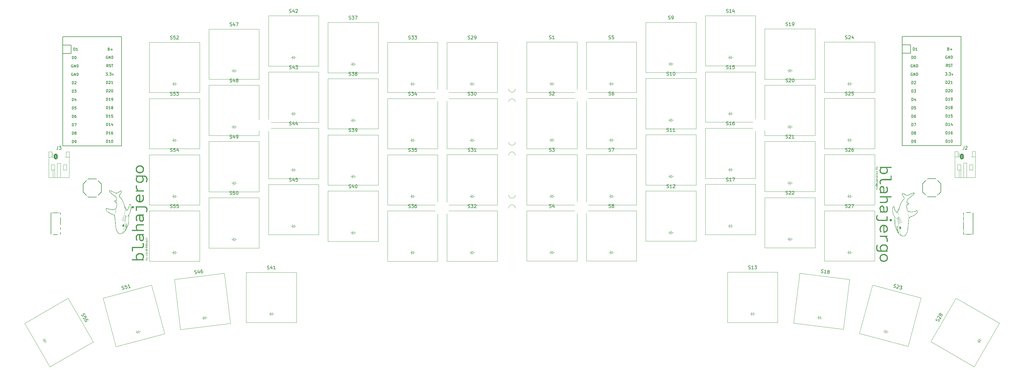
<source format=gbr>
%TF.GenerationSoftware,KiCad,Pcbnew,7.0.10*%
%TF.CreationDate,2024-02-10T22:50:59-05:00*%
%TF.ProjectId,blahajergo,626c6168-616a-4657-9267-6f2e6b696361,rev?*%
%TF.SameCoordinates,Original*%
%TF.FileFunction,Legend,Top*%
%TF.FilePolarity,Positive*%
%FSLAX46Y46*%
G04 Gerber Fmt 4.6, Leading zero omitted, Abs format (unit mm)*
G04 Created by KiCad (PCBNEW 7.0.10) date 2024-02-10 22:50:59*
%MOMM*%
%LPD*%
G01*
G04 APERTURE LIST*
G04 Aperture macros list*
%AMRoundRect*
0 Rectangle with rounded corners*
0 $1 Rounding radius*
0 $2 $3 $4 $5 $6 $7 $8 $9 X,Y pos of 4 corners*
0 Add a 4 corners polygon primitive as box body*
4,1,4,$2,$3,$4,$5,$6,$7,$8,$9,$2,$3,0*
0 Add four circle primitives for the rounded corners*
1,1,$1+$1,$2,$3*
1,1,$1+$1,$4,$5*
1,1,$1+$1,$6,$7*
1,1,$1+$1,$8,$9*
0 Add four rect primitives between the rounded corners*
20,1,$1+$1,$2,$3,$4,$5,0*
20,1,$1+$1,$4,$5,$6,$7,0*
20,1,$1+$1,$6,$7,$8,$9,0*
20,1,$1+$1,$8,$9,$2,$3,0*%
%AMRotRect*
0 Rectangle, with rotation*
0 The origin of the aperture is its center*
0 $1 length*
0 $2 width*
0 $3 Rotation angle, in degrees counterclockwise*
0 Add horizontal line*
21,1,$1,$2,0,0,$3*%
G04 Aperture macros list end*
%ADD10C,0.150000*%
%ADD11C,0.120000*%
%ADD12C,0.100000*%
%ADD13C,0.200000*%
%ADD14R,1.752600X1.752600*%
%ADD15C,1.752600*%
%ADD16C,1.900000*%
%ADD17C,3.050000*%
%ADD18C,3.450000*%
%ADD19R,1.778000X1.778000*%
%ADD20R,0.900000X1.200000*%
%ADD21C,1.905000*%
%ADD22RoundRect,0.250000X-0.350000X-0.625000X0.350000X-0.625000X0.350000X0.625000X-0.350000X0.625000X0*%
%ADD23O,1.200000X1.750000*%
%ADD24R,1.700000X1.700000*%
%ADD25O,1.700000X1.700000*%
%ADD26R,0.900000X0.900000*%
%ADD27C,1.000000*%
%ADD28R,1.250000X0.900000*%
%ADD29R,1.100000X1.800000*%
%ADD30RotRect,1.778000X1.778000X7.000000*%
%ADD31RotRect,0.900000X1.200000X7.000000*%
%ADD32RotRect,1.778000X1.778000X15.000000*%
%ADD33RotRect,0.900000X1.200000X15.000000*%
%ADD34RotRect,1.778000X1.778000X353.000000*%
%ADD35RotRect,0.900000X1.200000X353.000000*%
%ADD36C,0.700000*%
%ADD37C,4.400000*%
%ADD38C,0.500000*%
%ADD39RotRect,1.778000X1.778000X60.000000*%
%ADD40RotRect,0.900000X1.200000X60.000000*%
%ADD41RotRect,1.778000X1.778000X345.000000*%
%ADD42RotRect,0.900000X1.200000X345.000000*%
%ADD43RotRect,1.778000X1.778000X300.000000*%
%ADD44RotRect,0.900000X1.200000X300.000000*%
G04 APERTURE END LIST*
D10*
X129415010Y-96094096D02*
X129557867Y-96141715D01*
X129557867Y-96141715D02*
X129795962Y-96141715D01*
X129795962Y-96141715D02*
X129891200Y-96094096D01*
X129891200Y-96094096D02*
X129938819Y-96046476D01*
X129938819Y-96046476D02*
X129986438Y-95951238D01*
X129986438Y-95951238D02*
X129986438Y-95856000D01*
X129986438Y-95856000D02*
X129938819Y-95760762D01*
X129938819Y-95760762D02*
X129891200Y-95713143D01*
X129891200Y-95713143D02*
X129795962Y-95665524D01*
X129795962Y-95665524D02*
X129605486Y-95617905D01*
X129605486Y-95617905D02*
X129510248Y-95570286D01*
X129510248Y-95570286D02*
X129462629Y-95522667D01*
X129462629Y-95522667D02*
X129415010Y-95427429D01*
X129415010Y-95427429D02*
X129415010Y-95332191D01*
X129415010Y-95332191D02*
X129462629Y-95236953D01*
X129462629Y-95236953D02*
X129510248Y-95189334D01*
X129510248Y-95189334D02*
X129605486Y-95141715D01*
X129605486Y-95141715D02*
X129843581Y-95141715D01*
X129843581Y-95141715D02*
X129986438Y-95189334D01*
X130843581Y-95475048D02*
X130843581Y-96141715D01*
X130605486Y-95094096D02*
X130367391Y-95808381D01*
X130367391Y-95808381D02*
X130986438Y-95808381D01*
X131272153Y-95141715D02*
X131938819Y-95141715D01*
X131938819Y-95141715D02*
X131510248Y-96141715D01*
X77376198Y-132536032D02*
X77376198Y-133250317D01*
X77376198Y-133250317D02*
X77328579Y-133393174D01*
X77328579Y-133393174D02*
X77233341Y-133488413D01*
X77233341Y-133488413D02*
X77090484Y-133536032D01*
X77090484Y-133536032D02*
X76995246Y-133536032D01*
X77757151Y-132536032D02*
X78376198Y-132536032D01*
X78376198Y-132536032D02*
X78042865Y-132916984D01*
X78042865Y-132916984D02*
X78185722Y-132916984D01*
X78185722Y-132916984D02*
X78280960Y-132964603D01*
X78280960Y-132964603D02*
X78328579Y-133012222D01*
X78328579Y-133012222D02*
X78376198Y-133107460D01*
X78376198Y-133107460D02*
X78376198Y-133345555D01*
X78376198Y-133345555D02*
X78328579Y-133440793D01*
X78328579Y-133440793D02*
X78280960Y-133488413D01*
X78280960Y-133488413D02*
X78185722Y-133536032D01*
X78185722Y-133536032D02*
X77900008Y-133536032D01*
X77900008Y-133536032D02*
X77804770Y-133488413D01*
X77804770Y-133488413D02*
X77757151Y-133440793D01*
X201421437Y-134088413D02*
X201564294Y-134136032D01*
X201564294Y-134136032D02*
X201802389Y-134136032D01*
X201802389Y-134136032D02*
X201897627Y-134088413D01*
X201897627Y-134088413D02*
X201945246Y-134040793D01*
X201945246Y-134040793D02*
X201992865Y-133945555D01*
X201992865Y-133945555D02*
X201992865Y-133850317D01*
X201992865Y-133850317D02*
X201945246Y-133755079D01*
X201945246Y-133755079D02*
X201897627Y-133707460D01*
X201897627Y-133707460D02*
X201802389Y-133659841D01*
X201802389Y-133659841D02*
X201611913Y-133612222D01*
X201611913Y-133612222D02*
X201516675Y-133564603D01*
X201516675Y-133564603D02*
X201469056Y-133516984D01*
X201469056Y-133516984D02*
X201421437Y-133421746D01*
X201421437Y-133421746D02*
X201421437Y-133326508D01*
X201421437Y-133326508D02*
X201469056Y-133231270D01*
X201469056Y-133231270D02*
X201516675Y-133183651D01*
X201516675Y-133183651D02*
X201611913Y-133136032D01*
X201611913Y-133136032D02*
X201850008Y-133136032D01*
X201850008Y-133136032D02*
X201992865Y-133183651D01*
X202326199Y-133136032D02*
X202945246Y-133136032D01*
X202945246Y-133136032D02*
X202611913Y-133516984D01*
X202611913Y-133516984D02*
X202754770Y-133516984D01*
X202754770Y-133516984D02*
X202850008Y-133564603D01*
X202850008Y-133564603D02*
X202897627Y-133612222D01*
X202897627Y-133612222D02*
X202945246Y-133707460D01*
X202945246Y-133707460D02*
X202945246Y-133945555D01*
X202945246Y-133945555D02*
X202897627Y-134040793D01*
X202897627Y-134040793D02*
X202850008Y-134088413D01*
X202850008Y-134088413D02*
X202754770Y-134136032D01*
X202754770Y-134136032D02*
X202469056Y-134136032D01*
X202469056Y-134136032D02*
X202373818Y-134088413D01*
X202373818Y-134088413D02*
X202326199Y-134040793D01*
X203897627Y-134136032D02*
X203326199Y-134136032D01*
X203611913Y-134136032D02*
X203611913Y-133136032D01*
X203611913Y-133136032D02*
X203516675Y-133278889D01*
X203516675Y-133278889D02*
X203421437Y-133374127D01*
X203421437Y-133374127D02*
X203326199Y-133421746D01*
X147415010Y-109094096D02*
X147557867Y-109141715D01*
X147557867Y-109141715D02*
X147795962Y-109141715D01*
X147795962Y-109141715D02*
X147891200Y-109094096D01*
X147891200Y-109094096D02*
X147938819Y-109046476D01*
X147938819Y-109046476D02*
X147986438Y-108951238D01*
X147986438Y-108951238D02*
X147986438Y-108856000D01*
X147986438Y-108856000D02*
X147938819Y-108760762D01*
X147938819Y-108760762D02*
X147891200Y-108713143D01*
X147891200Y-108713143D02*
X147795962Y-108665524D01*
X147795962Y-108665524D02*
X147605486Y-108617905D01*
X147605486Y-108617905D02*
X147510248Y-108570286D01*
X147510248Y-108570286D02*
X147462629Y-108522667D01*
X147462629Y-108522667D02*
X147415010Y-108427429D01*
X147415010Y-108427429D02*
X147415010Y-108332191D01*
X147415010Y-108332191D02*
X147462629Y-108236953D01*
X147462629Y-108236953D02*
X147510248Y-108189334D01*
X147510248Y-108189334D02*
X147605486Y-108141715D01*
X147605486Y-108141715D02*
X147843581Y-108141715D01*
X147843581Y-108141715D02*
X147986438Y-108189334D01*
X148843581Y-108475048D02*
X148843581Y-109141715D01*
X148605486Y-108094096D02*
X148367391Y-108808381D01*
X148367391Y-108808381D02*
X148986438Y-108808381D01*
X149272153Y-108141715D02*
X149891200Y-108141715D01*
X149891200Y-108141715D02*
X149557867Y-108522667D01*
X149557867Y-108522667D02*
X149700724Y-108522667D01*
X149700724Y-108522667D02*
X149795962Y-108570286D01*
X149795962Y-108570286D02*
X149843581Y-108617905D01*
X149843581Y-108617905D02*
X149891200Y-108713143D01*
X149891200Y-108713143D02*
X149891200Y-108951238D01*
X149891200Y-108951238D02*
X149843581Y-109046476D01*
X149843581Y-109046476D02*
X149795962Y-109094096D01*
X149795962Y-109094096D02*
X149700724Y-109141715D01*
X149700724Y-109141715D02*
X149415010Y-109141715D01*
X149415010Y-109141715D02*
X149319772Y-109094096D01*
X149319772Y-109094096D02*
X149272153Y-109046476D01*
X225994742Y-100050510D02*
X226137599Y-100098129D01*
X226137599Y-100098129D02*
X226375694Y-100098129D01*
X226375694Y-100098129D02*
X226470932Y-100050510D01*
X226470932Y-100050510D02*
X226518551Y-100002890D01*
X226518551Y-100002890D02*
X226566170Y-99907652D01*
X226566170Y-99907652D02*
X226566170Y-99812414D01*
X226566170Y-99812414D02*
X226518551Y-99717176D01*
X226518551Y-99717176D02*
X226470932Y-99669557D01*
X226470932Y-99669557D02*
X226375694Y-99621938D01*
X226375694Y-99621938D02*
X226185218Y-99574319D01*
X226185218Y-99574319D02*
X226089980Y-99526700D01*
X226089980Y-99526700D02*
X226042361Y-99479081D01*
X226042361Y-99479081D02*
X225994742Y-99383843D01*
X225994742Y-99383843D02*
X225994742Y-99288605D01*
X225994742Y-99288605D02*
X226042361Y-99193367D01*
X226042361Y-99193367D02*
X226089980Y-99145748D01*
X226089980Y-99145748D02*
X226185218Y-99098129D01*
X226185218Y-99098129D02*
X226423313Y-99098129D01*
X226423313Y-99098129D02*
X226566170Y-99145748D01*
X227518551Y-100098129D02*
X226947123Y-100098129D01*
X227232837Y-100098129D02*
X227232837Y-99098129D01*
X227232837Y-99098129D02*
X227137599Y-99240986D01*
X227137599Y-99240986D02*
X227042361Y-99336224D01*
X227042361Y-99336224D02*
X226947123Y-99383843D01*
X183415010Y-117094096D02*
X183557867Y-117141715D01*
X183557867Y-117141715D02*
X183795962Y-117141715D01*
X183795962Y-117141715D02*
X183891200Y-117094096D01*
X183891200Y-117094096D02*
X183938819Y-117046476D01*
X183938819Y-117046476D02*
X183986438Y-116951238D01*
X183986438Y-116951238D02*
X183986438Y-116856000D01*
X183986438Y-116856000D02*
X183938819Y-116760762D01*
X183938819Y-116760762D02*
X183891200Y-116713143D01*
X183891200Y-116713143D02*
X183795962Y-116665524D01*
X183795962Y-116665524D02*
X183605486Y-116617905D01*
X183605486Y-116617905D02*
X183510248Y-116570286D01*
X183510248Y-116570286D02*
X183462629Y-116522667D01*
X183462629Y-116522667D02*
X183415010Y-116427429D01*
X183415010Y-116427429D02*
X183415010Y-116332191D01*
X183415010Y-116332191D02*
X183462629Y-116236953D01*
X183462629Y-116236953D02*
X183510248Y-116189334D01*
X183510248Y-116189334D02*
X183605486Y-116141715D01*
X183605486Y-116141715D02*
X183843581Y-116141715D01*
X183843581Y-116141715D02*
X183986438Y-116189334D01*
X184319772Y-116141715D02*
X184938819Y-116141715D01*
X184938819Y-116141715D02*
X184605486Y-116522667D01*
X184605486Y-116522667D02*
X184748343Y-116522667D01*
X184748343Y-116522667D02*
X184843581Y-116570286D01*
X184843581Y-116570286D02*
X184891200Y-116617905D01*
X184891200Y-116617905D02*
X184938819Y-116713143D01*
X184938819Y-116713143D02*
X184938819Y-116951238D01*
X184938819Y-116951238D02*
X184891200Y-117046476D01*
X184891200Y-117046476D02*
X184843581Y-117094096D01*
X184843581Y-117094096D02*
X184748343Y-117141715D01*
X184748343Y-117141715D02*
X184462629Y-117141715D01*
X184462629Y-117141715D02*
X184367391Y-117094096D01*
X184367391Y-117094096D02*
X184319772Y-117046476D01*
X185795962Y-116475048D02*
X185795962Y-117141715D01*
X185557867Y-116094096D02*
X185319772Y-116808381D01*
X185319772Y-116808381D02*
X185938819Y-116808381D01*
X201408955Y-117081062D02*
X201551812Y-117128681D01*
X201551812Y-117128681D02*
X201789907Y-117128681D01*
X201789907Y-117128681D02*
X201885145Y-117081062D01*
X201885145Y-117081062D02*
X201932764Y-117033442D01*
X201932764Y-117033442D02*
X201980383Y-116938204D01*
X201980383Y-116938204D02*
X201980383Y-116842966D01*
X201980383Y-116842966D02*
X201932764Y-116747728D01*
X201932764Y-116747728D02*
X201885145Y-116700109D01*
X201885145Y-116700109D02*
X201789907Y-116652490D01*
X201789907Y-116652490D02*
X201599431Y-116604871D01*
X201599431Y-116604871D02*
X201504193Y-116557252D01*
X201504193Y-116557252D02*
X201456574Y-116509633D01*
X201456574Y-116509633D02*
X201408955Y-116414395D01*
X201408955Y-116414395D02*
X201408955Y-116319157D01*
X201408955Y-116319157D02*
X201456574Y-116223919D01*
X201456574Y-116223919D02*
X201504193Y-116176300D01*
X201504193Y-116176300D02*
X201599431Y-116128681D01*
X201599431Y-116128681D02*
X201837526Y-116128681D01*
X201837526Y-116128681D02*
X201980383Y-116176300D01*
X202313717Y-116128681D02*
X202932764Y-116128681D01*
X202932764Y-116128681D02*
X202599431Y-116509633D01*
X202599431Y-116509633D02*
X202742288Y-116509633D01*
X202742288Y-116509633D02*
X202837526Y-116557252D01*
X202837526Y-116557252D02*
X202885145Y-116604871D01*
X202885145Y-116604871D02*
X202932764Y-116700109D01*
X202932764Y-116700109D02*
X202932764Y-116938204D01*
X202932764Y-116938204D02*
X202885145Y-117033442D01*
X202885145Y-117033442D02*
X202837526Y-117081062D01*
X202837526Y-117081062D02*
X202742288Y-117128681D01*
X202742288Y-117128681D02*
X202456574Y-117128681D01*
X202456574Y-117128681D02*
X202361336Y-117081062D01*
X202361336Y-117081062D02*
X202313717Y-117033442D01*
X203551812Y-116128681D02*
X203647050Y-116128681D01*
X203647050Y-116128681D02*
X203742288Y-116176300D01*
X203742288Y-116176300D02*
X203789907Y-116223919D01*
X203789907Y-116223919D02*
X203837526Y-116319157D01*
X203837526Y-116319157D02*
X203885145Y-116509633D01*
X203885145Y-116509633D02*
X203885145Y-116747728D01*
X203885145Y-116747728D02*
X203837526Y-116938204D01*
X203837526Y-116938204D02*
X203789907Y-117033442D01*
X203789907Y-117033442D02*
X203742288Y-117081062D01*
X203742288Y-117081062D02*
X203647050Y-117128681D01*
X203647050Y-117128681D02*
X203551812Y-117128681D01*
X203551812Y-117128681D02*
X203456574Y-117081062D01*
X203456574Y-117081062D02*
X203408955Y-117033442D01*
X203408955Y-117033442D02*
X203361336Y-116938204D01*
X203361336Y-116938204D02*
X203313717Y-116747728D01*
X203313717Y-116747728D02*
X203313717Y-116509633D01*
X203313717Y-116509633D02*
X203361336Y-116319157D01*
X203361336Y-116319157D02*
X203408955Y-116223919D01*
X203408955Y-116223919D02*
X203456574Y-116176300D01*
X203456574Y-116176300D02*
X203551812Y-116128681D01*
X147415010Y-92094096D02*
X147557867Y-92141715D01*
X147557867Y-92141715D02*
X147795962Y-92141715D01*
X147795962Y-92141715D02*
X147891200Y-92094096D01*
X147891200Y-92094096D02*
X147938819Y-92046476D01*
X147938819Y-92046476D02*
X147986438Y-91951238D01*
X147986438Y-91951238D02*
X147986438Y-91856000D01*
X147986438Y-91856000D02*
X147938819Y-91760762D01*
X147938819Y-91760762D02*
X147891200Y-91713143D01*
X147891200Y-91713143D02*
X147795962Y-91665524D01*
X147795962Y-91665524D02*
X147605486Y-91617905D01*
X147605486Y-91617905D02*
X147510248Y-91570286D01*
X147510248Y-91570286D02*
X147462629Y-91522667D01*
X147462629Y-91522667D02*
X147415010Y-91427429D01*
X147415010Y-91427429D02*
X147415010Y-91332191D01*
X147415010Y-91332191D02*
X147462629Y-91236953D01*
X147462629Y-91236953D02*
X147510248Y-91189334D01*
X147510248Y-91189334D02*
X147605486Y-91141715D01*
X147605486Y-91141715D02*
X147843581Y-91141715D01*
X147843581Y-91141715D02*
X147986438Y-91189334D01*
X148843581Y-91475048D02*
X148843581Y-92141715D01*
X148605486Y-91094096D02*
X148367391Y-91808381D01*
X148367391Y-91808381D02*
X148986438Y-91808381D01*
X149319772Y-91236953D02*
X149367391Y-91189334D01*
X149367391Y-91189334D02*
X149462629Y-91141715D01*
X149462629Y-91141715D02*
X149700724Y-91141715D01*
X149700724Y-91141715D02*
X149795962Y-91189334D01*
X149795962Y-91189334D02*
X149843581Y-91236953D01*
X149843581Y-91236953D02*
X149891200Y-91332191D01*
X149891200Y-91332191D02*
X149891200Y-91427429D01*
X149891200Y-91427429D02*
X149843581Y-91570286D01*
X149843581Y-91570286D02*
X149272153Y-92141715D01*
X149272153Y-92141715D02*
X149891200Y-92141715D01*
X165415010Y-111094096D02*
X165557867Y-111141715D01*
X165557867Y-111141715D02*
X165795962Y-111141715D01*
X165795962Y-111141715D02*
X165891200Y-111094096D01*
X165891200Y-111094096D02*
X165938819Y-111046476D01*
X165938819Y-111046476D02*
X165986438Y-110951238D01*
X165986438Y-110951238D02*
X165986438Y-110856000D01*
X165986438Y-110856000D02*
X165938819Y-110760762D01*
X165938819Y-110760762D02*
X165891200Y-110713143D01*
X165891200Y-110713143D02*
X165795962Y-110665524D01*
X165795962Y-110665524D02*
X165605486Y-110617905D01*
X165605486Y-110617905D02*
X165510248Y-110570286D01*
X165510248Y-110570286D02*
X165462629Y-110522667D01*
X165462629Y-110522667D02*
X165415010Y-110427429D01*
X165415010Y-110427429D02*
X165415010Y-110332191D01*
X165415010Y-110332191D02*
X165462629Y-110236953D01*
X165462629Y-110236953D02*
X165510248Y-110189334D01*
X165510248Y-110189334D02*
X165605486Y-110141715D01*
X165605486Y-110141715D02*
X165843581Y-110141715D01*
X165843581Y-110141715D02*
X165986438Y-110189334D01*
X166319772Y-110141715D02*
X166938819Y-110141715D01*
X166938819Y-110141715D02*
X166605486Y-110522667D01*
X166605486Y-110522667D02*
X166748343Y-110522667D01*
X166748343Y-110522667D02*
X166843581Y-110570286D01*
X166843581Y-110570286D02*
X166891200Y-110617905D01*
X166891200Y-110617905D02*
X166938819Y-110713143D01*
X166938819Y-110713143D02*
X166938819Y-110951238D01*
X166938819Y-110951238D02*
X166891200Y-111046476D01*
X166891200Y-111046476D02*
X166843581Y-111094096D01*
X166843581Y-111094096D02*
X166748343Y-111141715D01*
X166748343Y-111141715D02*
X166462629Y-111141715D01*
X166462629Y-111141715D02*
X166367391Y-111094096D01*
X166367391Y-111094096D02*
X166319772Y-111046476D01*
X167510248Y-110570286D02*
X167415010Y-110522667D01*
X167415010Y-110522667D02*
X167367391Y-110475048D01*
X167367391Y-110475048D02*
X167319772Y-110379810D01*
X167319772Y-110379810D02*
X167319772Y-110332191D01*
X167319772Y-110332191D02*
X167367391Y-110236953D01*
X167367391Y-110236953D02*
X167415010Y-110189334D01*
X167415010Y-110189334D02*
X167510248Y-110141715D01*
X167510248Y-110141715D02*
X167700724Y-110141715D01*
X167700724Y-110141715D02*
X167795962Y-110189334D01*
X167795962Y-110189334D02*
X167843581Y-110236953D01*
X167843581Y-110236953D02*
X167891200Y-110332191D01*
X167891200Y-110332191D02*
X167891200Y-110379810D01*
X167891200Y-110379810D02*
X167843581Y-110475048D01*
X167843581Y-110475048D02*
X167795962Y-110522667D01*
X167795962Y-110522667D02*
X167700724Y-110570286D01*
X167700724Y-110570286D02*
X167510248Y-110570286D01*
X167510248Y-110570286D02*
X167415010Y-110617905D01*
X167415010Y-110617905D02*
X167367391Y-110665524D01*
X167367391Y-110665524D02*
X167319772Y-110760762D01*
X167319772Y-110760762D02*
X167319772Y-110951238D01*
X167319772Y-110951238D02*
X167367391Y-111046476D01*
X167367391Y-111046476D02*
X167415010Y-111094096D01*
X167415010Y-111094096D02*
X167510248Y-111141715D01*
X167510248Y-111141715D02*
X167700724Y-111141715D01*
X167700724Y-111141715D02*
X167795962Y-111094096D01*
X167795962Y-111094096D02*
X167843581Y-111046476D01*
X167843581Y-111046476D02*
X167891200Y-110951238D01*
X167891200Y-110951238D02*
X167891200Y-110760762D01*
X167891200Y-110760762D02*
X167843581Y-110665524D01*
X167843581Y-110665524D02*
X167795962Y-110617905D01*
X167795962Y-110617905D02*
X167700724Y-110570286D01*
X165415010Y-128094096D02*
X165557867Y-128141715D01*
X165557867Y-128141715D02*
X165795962Y-128141715D01*
X165795962Y-128141715D02*
X165891200Y-128094096D01*
X165891200Y-128094096D02*
X165938819Y-128046476D01*
X165938819Y-128046476D02*
X165986438Y-127951238D01*
X165986438Y-127951238D02*
X165986438Y-127856000D01*
X165986438Y-127856000D02*
X165938819Y-127760762D01*
X165938819Y-127760762D02*
X165891200Y-127713143D01*
X165891200Y-127713143D02*
X165795962Y-127665524D01*
X165795962Y-127665524D02*
X165605486Y-127617905D01*
X165605486Y-127617905D02*
X165510248Y-127570286D01*
X165510248Y-127570286D02*
X165462629Y-127522667D01*
X165462629Y-127522667D02*
X165415010Y-127427429D01*
X165415010Y-127427429D02*
X165415010Y-127332191D01*
X165415010Y-127332191D02*
X165462629Y-127236953D01*
X165462629Y-127236953D02*
X165510248Y-127189334D01*
X165510248Y-127189334D02*
X165605486Y-127141715D01*
X165605486Y-127141715D02*
X165843581Y-127141715D01*
X165843581Y-127141715D02*
X165986438Y-127189334D01*
X166319772Y-127141715D02*
X166938819Y-127141715D01*
X166938819Y-127141715D02*
X166605486Y-127522667D01*
X166605486Y-127522667D02*
X166748343Y-127522667D01*
X166748343Y-127522667D02*
X166843581Y-127570286D01*
X166843581Y-127570286D02*
X166891200Y-127617905D01*
X166891200Y-127617905D02*
X166938819Y-127713143D01*
X166938819Y-127713143D02*
X166938819Y-127951238D01*
X166938819Y-127951238D02*
X166891200Y-128046476D01*
X166891200Y-128046476D02*
X166843581Y-128094096D01*
X166843581Y-128094096D02*
X166748343Y-128141715D01*
X166748343Y-128141715D02*
X166462629Y-128141715D01*
X166462629Y-128141715D02*
X166367391Y-128094096D01*
X166367391Y-128094096D02*
X166319772Y-128046476D01*
X167415010Y-128141715D02*
X167605486Y-128141715D01*
X167605486Y-128141715D02*
X167700724Y-128094096D01*
X167700724Y-128094096D02*
X167748343Y-128046476D01*
X167748343Y-128046476D02*
X167843581Y-127903619D01*
X167843581Y-127903619D02*
X167891200Y-127713143D01*
X167891200Y-127713143D02*
X167891200Y-127332191D01*
X167891200Y-127332191D02*
X167843581Y-127236953D01*
X167843581Y-127236953D02*
X167795962Y-127189334D01*
X167795962Y-127189334D02*
X167700724Y-127141715D01*
X167700724Y-127141715D02*
X167510248Y-127141715D01*
X167510248Y-127141715D02*
X167415010Y-127189334D01*
X167415010Y-127189334D02*
X167367391Y-127236953D01*
X167367391Y-127236953D02*
X167319772Y-127332191D01*
X167319772Y-127332191D02*
X167319772Y-127570286D01*
X167319772Y-127570286D02*
X167367391Y-127665524D01*
X167367391Y-127665524D02*
X167415010Y-127713143D01*
X167415010Y-127713143D02*
X167510248Y-127760762D01*
X167510248Y-127760762D02*
X167700724Y-127760762D01*
X167700724Y-127760762D02*
X167795962Y-127713143D01*
X167795962Y-127713143D02*
X167843581Y-127665524D01*
X167843581Y-127665524D02*
X167891200Y-127570286D01*
X118798089Y-171074704D02*
X118945685Y-171104558D01*
X118945685Y-171104558D02*
X119182006Y-171075542D01*
X119182006Y-171075542D02*
X119270730Y-171016671D01*
X119270730Y-171016671D02*
X119312191Y-170963604D01*
X119312191Y-170963604D02*
X119347849Y-170863272D01*
X119347849Y-170863272D02*
X119336242Y-170768744D01*
X119336242Y-170768744D02*
X119277371Y-170680019D01*
X119277371Y-170680019D02*
X119224304Y-170638558D01*
X119224304Y-170638558D02*
X119123973Y-170602901D01*
X119123973Y-170602901D02*
X118929113Y-170578850D01*
X118929113Y-170578850D02*
X118828781Y-170543192D01*
X118828781Y-170543192D02*
X118775714Y-170501732D01*
X118775714Y-170501732D02*
X118716843Y-170413007D01*
X118716843Y-170413007D02*
X118705237Y-170318478D01*
X118705237Y-170318478D02*
X118740894Y-170218147D01*
X118740894Y-170218147D02*
X118782355Y-170165080D01*
X118782355Y-170165080D02*
X118871080Y-170106209D01*
X118871080Y-170106209D02*
X119107400Y-170077192D01*
X119107400Y-170077192D02*
X119254996Y-170107047D01*
X120140570Y-170286172D02*
X120221816Y-170947869D01*
X119857823Y-169937075D02*
X119708552Y-170675053D01*
X119708552Y-170675053D02*
X120322985Y-170599611D01*
X121045229Y-169839257D02*
X120856172Y-169862470D01*
X120856172Y-169862470D02*
X120767447Y-169921341D01*
X120767447Y-169921341D02*
X120725987Y-169974408D01*
X120725987Y-169974408D02*
X120648868Y-170127807D01*
X120648868Y-170127807D02*
X120624817Y-170322667D01*
X120624817Y-170322667D02*
X120671244Y-170700780D01*
X120671244Y-170700780D02*
X120730114Y-170789505D01*
X120730114Y-170789505D02*
X120783182Y-170830965D01*
X120783182Y-170830965D02*
X120883513Y-170866623D01*
X120883513Y-170866623D02*
X121072570Y-170843410D01*
X121072570Y-170843410D02*
X121161295Y-170784539D01*
X121161295Y-170784539D02*
X121202755Y-170731472D01*
X121202755Y-170731472D02*
X121238413Y-170631140D01*
X121238413Y-170631140D02*
X121209396Y-170394820D01*
X121209396Y-170394820D02*
X121150526Y-170306095D01*
X121150526Y-170306095D02*
X121097458Y-170264634D01*
X121097458Y-170264634D02*
X120997127Y-170228976D01*
X120997127Y-170228976D02*
X120808070Y-170252190D01*
X120808070Y-170252190D02*
X120719346Y-170311060D01*
X120719346Y-170311060D02*
X120677885Y-170364128D01*
X120677885Y-170364128D02*
X120642227Y-170464459D01*
X343635930Y-185595534D02*
X343748598Y-185495626D01*
X343748598Y-185495626D02*
X343867645Y-185289429D01*
X343867645Y-185289429D02*
X343874025Y-185183141D01*
X343874025Y-185183141D02*
X343856595Y-185118092D01*
X343856595Y-185118092D02*
X343797926Y-185029234D01*
X343797926Y-185029234D02*
X343715447Y-184981615D01*
X343715447Y-184981615D02*
X343609159Y-184975235D01*
X343609159Y-184975235D02*
X343544110Y-184992665D01*
X343544110Y-184992665D02*
X343455252Y-185051334D01*
X343455252Y-185051334D02*
X343318775Y-185192482D01*
X343318775Y-185192482D02*
X343229916Y-185251151D01*
X343229916Y-185251151D02*
X343164868Y-185268580D01*
X343164868Y-185268580D02*
X343058579Y-185262201D01*
X343058579Y-185262201D02*
X342976101Y-185214582D01*
X342976101Y-185214582D02*
X342917432Y-185125723D01*
X342917432Y-185125723D02*
X342900002Y-185060674D01*
X342900002Y-185060674D02*
X342906382Y-184954386D01*
X342906382Y-184954386D02*
X343025429Y-184748190D01*
X343025429Y-184748190D02*
X343138097Y-184648281D01*
X343369813Y-184342176D02*
X343352383Y-184277128D01*
X343352383Y-184277128D02*
X343358763Y-184170840D01*
X343358763Y-184170840D02*
X343477810Y-183964643D01*
X343477810Y-183964643D02*
X343566669Y-183905974D01*
X343566669Y-183905974D02*
X343631717Y-183888544D01*
X343631717Y-183888544D02*
X343738006Y-183894924D01*
X343738006Y-183894924D02*
X343820484Y-183942543D01*
X343820484Y-183942543D02*
X343920393Y-184055211D01*
X343920393Y-184055211D02*
X344129550Y-184835797D01*
X344129550Y-184835797D02*
X344439074Y-184299686D01*
X344229916Y-183519100D02*
X344141058Y-183577769D01*
X344141058Y-183577769D02*
X344076009Y-183595199D01*
X344076009Y-183595199D02*
X343969721Y-183588819D01*
X343969721Y-183588819D02*
X343928482Y-183565009D01*
X343928482Y-183565009D02*
X343869813Y-183476151D01*
X343869813Y-183476151D02*
X343852383Y-183411102D01*
X343852383Y-183411102D02*
X343858763Y-183304814D01*
X343858763Y-183304814D02*
X343954001Y-183139857D01*
X343954001Y-183139857D02*
X344042859Y-183081188D01*
X344042859Y-183081188D02*
X344107908Y-183063758D01*
X344107908Y-183063758D02*
X344214196Y-183070138D01*
X344214196Y-183070138D02*
X344255435Y-183093947D01*
X344255435Y-183093947D02*
X344314104Y-183182806D01*
X344314104Y-183182806D02*
X344331534Y-183247854D01*
X344331534Y-183247854D02*
X344325154Y-183354143D01*
X344325154Y-183354143D02*
X344229916Y-183519100D01*
X344229916Y-183519100D02*
X344223537Y-183625388D01*
X344223537Y-183625388D02*
X344240966Y-183690437D01*
X344240966Y-183690437D02*
X344299636Y-183779295D01*
X344299636Y-183779295D02*
X344464593Y-183874533D01*
X344464593Y-183874533D02*
X344570881Y-183880913D01*
X344570881Y-183880913D02*
X344635930Y-183863483D01*
X344635930Y-183863483D02*
X344724788Y-183804814D01*
X344724788Y-183804814D02*
X344820026Y-183639857D01*
X344820026Y-183639857D02*
X344826406Y-183533569D01*
X344826406Y-183533569D02*
X344808976Y-183468520D01*
X344808976Y-183468520D02*
X344750307Y-183379662D01*
X344750307Y-183379662D02*
X344585350Y-183284423D01*
X344585350Y-183284423D02*
X344479062Y-183278044D01*
X344479062Y-183278044D02*
X344414013Y-183295473D01*
X344414013Y-183295473D02*
X344325154Y-183354143D01*
X183415010Y-100094096D02*
X183557867Y-100141715D01*
X183557867Y-100141715D02*
X183795962Y-100141715D01*
X183795962Y-100141715D02*
X183891200Y-100094096D01*
X183891200Y-100094096D02*
X183938819Y-100046476D01*
X183938819Y-100046476D02*
X183986438Y-99951238D01*
X183986438Y-99951238D02*
X183986438Y-99856000D01*
X183986438Y-99856000D02*
X183938819Y-99760762D01*
X183938819Y-99760762D02*
X183891200Y-99713143D01*
X183891200Y-99713143D02*
X183795962Y-99665524D01*
X183795962Y-99665524D02*
X183605486Y-99617905D01*
X183605486Y-99617905D02*
X183510248Y-99570286D01*
X183510248Y-99570286D02*
X183462629Y-99522667D01*
X183462629Y-99522667D02*
X183415010Y-99427429D01*
X183415010Y-99427429D02*
X183415010Y-99332191D01*
X183415010Y-99332191D02*
X183462629Y-99236953D01*
X183462629Y-99236953D02*
X183510248Y-99189334D01*
X183510248Y-99189334D02*
X183605486Y-99141715D01*
X183605486Y-99141715D02*
X183843581Y-99141715D01*
X183843581Y-99141715D02*
X183986438Y-99189334D01*
X184319772Y-99141715D02*
X184938819Y-99141715D01*
X184938819Y-99141715D02*
X184605486Y-99522667D01*
X184605486Y-99522667D02*
X184748343Y-99522667D01*
X184748343Y-99522667D02*
X184843581Y-99570286D01*
X184843581Y-99570286D02*
X184891200Y-99617905D01*
X184891200Y-99617905D02*
X184938819Y-99713143D01*
X184938819Y-99713143D02*
X184938819Y-99951238D01*
X184938819Y-99951238D02*
X184891200Y-100046476D01*
X184891200Y-100046476D02*
X184843581Y-100094096D01*
X184843581Y-100094096D02*
X184748343Y-100141715D01*
X184748343Y-100141715D02*
X184462629Y-100141715D01*
X184462629Y-100141715D02*
X184367391Y-100094096D01*
X184367391Y-100094096D02*
X184319772Y-100046476D01*
X185272153Y-99141715D02*
X185891200Y-99141715D01*
X185891200Y-99141715D02*
X185557867Y-99522667D01*
X185557867Y-99522667D02*
X185700724Y-99522667D01*
X185700724Y-99522667D02*
X185795962Y-99570286D01*
X185795962Y-99570286D02*
X185843581Y-99617905D01*
X185843581Y-99617905D02*
X185891200Y-99713143D01*
X185891200Y-99713143D02*
X185891200Y-99951238D01*
X185891200Y-99951238D02*
X185843581Y-100046476D01*
X185843581Y-100046476D02*
X185795962Y-100094096D01*
X185795962Y-100094096D02*
X185700724Y-100141715D01*
X185700724Y-100141715D02*
X185415010Y-100141715D01*
X185415010Y-100141715D02*
X185319772Y-100094096D01*
X185319772Y-100094096D02*
X185272153Y-100046476D01*
X297518552Y-147050510D02*
X297661409Y-147098129D01*
X297661409Y-147098129D02*
X297899504Y-147098129D01*
X297899504Y-147098129D02*
X297994742Y-147050510D01*
X297994742Y-147050510D02*
X298042361Y-147002890D01*
X298042361Y-147002890D02*
X298089980Y-146907652D01*
X298089980Y-146907652D02*
X298089980Y-146812414D01*
X298089980Y-146812414D02*
X298042361Y-146717176D01*
X298042361Y-146717176D02*
X297994742Y-146669557D01*
X297994742Y-146669557D02*
X297899504Y-146621938D01*
X297899504Y-146621938D02*
X297709028Y-146574319D01*
X297709028Y-146574319D02*
X297613790Y-146526700D01*
X297613790Y-146526700D02*
X297566171Y-146479081D01*
X297566171Y-146479081D02*
X297518552Y-146383843D01*
X297518552Y-146383843D02*
X297518552Y-146288605D01*
X297518552Y-146288605D02*
X297566171Y-146193367D01*
X297566171Y-146193367D02*
X297613790Y-146145748D01*
X297613790Y-146145748D02*
X297709028Y-146098129D01*
X297709028Y-146098129D02*
X297947123Y-146098129D01*
X297947123Y-146098129D02*
X298089980Y-146145748D01*
X298470933Y-146193367D02*
X298518552Y-146145748D01*
X298518552Y-146145748D02*
X298613790Y-146098129D01*
X298613790Y-146098129D02*
X298851885Y-146098129D01*
X298851885Y-146098129D02*
X298947123Y-146145748D01*
X298947123Y-146145748D02*
X298994742Y-146193367D01*
X298994742Y-146193367D02*
X299042361Y-146288605D01*
X299042361Y-146288605D02*
X299042361Y-146383843D01*
X299042361Y-146383843D02*
X298994742Y-146526700D01*
X298994742Y-146526700D02*
X298423314Y-147098129D01*
X298423314Y-147098129D02*
X299042361Y-147098129D01*
X299423314Y-146193367D02*
X299470933Y-146145748D01*
X299470933Y-146145748D02*
X299566171Y-146098129D01*
X299566171Y-146098129D02*
X299804266Y-146098129D01*
X299804266Y-146098129D02*
X299899504Y-146145748D01*
X299899504Y-146145748D02*
X299947123Y-146193367D01*
X299947123Y-146193367D02*
X299994742Y-146288605D01*
X299994742Y-146288605D02*
X299994742Y-146383843D01*
X299994742Y-146383843D02*
X299947123Y-146526700D01*
X299947123Y-146526700D02*
X299375695Y-147098129D01*
X299375695Y-147098129D02*
X299994742Y-147098129D01*
X261518552Y-111050510D02*
X261661409Y-111098129D01*
X261661409Y-111098129D02*
X261899504Y-111098129D01*
X261899504Y-111098129D02*
X261994742Y-111050510D01*
X261994742Y-111050510D02*
X262042361Y-111002890D01*
X262042361Y-111002890D02*
X262089980Y-110907652D01*
X262089980Y-110907652D02*
X262089980Y-110812414D01*
X262089980Y-110812414D02*
X262042361Y-110717176D01*
X262042361Y-110717176D02*
X261994742Y-110669557D01*
X261994742Y-110669557D02*
X261899504Y-110621938D01*
X261899504Y-110621938D02*
X261709028Y-110574319D01*
X261709028Y-110574319D02*
X261613790Y-110526700D01*
X261613790Y-110526700D02*
X261566171Y-110479081D01*
X261566171Y-110479081D02*
X261518552Y-110383843D01*
X261518552Y-110383843D02*
X261518552Y-110288605D01*
X261518552Y-110288605D02*
X261566171Y-110193367D01*
X261566171Y-110193367D02*
X261613790Y-110145748D01*
X261613790Y-110145748D02*
X261709028Y-110098129D01*
X261709028Y-110098129D02*
X261947123Y-110098129D01*
X261947123Y-110098129D02*
X262089980Y-110145748D01*
X263042361Y-111098129D02*
X262470933Y-111098129D01*
X262756647Y-111098129D02*
X262756647Y-110098129D01*
X262756647Y-110098129D02*
X262661409Y-110240986D01*
X262661409Y-110240986D02*
X262566171Y-110336224D01*
X262566171Y-110336224D02*
X262470933Y-110383843D01*
X263661409Y-110098129D02*
X263756647Y-110098129D01*
X263756647Y-110098129D02*
X263851885Y-110145748D01*
X263851885Y-110145748D02*
X263899504Y-110193367D01*
X263899504Y-110193367D02*
X263947123Y-110288605D01*
X263947123Y-110288605D02*
X263994742Y-110479081D01*
X263994742Y-110479081D02*
X263994742Y-110717176D01*
X263994742Y-110717176D02*
X263947123Y-110907652D01*
X263947123Y-110907652D02*
X263899504Y-111002890D01*
X263899504Y-111002890D02*
X263851885Y-111050510D01*
X263851885Y-111050510D02*
X263756647Y-111098129D01*
X263756647Y-111098129D02*
X263661409Y-111098129D01*
X263661409Y-111098129D02*
X263566171Y-111050510D01*
X263566171Y-111050510D02*
X263518552Y-111002890D01*
X263518552Y-111002890D02*
X263470933Y-110907652D01*
X263470933Y-110907652D02*
X263423314Y-110717176D01*
X263423314Y-110717176D02*
X263423314Y-110479081D01*
X263423314Y-110479081D02*
X263470933Y-110288605D01*
X263470933Y-110288605D02*
X263518552Y-110193367D01*
X263518552Y-110193367D02*
X263566171Y-110145748D01*
X263566171Y-110145748D02*
X263661409Y-110098129D01*
X330085643Y-175151878D02*
X330211307Y-175234849D01*
X330211307Y-175234849D02*
X330441290Y-175296472D01*
X330441290Y-175296472D02*
X330545607Y-175275125D01*
X330545607Y-175275125D02*
X330603928Y-175241453D01*
X330603928Y-175241453D02*
X330674574Y-175161785D01*
X330674574Y-175161785D02*
X330699224Y-175069792D01*
X330699224Y-175069792D02*
X330677877Y-174965475D01*
X330677877Y-174965475D02*
X330644205Y-174907153D01*
X330644205Y-174907153D02*
X330564537Y-174836508D01*
X330564537Y-174836508D02*
X330392876Y-174741212D01*
X330392876Y-174741212D02*
X330313207Y-174670566D01*
X330313207Y-174670566D02*
X330279536Y-174612245D01*
X330279536Y-174612245D02*
X330258189Y-174507927D01*
X330258189Y-174507927D02*
X330282838Y-174415934D01*
X330282838Y-174415934D02*
X330353484Y-174336266D01*
X330353484Y-174336266D02*
X330411805Y-174302595D01*
X330411805Y-174302595D02*
X330516123Y-174281247D01*
X330516123Y-174281247D02*
X330746105Y-174342871D01*
X330746105Y-174342871D02*
X330871770Y-174425842D01*
X331227417Y-174570436D02*
X331285738Y-174536764D01*
X331285738Y-174536764D02*
X331390056Y-174515417D01*
X331390056Y-174515417D02*
X331620038Y-174577041D01*
X331620038Y-174577041D02*
X331699706Y-174647687D01*
X331699706Y-174647687D02*
X331733378Y-174706008D01*
X331733378Y-174706008D02*
X331754725Y-174810325D01*
X331754725Y-174810325D02*
X331730076Y-174902318D01*
X331730076Y-174902318D02*
X331647105Y-175027983D01*
X331647105Y-175027983D02*
X330947251Y-175432044D01*
X330947251Y-175432044D02*
X331545205Y-175592265D01*
X332125999Y-174712613D02*
X332723953Y-174872834D01*
X332723953Y-174872834D02*
X332303380Y-175154533D01*
X332303380Y-175154533D02*
X332441370Y-175191507D01*
X332441370Y-175191507D02*
X332521038Y-175262153D01*
X332521038Y-175262153D02*
X332554710Y-175320474D01*
X332554710Y-175320474D02*
X332576057Y-175424792D01*
X332576057Y-175424792D02*
X332514433Y-175654774D01*
X332514433Y-175654774D02*
X332443787Y-175734442D01*
X332443787Y-175734442D02*
X332385466Y-175768114D01*
X332385466Y-175768114D02*
X332281148Y-175789461D01*
X332281148Y-175789461D02*
X332005170Y-175715513D01*
X332005170Y-175715513D02*
X331925501Y-175644867D01*
X331925501Y-175644867D02*
X331891830Y-175586545D01*
X183415010Y-134094096D02*
X183557867Y-134141715D01*
X183557867Y-134141715D02*
X183795962Y-134141715D01*
X183795962Y-134141715D02*
X183891200Y-134094096D01*
X183891200Y-134094096D02*
X183938819Y-134046476D01*
X183938819Y-134046476D02*
X183986438Y-133951238D01*
X183986438Y-133951238D02*
X183986438Y-133856000D01*
X183986438Y-133856000D02*
X183938819Y-133760762D01*
X183938819Y-133760762D02*
X183891200Y-133713143D01*
X183891200Y-133713143D02*
X183795962Y-133665524D01*
X183795962Y-133665524D02*
X183605486Y-133617905D01*
X183605486Y-133617905D02*
X183510248Y-133570286D01*
X183510248Y-133570286D02*
X183462629Y-133522667D01*
X183462629Y-133522667D02*
X183415010Y-133427429D01*
X183415010Y-133427429D02*
X183415010Y-133332191D01*
X183415010Y-133332191D02*
X183462629Y-133236953D01*
X183462629Y-133236953D02*
X183510248Y-133189334D01*
X183510248Y-133189334D02*
X183605486Y-133141715D01*
X183605486Y-133141715D02*
X183843581Y-133141715D01*
X183843581Y-133141715D02*
X183986438Y-133189334D01*
X184319772Y-133141715D02*
X184938819Y-133141715D01*
X184938819Y-133141715D02*
X184605486Y-133522667D01*
X184605486Y-133522667D02*
X184748343Y-133522667D01*
X184748343Y-133522667D02*
X184843581Y-133570286D01*
X184843581Y-133570286D02*
X184891200Y-133617905D01*
X184891200Y-133617905D02*
X184938819Y-133713143D01*
X184938819Y-133713143D02*
X184938819Y-133951238D01*
X184938819Y-133951238D02*
X184891200Y-134046476D01*
X184891200Y-134046476D02*
X184843581Y-134094096D01*
X184843581Y-134094096D02*
X184748343Y-134141715D01*
X184748343Y-134141715D02*
X184462629Y-134141715D01*
X184462629Y-134141715D02*
X184367391Y-134094096D01*
X184367391Y-134094096D02*
X184319772Y-134046476D01*
X185843581Y-133141715D02*
X185367391Y-133141715D01*
X185367391Y-133141715D02*
X185319772Y-133617905D01*
X185319772Y-133617905D02*
X185367391Y-133570286D01*
X185367391Y-133570286D02*
X185462629Y-133522667D01*
X185462629Y-133522667D02*
X185700724Y-133522667D01*
X185700724Y-133522667D02*
X185795962Y-133570286D01*
X185795962Y-133570286D02*
X185843581Y-133617905D01*
X185843581Y-133617905D02*
X185891200Y-133713143D01*
X185891200Y-133713143D02*
X185891200Y-133951238D01*
X185891200Y-133951238D02*
X185843581Y-134046476D01*
X185843581Y-134046476D02*
X185795962Y-134094096D01*
X185795962Y-134094096D02*
X185700724Y-134141715D01*
X185700724Y-134141715D02*
X185462629Y-134141715D01*
X185462629Y-134141715D02*
X185367391Y-134094096D01*
X185367391Y-134094096D02*
X185319772Y-134046476D01*
X279518552Y-109050510D02*
X279661409Y-109098129D01*
X279661409Y-109098129D02*
X279899504Y-109098129D01*
X279899504Y-109098129D02*
X279994742Y-109050510D01*
X279994742Y-109050510D02*
X280042361Y-109002890D01*
X280042361Y-109002890D02*
X280089980Y-108907652D01*
X280089980Y-108907652D02*
X280089980Y-108812414D01*
X280089980Y-108812414D02*
X280042361Y-108717176D01*
X280042361Y-108717176D02*
X279994742Y-108669557D01*
X279994742Y-108669557D02*
X279899504Y-108621938D01*
X279899504Y-108621938D02*
X279709028Y-108574319D01*
X279709028Y-108574319D02*
X279613790Y-108526700D01*
X279613790Y-108526700D02*
X279566171Y-108479081D01*
X279566171Y-108479081D02*
X279518552Y-108383843D01*
X279518552Y-108383843D02*
X279518552Y-108288605D01*
X279518552Y-108288605D02*
X279566171Y-108193367D01*
X279566171Y-108193367D02*
X279613790Y-108145748D01*
X279613790Y-108145748D02*
X279709028Y-108098129D01*
X279709028Y-108098129D02*
X279947123Y-108098129D01*
X279947123Y-108098129D02*
X280089980Y-108145748D01*
X281042361Y-109098129D02*
X280470933Y-109098129D01*
X280756647Y-109098129D02*
X280756647Y-108098129D01*
X280756647Y-108098129D02*
X280661409Y-108240986D01*
X280661409Y-108240986D02*
X280566171Y-108336224D01*
X280566171Y-108336224D02*
X280470933Y-108383843D01*
X281947123Y-108098129D02*
X281470933Y-108098129D01*
X281470933Y-108098129D02*
X281423314Y-108574319D01*
X281423314Y-108574319D02*
X281470933Y-108526700D01*
X281470933Y-108526700D02*
X281566171Y-108479081D01*
X281566171Y-108479081D02*
X281804266Y-108479081D01*
X281804266Y-108479081D02*
X281899504Y-108526700D01*
X281899504Y-108526700D02*
X281947123Y-108574319D01*
X281947123Y-108574319D02*
X281994742Y-108669557D01*
X281994742Y-108669557D02*
X281994742Y-108907652D01*
X281994742Y-108907652D02*
X281947123Y-109002890D01*
X281947123Y-109002890D02*
X281899504Y-109050510D01*
X281899504Y-109050510D02*
X281804266Y-109098129D01*
X281804266Y-109098129D02*
X281566171Y-109098129D01*
X281566171Y-109098129D02*
X281470933Y-109050510D01*
X281470933Y-109050510D02*
X281423314Y-109002890D01*
X351373313Y-132498129D02*
X351373313Y-133212414D01*
X351373313Y-133212414D02*
X351325694Y-133355271D01*
X351325694Y-133355271D02*
X351230456Y-133450510D01*
X351230456Y-133450510D02*
X351087599Y-133498129D01*
X351087599Y-133498129D02*
X350992361Y-133498129D01*
X351801885Y-132593367D02*
X351849504Y-132545748D01*
X351849504Y-132545748D02*
X351944742Y-132498129D01*
X351944742Y-132498129D02*
X352182837Y-132498129D01*
X352182837Y-132498129D02*
X352278075Y-132545748D01*
X352278075Y-132545748D02*
X352325694Y-132593367D01*
X352325694Y-132593367D02*
X352373313Y-132688605D01*
X352373313Y-132688605D02*
X352373313Y-132783843D01*
X352373313Y-132783843D02*
X352325694Y-132926700D01*
X352325694Y-132926700D02*
X351754266Y-133498129D01*
X351754266Y-133498129D02*
X352373313Y-133498129D01*
X225994742Y-117050510D02*
X226137599Y-117098129D01*
X226137599Y-117098129D02*
X226375694Y-117098129D01*
X226375694Y-117098129D02*
X226470932Y-117050510D01*
X226470932Y-117050510D02*
X226518551Y-117002890D01*
X226518551Y-117002890D02*
X226566170Y-116907652D01*
X226566170Y-116907652D02*
X226566170Y-116812414D01*
X226566170Y-116812414D02*
X226518551Y-116717176D01*
X226518551Y-116717176D02*
X226470932Y-116669557D01*
X226470932Y-116669557D02*
X226375694Y-116621938D01*
X226375694Y-116621938D02*
X226185218Y-116574319D01*
X226185218Y-116574319D02*
X226089980Y-116526700D01*
X226089980Y-116526700D02*
X226042361Y-116479081D01*
X226042361Y-116479081D02*
X225994742Y-116383843D01*
X225994742Y-116383843D02*
X225994742Y-116288605D01*
X225994742Y-116288605D02*
X226042361Y-116193367D01*
X226042361Y-116193367D02*
X226089980Y-116145748D01*
X226089980Y-116145748D02*
X226185218Y-116098129D01*
X226185218Y-116098129D02*
X226423313Y-116098129D01*
X226423313Y-116098129D02*
X226566170Y-116145748D01*
X226947123Y-116193367D02*
X226994742Y-116145748D01*
X226994742Y-116145748D02*
X227089980Y-116098129D01*
X227089980Y-116098129D02*
X227328075Y-116098129D01*
X227328075Y-116098129D02*
X227423313Y-116145748D01*
X227423313Y-116145748D02*
X227470932Y-116193367D01*
X227470932Y-116193367D02*
X227518551Y-116288605D01*
X227518551Y-116288605D02*
X227518551Y-116383843D01*
X227518551Y-116383843D02*
X227470932Y-116526700D01*
X227470932Y-116526700D02*
X226899504Y-117098129D01*
X226899504Y-117098129D02*
X227518551Y-117098129D01*
X82192806Y-103570259D02*
X82192806Y-102770259D01*
X82192806Y-102770259D02*
X82383282Y-102770259D01*
X82383282Y-102770259D02*
X82497568Y-102808354D01*
X82497568Y-102808354D02*
X82573758Y-102884544D01*
X82573758Y-102884544D02*
X82611853Y-102960735D01*
X82611853Y-102960735D02*
X82649949Y-103113116D01*
X82649949Y-103113116D02*
X82649949Y-103227402D01*
X82649949Y-103227402D02*
X82611853Y-103379783D01*
X82611853Y-103379783D02*
X82573758Y-103455973D01*
X82573758Y-103455973D02*
X82497568Y-103532164D01*
X82497568Y-103532164D02*
X82383282Y-103570259D01*
X82383282Y-103570259D02*
X82192806Y-103570259D01*
X83411853Y-103570259D02*
X82954710Y-103570259D01*
X83183282Y-103570259D02*
X83183282Y-102770259D01*
X83183282Y-102770259D02*
X83107091Y-102884544D01*
X83107091Y-102884544D02*
X83030901Y-102960735D01*
X83030901Y-102960735D02*
X82954710Y-102998830D01*
X92061853Y-116200259D02*
X92061853Y-115400259D01*
X92061853Y-115400259D02*
X92252329Y-115400259D01*
X92252329Y-115400259D02*
X92366615Y-115438354D01*
X92366615Y-115438354D02*
X92442805Y-115514544D01*
X92442805Y-115514544D02*
X92480900Y-115590735D01*
X92480900Y-115590735D02*
X92518996Y-115743116D01*
X92518996Y-115743116D02*
X92518996Y-115857402D01*
X92518996Y-115857402D02*
X92480900Y-116009783D01*
X92480900Y-116009783D02*
X92442805Y-116085973D01*
X92442805Y-116085973D02*
X92366615Y-116162164D01*
X92366615Y-116162164D02*
X92252329Y-116200259D01*
X92252329Y-116200259D02*
X92061853Y-116200259D01*
X92823757Y-115476449D02*
X92861853Y-115438354D01*
X92861853Y-115438354D02*
X92938043Y-115400259D01*
X92938043Y-115400259D02*
X93128519Y-115400259D01*
X93128519Y-115400259D02*
X93204710Y-115438354D01*
X93204710Y-115438354D02*
X93242805Y-115476449D01*
X93242805Y-115476449D02*
X93280900Y-115552640D01*
X93280900Y-115552640D02*
X93280900Y-115628830D01*
X93280900Y-115628830D02*
X93242805Y-115743116D01*
X93242805Y-115743116D02*
X92785662Y-116200259D01*
X92785662Y-116200259D02*
X93280900Y-116200259D01*
X93776139Y-115400259D02*
X93852329Y-115400259D01*
X93852329Y-115400259D02*
X93928520Y-115438354D01*
X93928520Y-115438354D02*
X93966615Y-115476449D01*
X93966615Y-115476449D02*
X94004710Y-115552640D01*
X94004710Y-115552640D02*
X94042805Y-115705021D01*
X94042805Y-115705021D02*
X94042805Y-115895497D01*
X94042805Y-115895497D02*
X94004710Y-116047878D01*
X94004710Y-116047878D02*
X93966615Y-116124068D01*
X93966615Y-116124068D02*
X93928520Y-116162164D01*
X93928520Y-116162164D02*
X93852329Y-116200259D01*
X93852329Y-116200259D02*
X93776139Y-116200259D01*
X93776139Y-116200259D02*
X93699948Y-116162164D01*
X93699948Y-116162164D02*
X93661853Y-116124068D01*
X93661853Y-116124068D02*
X93623758Y-116047878D01*
X93623758Y-116047878D02*
X93585662Y-115895497D01*
X93585662Y-115895497D02*
X93585662Y-115705021D01*
X93585662Y-115705021D02*
X93623758Y-115552640D01*
X93623758Y-115552640D02*
X93661853Y-115476449D01*
X93661853Y-115476449D02*
X93699948Y-115438354D01*
X93699948Y-115438354D02*
X93776139Y-115400259D01*
X92061853Y-123820259D02*
X92061853Y-123020259D01*
X92061853Y-123020259D02*
X92252329Y-123020259D01*
X92252329Y-123020259D02*
X92366615Y-123058354D01*
X92366615Y-123058354D02*
X92442805Y-123134544D01*
X92442805Y-123134544D02*
X92480900Y-123210735D01*
X92480900Y-123210735D02*
X92518996Y-123363116D01*
X92518996Y-123363116D02*
X92518996Y-123477402D01*
X92518996Y-123477402D02*
X92480900Y-123629783D01*
X92480900Y-123629783D02*
X92442805Y-123705973D01*
X92442805Y-123705973D02*
X92366615Y-123782164D01*
X92366615Y-123782164D02*
X92252329Y-123820259D01*
X92252329Y-123820259D02*
X92061853Y-123820259D01*
X93280900Y-123820259D02*
X92823757Y-123820259D01*
X93052329Y-123820259D02*
X93052329Y-123020259D01*
X93052329Y-123020259D02*
X92976138Y-123134544D01*
X92976138Y-123134544D02*
X92899948Y-123210735D01*
X92899948Y-123210735D02*
X92823757Y-123248830D01*
X94004710Y-123020259D02*
X93623758Y-123020259D01*
X93623758Y-123020259D02*
X93585662Y-123401211D01*
X93585662Y-123401211D02*
X93623758Y-123363116D01*
X93623758Y-123363116D02*
X93699948Y-123325021D01*
X93699948Y-123325021D02*
X93890424Y-123325021D01*
X93890424Y-123325021D02*
X93966615Y-123363116D01*
X93966615Y-123363116D02*
X94004710Y-123401211D01*
X94004710Y-123401211D02*
X94042805Y-123477402D01*
X94042805Y-123477402D02*
X94042805Y-123667878D01*
X94042805Y-123667878D02*
X94004710Y-123744068D01*
X94004710Y-123744068D02*
X93966615Y-123782164D01*
X93966615Y-123782164D02*
X93890424Y-123820259D01*
X93890424Y-123820259D02*
X93699948Y-123820259D01*
X93699948Y-123820259D02*
X93623758Y-123782164D01*
X93623758Y-123782164D02*
X93585662Y-123744068D01*
X91890424Y-110320259D02*
X92385662Y-110320259D01*
X92385662Y-110320259D02*
X92118996Y-110625021D01*
X92118996Y-110625021D02*
X92233281Y-110625021D01*
X92233281Y-110625021D02*
X92309472Y-110663116D01*
X92309472Y-110663116D02*
X92347567Y-110701211D01*
X92347567Y-110701211D02*
X92385662Y-110777402D01*
X92385662Y-110777402D02*
X92385662Y-110967878D01*
X92385662Y-110967878D02*
X92347567Y-111044068D01*
X92347567Y-111044068D02*
X92309472Y-111082164D01*
X92309472Y-111082164D02*
X92233281Y-111120259D01*
X92233281Y-111120259D02*
X92004710Y-111120259D01*
X92004710Y-111120259D02*
X91928519Y-111082164D01*
X91928519Y-111082164D02*
X91890424Y-111044068D01*
X92728520Y-111044068D02*
X92766615Y-111082164D01*
X92766615Y-111082164D02*
X92728520Y-111120259D01*
X92728520Y-111120259D02*
X92690424Y-111082164D01*
X92690424Y-111082164D02*
X92728520Y-111044068D01*
X92728520Y-111044068D02*
X92728520Y-111120259D01*
X93033281Y-110320259D02*
X93528519Y-110320259D01*
X93528519Y-110320259D02*
X93261853Y-110625021D01*
X93261853Y-110625021D02*
X93376138Y-110625021D01*
X93376138Y-110625021D02*
X93452329Y-110663116D01*
X93452329Y-110663116D02*
X93490424Y-110701211D01*
X93490424Y-110701211D02*
X93528519Y-110777402D01*
X93528519Y-110777402D02*
X93528519Y-110967878D01*
X93528519Y-110967878D02*
X93490424Y-111044068D01*
X93490424Y-111044068D02*
X93452329Y-111082164D01*
X93452329Y-111082164D02*
X93376138Y-111120259D01*
X93376138Y-111120259D02*
X93147567Y-111120259D01*
X93147567Y-111120259D02*
X93071376Y-111082164D01*
X93071376Y-111082164D02*
X93033281Y-111044068D01*
X93795186Y-110586925D02*
X93985662Y-111120259D01*
X93985662Y-111120259D02*
X94176139Y-110586925D01*
X92061853Y-126360259D02*
X92061853Y-125560259D01*
X92061853Y-125560259D02*
X92252329Y-125560259D01*
X92252329Y-125560259D02*
X92366615Y-125598354D01*
X92366615Y-125598354D02*
X92442805Y-125674544D01*
X92442805Y-125674544D02*
X92480900Y-125750735D01*
X92480900Y-125750735D02*
X92518996Y-125903116D01*
X92518996Y-125903116D02*
X92518996Y-126017402D01*
X92518996Y-126017402D02*
X92480900Y-126169783D01*
X92480900Y-126169783D02*
X92442805Y-126245973D01*
X92442805Y-126245973D02*
X92366615Y-126322164D01*
X92366615Y-126322164D02*
X92252329Y-126360259D01*
X92252329Y-126360259D02*
X92061853Y-126360259D01*
X93280900Y-126360259D02*
X92823757Y-126360259D01*
X93052329Y-126360259D02*
X93052329Y-125560259D01*
X93052329Y-125560259D02*
X92976138Y-125674544D01*
X92976138Y-125674544D02*
X92899948Y-125750735D01*
X92899948Y-125750735D02*
X92823757Y-125788830D01*
X93966615Y-125826925D02*
X93966615Y-126360259D01*
X93776139Y-125522164D02*
X93585662Y-126093592D01*
X93585662Y-126093592D02*
X94080901Y-126093592D01*
X92423758Y-105278354D02*
X92347568Y-105240259D01*
X92347568Y-105240259D02*
X92233282Y-105240259D01*
X92233282Y-105240259D02*
X92118996Y-105278354D01*
X92118996Y-105278354D02*
X92042806Y-105354544D01*
X92042806Y-105354544D02*
X92004711Y-105430735D01*
X92004711Y-105430735D02*
X91966615Y-105583116D01*
X91966615Y-105583116D02*
X91966615Y-105697402D01*
X91966615Y-105697402D02*
X92004711Y-105849783D01*
X92004711Y-105849783D02*
X92042806Y-105925973D01*
X92042806Y-105925973D02*
X92118996Y-106002164D01*
X92118996Y-106002164D02*
X92233282Y-106040259D01*
X92233282Y-106040259D02*
X92309473Y-106040259D01*
X92309473Y-106040259D02*
X92423758Y-106002164D01*
X92423758Y-106002164D02*
X92461854Y-105964068D01*
X92461854Y-105964068D02*
X92461854Y-105697402D01*
X92461854Y-105697402D02*
X92309473Y-105697402D01*
X92804711Y-106040259D02*
X92804711Y-105240259D01*
X92804711Y-105240259D02*
X93261854Y-106040259D01*
X93261854Y-106040259D02*
X93261854Y-105240259D01*
X93642806Y-106040259D02*
X93642806Y-105240259D01*
X93642806Y-105240259D02*
X93833282Y-105240259D01*
X93833282Y-105240259D02*
X93947568Y-105278354D01*
X93947568Y-105278354D02*
X94023758Y-105354544D01*
X94023758Y-105354544D02*
X94061853Y-105430735D01*
X94061853Y-105430735D02*
X94099949Y-105583116D01*
X94099949Y-105583116D02*
X94099949Y-105697402D01*
X94099949Y-105697402D02*
X94061853Y-105849783D01*
X94061853Y-105849783D02*
X94023758Y-105925973D01*
X94023758Y-105925973D02*
X93947568Y-106002164D01*
X93947568Y-106002164D02*
X93833282Y-106040259D01*
X93833282Y-106040259D02*
X93642806Y-106040259D01*
X81731806Y-123890259D02*
X81731806Y-123090259D01*
X81731806Y-123090259D02*
X81922282Y-123090259D01*
X81922282Y-123090259D02*
X82036568Y-123128354D01*
X82036568Y-123128354D02*
X82112758Y-123204544D01*
X82112758Y-123204544D02*
X82150853Y-123280735D01*
X82150853Y-123280735D02*
X82188949Y-123433116D01*
X82188949Y-123433116D02*
X82188949Y-123547402D01*
X82188949Y-123547402D02*
X82150853Y-123699783D01*
X82150853Y-123699783D02*
X82112758Y-123775973D01*
X82112758Y-123775973D02*
X82036568Y-123852164D01*
X82036568Y-123852164D02*
X81922282Y-123890259D01*
X81922282Y-123890259D02*
X81731806Y-123890259D01*
X82874663Y-123090259D02*
X82722282Y-123090259D01*
X82722282Y-123090259D02*
X82646091Y-123128354D01*
X82646091Y-123128354D02*
X82607996Y-123166449D01*
X82607996Y-123166449D02*
X82531806Y-123280735D01*
X82531806Y-123280735D02*
X82493710Y-123433116D01*
X82493710Y-123433116D02*
X82493710Y-123737878D01*
X82493710Y-123737878D02*
X82531806Y-123814068D01*
X82531806Y-123814068D02*
X82569901Y-123852164D01*
X82569901Y-123852164D02*
X82646091Y-123890259D01*
X82646091Y-123890259D02*
X82798472Y-123890259D01*
X82798472Y-123890259D02*
X82874663Y-123852164D01*
X82874663Y-123852164D02*
X82912758Y-123814068D01*
X82912758Y-123814068D02*
X82950853Y-123737878D01*
X82950853Y-123737878D02*
X82950853Y-123547402D01*
X82950853Y-123547402D02*
X82912758Y-123471211D01*
X82912758Y-123471211D02*
X82874663Y-123433116D01*
X82874663Y-123433116D02*
X82798472Y-123395021D01*
X82798472Y-123395021D02*
X82646091Y-123395021D01*
X82646091Y-123395021D02*
X82569901Y-123433116D01*
X82569901Y-123433116D02*
X82531806Y-123471211D01*
X82531806Y-123471211D02*
X82493710Y-123547402D01*
X92806186Y-103151211D02*
X92920472Y-103189306D01*
X92920472Y-103189306D02*
X92958567Y-103227402D01*
X92958567Y-103227402D02*
X92996663Y-103303592D01*
X92996663Y-103303592D02*
X92996663Y-103417878D01*
X92996663Y-103417878D02*
X92958567Y-103494068D01*
X92958567Y-103494068D02*
X92920472Y-103532164D01*
X92920472Y-103532164D02*
X92844282Y-103570259D01*
X92844282Y-103570259D02*
X92539520Y-103570259D01*
X92539520Y-103570259D02*
X92539520Y-102770259D01*
X92539520Y-102770259D02*
X92806186Y-102770259D01*
X92806186Y-102770259D02*
X92882377Y-102808354D01*
X92882377Y-102808354D02*
X92920472Y-102846449D01*
X92920472Y-102846449D02*
X92958567Y-102922640D01*
X92958567Y-102922640D02*
X92958567Y-102998830D01*
X92958567Y-102998830D02*
X92920472Y-103075021D01*
X92920472Y-103075021D02*
X92882377Y-103113116D01*
X92882377Y-103113116D02*
X92806186Y-103151211D01*
X92806186Y-103151211D02*
X92539520Y-103151211D01*
X93339520Y-103265497D02*
X93949044Y-103265497D01*
X93644282Y-103570259D02*
X93644282Y-102960735D01*
X81731806Y-128970259D02*
X81731806Y-128170259D01*
X81731806Y-128170259D02*
X81922282Y-128170259D01*
X81922282Y-128170259D02*
X82036568Y-128208354D01*
X82036568Y-128208354D02*
X82112758Y-128284544D01*
X82112758Y-128284544D02*
X82150853Y-128360735D01*
X82150853Y-128360735D02*
X82188949Y-128513116D01*
X82188949Y-128513116D02*
X82188949Y-128627402D01*
X82188949Y-128627402D02*
X82150853Y-128779783D01*
X82150853Y-128779783D02*
X82112758Y-128855973D01*
X82112758Y-128855973D02*
X82036568Y-128932164D01*
X82036568Y-128932164D02*
X81922282Y-128970259D01*
X81922282Y-128970259D02*
X81731806Y-128970259D01*
X82646091Y-128513116D02*
X82569901Y-128475021D01*
X82569901Y-128475021D02*
X82531806Y-128436925D01*
X82531806Y-128436925D02*
X82493710Y-128360735D01*
X82493710Y-128360735D02*
X82493710Y-128322640D01*
X82493710Y-128322640D02*
X82531806Y-128246449D01*
X82531806Y-128246449D02*
X82569901Y-128208354D01*
X82569901Y-128208354D02*
X82646091Y-128170259D01*
X82646091Y-128170259D02*
X82798472Y-128170259D01*
X82798472Y-128170259D02*
X82874663Y-128208354D01*
X82874663Y-128208354D02*
X82912758Y-128246449D01*
X82912758Y-128246449D02*
X82950853Y-128322640D01*
X82950853Y-128322640D02*
X82950853Y-128360735D01*
X82950853Y-128360735D02*
X82912758Y-128436925D01*
X82912758Y-128436925D02*
X82874663Y-128475021D01*
X82874663Y-128475021D02*
X82798472Y-128513116D01*
X82798472Y-128513116D02*
X82646091Y-128513116D01*
X82646091Y-128513116D02*
X82569901Y-128551211D01*
X82569901Y-128551211D02*
X82531806Y-128589306D01*
X82531806Y-128589306D02*
X82493710Y-128665497D01*
X82493710Y-128665497D02*
X82493710Y-128817878D01*
X82493710Y-128817878D02*
X82531806Y-128894068D01*
X82531806Y-128894068D02*
X82569901Y-128932164D01*
X82569901Y-128932164D02*
X82646091Y-128970259D01*
X82646091Y-128970259D02*
X82798472Y-128970259D01*
X82798472Y-128970259D02*
X82874663Y-128932164D01*
X82874663Y-128932164D02*
X82912758Y-128894068D01*
X82912758Y-128894068D02*
X82950853Y-128817878D01*
X82950853Y-128817878D02*
X82950853Y-128665497D01*
X82950853Y-128665497D02*
X82912758Y-128589306D01*
X82912758Y-128589306D02*
X82874663Y-128551211D01*
X82874663Y-128551211D02*
X82798472Y-128513116D01*
X92061853Y-128900259D02*
X92061853Y-128100259D01*
X92061853Y-128100259D02*
X92252329Y-128100259D01*
X92252329Y-128100259D02*
X92366615Y-128138354D01*
X92366615Y-128138354D02*
X92442805Y-128214544D01*
X92442805Y-128214544D02*
X92480900Y-128290735D01*
X92480900Y-128290735D02*
X92518996Y-128443116D01*
X92518996Y-128443116D02*
X92518996Y-128557402D01*
X92518996Y-128557402D02*
X92480900Y-128709783D01*
X92480900Y-128709783D02*
X92442805Y-128785973D01*
X92442805Y-128785973D02*
X92366615Y-128862164D01*
X92366615Y-128862164D02*
X92252329Y-128900259D01*
X92252329Y-128900259D02*
X92061853Y-128900259D01*
X93280900Y-128900259D02*
X92823757Y-128900259D01*
X93052329Y-128900259D02*
X93052329Y-128100259D01*
X93052329Y-128100259D02*
X92976138Y-128214544D01*
X92976138Y-128214544D02*
X92899948Y-128290735D01*
X92899948Y-128290735D02*
X92823757Y-128328830D01*
X93966615Y-128100259D02*
X93814234Y-128100259D01*
X93814234Y-128100259D02*
X93738043Y-128138354D01*
X93738043Y-128138354D02*
X93699948Y-128176449D01*
X93699948Y-128176449D02*
X93623758Y-128290735D01*
X93623758Y-128290735D02*
X93585662Y-128443116D01*
X93585662Y-128443116D02*
X93585662Y-128747878D01*
X93585662Y-128747878D02*
X93623758Y-128824068D01*
X93623758Y-128824068D02*
X93661853Y-128862164D01*
X93661853Y-128862164D02*
X93738043Y-128900259D01*
X93738043Y-128900259D02*
X93890424Y-128900259D01*
X93890424Y-128900259D02*
X93966615Y-128862164D01*
X93966615Y-128862164D02*
X94004710Y-128824068D01*
X94004710Y-128824068D02*
X94042805Y-128747878D01*
X94042805Y-128747878D02*
X94042805Y-128557402D01*
X94042805Y-128557402D02*
X94004710Y-128481211D01*
X94004710Y-128481211D02*
X93966615Y-128443116D01*
X93966615Y-128443116D02*
X93890424Y-128405021D01*
X93890424Y-128405021D02*
X93738043Y-128405021D01*
X93738043Y-128405021D02*
X93661853Y-128443116D01*
X93661853Y-128443116D02*
X93623758Y-128481211D01*
X93623758Y-128481211D02*
X93585662Y-128557402D01*
X81731806Y-113730259D02*
X81731806Y-112930259D01*
X81731806Y-112930259D02*
X81922282Y-112930259D01*
X81922282Y-112930259D02*
X82036568Y-112968354D01*
X82036568Y-112968354D02*
X82112758Y-113044544D01*
X82112758Y-113044544D02*
X82150853Y-113120735D01*
X82150853Y-113120735D02*
X82188949Y-113273116D01*
X82188949Y-113273116D02*
X82188949Y-113387402D01*
X82188949Y-113387402D02*
X82150853Y-113539783D01*
X82150853Y-113539783D02*
X82112758Y-113615973D01*
X82112758Y-113615973D02*
X82036568Y-113692164D01*
X82036568Y-113692164D02*
X81922282Y-113730259D01*
X81922282Y-113730259D02*
X81731806Y-113730259D01*
X82493710Y-113006449D02*
X82531806Y-112968354D01*
X82531806Y-112968354D02*
X82607996Y-112930259D01*
X82607996Y-112930259D02*
X82798472Y-112930259D01*
X82798472Y-112930259D02*
X82874663Y-112968354D01*
X82874663Y-112968354D02*
X82912758Y-113006449D01*
X82912758Y-113006449D02*
X82950853Y-113082640D01*
X82950853Y-113082640D02*
X82950853Y-113158830D01*
X82950853Y-113158830D02*
X82912758Y-113273116D01*
X82912758Y-113273116D02*
X82455615Y-113730259D01*
X82455615Y-113730259D02*
X82950853Y-113730259D01*
X92634187Y-108550259D02*
X92367520Y-108169306D01*
X92177044Y-108550259D02*
X92177044Y-107750259D01*
X92177044Y-107750259D02*
X92481806Y-107750259D01*
X92481806Y-107750259D02*
X92557996Y-107788354D01*
X92557996Y-107788354D02*
X92596091Y-107826449D01*
X92596091Y-107826449D02*
X92634187Y-107902640D01*
X92634187Y-107902640D02*
X92634187Y-108016925D01*
X92634187Y-108016925D02*
X92596091Y-108093116D01*
X92596091Y-108093116D02*
X92557996Y-108131211D01*
X92557996Y-108131211D02*
X92481806Y-108169306D01*
X92481806Y-108169306D02*
X92177044Y-108169306D01*
X92938948Y-108512164D02*
X93053234Y-108550259D01*
X93053234Y-108550259D02*
X93243710Y-108550259D01*
X93243710Y-108550259D02*
X93319901Y-108512164D01*
X93319901Y-108512164D02*
X93357996Y-108474068D01*
X93357996Y-108474068D02*
X93396091Y-108397878D01*
X93396091Y-108397878D02*
X93396091Y-108321687D01*
X93396091Y-108321687D02*
X93357996Y-108245497D01*
X93357996Y-108245497D02*
X93319901Y-108207402D01*
X93319901Y-108207402D02*
X93243710Y-108169306D01*
X93243710Y-108169306D02*
X93091329Y-108131211D01*
X93091329Y-108131211D02*
X93015139Y-108093116D01*
X93015139Y-108093116D02*
X92977044Y-108055021D01*
X92977044Y-108055021D02*
X92938948Y-107978830D01*
X92938948Y-107978830D02*
X92938948Y-107902640D01*
X92938948Y-107902640D02*
X92977044Y-107826449D01*
X92977044Y-107826449D02*
X93015139Y-107788354D01*
X93015139Y-107788354D02*
X93091329Y-107750259D01*
X93091329Y-107750259D02*
X93281806Y-107750259D01*
X93281806Y-107750259D02*
X93396091Y-107788354D01*
X93624663Y-107750259D02*
X94081806Y-107750259D01*
X93853234Y-108550259D02*
X93853234Y-107750259D01*
X81923758Y-107888354D02*
X81847568Y-107850259D01*
X81847568Y-107850259D02*
X81733282Y-107850259D01*
X81733282Y-107850259D02*
X81618996Y-107888354D01*
X81618996Y-107888354D02*
X81542806Y-107964544D01*
X81542806Y-107964544D02*
X81504711Y-108040735D01*
X81504711Y-108040735D02*
X81466615Y-108193116D01*
X81466615Y-108193116D02*
X81466615Y-108307402D01*
X81466615Y-108307402D02*
X81504711Y-108459783D01*
X81504711Y-108459783D02*
X81542806Y-108535973D01*
X81542806Y-108535973D02*
X81618996Y-108612164D01*
X81618996Y-108612164D02*
X81733282Y-108650259D01*
X81733282Y-108650259D02*
X81809473Y-108650259D01*
X81809473Y-108650259D02*
X81923758Y-108612164D01*
X81923758Y-108612164D02*
X81961854Y-108574068D01*
X81961854Y-108574068D02*
X81961854Y-108307402D01*
X81961854Y-108307402D02*
X81809473Y-108307402D01*
X82304711Y-108650259D02*
X82304711Y-107850259D01*
X82304711Y-107850259D02*
X82761854Y-108650259D01*
X82761854Y-108650259D02*
X82761854Y-107850259D01*
X83142806Y-108650259D02*
X83142806Y-107850259D01*
X83142806Y-107850259D02*
X83333282Y-107850259D01*
X83333282Y-107850259D02*
X83447568Y-107888354D01*
X83447568Y-107888354D02*
X83523758Y-107964544D01*
X83523758Y-107964544D02*
X83561853Y-108040735D01*
X83561853Y-108040735D02*
X83599949Y-108193116D01*
X83599949Y-108193116D02*
X83599949Y-108307402D01*
X83599949Y-108307402D02*
X83561853Y-108459783D01*
X83561853Y-108459783D02*
X83523758Y-108535973D01*
X83523758Y-108535973D02*
X83447568Y-108612164D01*
X83447568Y-108612164D02*
X83333282Y-108650259D01*
X83333282Y-108650259D02*
X83142806Y-108650259D01*
X81731806Y-106110259D02*
X81731806Y-105310259D01*
X81731806Y-105310259D02*
X81922282Y-105310259D01*
X81922282Y-105310259D02*
X82036568Y-105348354D01*
X82036568Y-105348354D02*
X82112758Y-105424544D01*
X82112758Y-105424544D02*
X82150853Y-105500735D01*
X82150853Y-105500735D02*
X82188949Y-105653116D01*
X82188949Y-105653116D02*
X82188949Y-105767402D01*
X82188949Y-105767402D02*
X82150853Y-105919783D01*
X82150853Y-105919783D02*
X82112758Y-105995973D01*
X82112758Y-105995973D02*
X82036568Y-106072164D01*
X82036568Y-106072164D02*
X81922282Y-106110259D01*
X81922282Y-106110259D02*
X81731806Y-106110259D01*
X82684187Y-105310259D02*
X82760377Y-105310259D01*
X82760377Y-105310259D02*
X82836568Y-105348354D01*
X82836568Y-105348354D02*
X82874663Y-105386449D01*
X82874663Y-105386449D02*
X82912758Y-105462640D01*
X82912758Y-105462640D02*
X82950853Y-105615021D01*
X82950853Y-105615021D02*
X82950853Y-105805497D01*
X82950853Y-105805497D02*
X82912758Y-105957878D01*
X82912758Y-105957878D02*
X82874663Y-106034068D01*
X82874663Y-106034068D02*
X82836568Y-106072164D01*
X82836568Y-106072164D02*
X82760377Y-106110259D01*
X82760377Y-106110259D02*
X82684187Y-106110259D01*
X82684187Y-106110259D02*
X82607996Y-106072164D01*
X82607996Y-106072164D02*
X82569901Y-106034068D01*
X82569901Y-106034068D02*
X82531806Y-105957878D01*
X82531806Y-105957878D02*
X82493710Y-105805497D01*
X82493710Y-105805497D02*
X82493710Y-105615021D01*
X82493710Y-105615021D02*
X82531806Y-105462640D01*
X82531806Y-105462640D02*
X82569901Y-105386449D01*
X82569901Y-105386449D02*
X82607996Y-105348354D01*
X82607996Y-105348354D02*
X82684187Y-105310259D01*
X81731806Y-116270259D02*
X81731806Y-115470259D01*
X81731806Y-115470259D02*
X81922282Y-115470259D01*
X81922282Y-115470259D02*
X82036568Y-115508354D01*
X82036568Y-115508354D02*
X82112758Y-115584544D01*
X82112758Y-115584544D02*
X82150853Y-115660735D01*
X82150853Y-115660735D02*
X82188949Y-115813116D01*
X82188949Y-115813116D02*
X82188949Y-115927402D01*
X82188949Y-115927402D02*
X82150853Y-116079783D01*
X82150853Y-116079783D02*
X82112758Y-116155973D01*
X82112758Y-116155973D02*
X82036568Y-116232164D01*
X82036568Y-116232164D02*
X81922282Y-116270259D01*
X81922282Y-116270259D02*
X81731806Y-116270259D01*
X82455615Y-115470259D02*
X82950853Y-115470259D01*
X82950853Y-115470259D02*
X82684187Y-115775021D01*
X82684187Y-115775021D02*
X82798472Y-115775021D01*
X82798472Y-115775021D02*
X82874663Y-115813116D01*
X82874663Y-115813116D02*
X82912758Y-115851211D01*
X82912758Y-115851211D02*
X82950853Y-115927402D01*
X82950853Y-115927402D02*
X82950853Y-116117878D01*
X82950853Y-116117878D02*
X82912758Y-116194068D01*
X82912758Y-116194068D02*
X82874663Y-116232164D01*
X82874663Y-116232164D02*
X82798472Y-116270259D01*
X82798472Y-116270259D02*
X82569901Y-116270259D01*
X82569901Y-116270259D02*
X82493710Y-116232164D01*
X82493710Y-116232164D02*
X82455615Y-116194068D01*
X92061853Y-118740259D02*
X92061853Y-117940259D01*
X92061853Y-117940259D02*
X92252329Y-117940259D01*
X92252329Y-117940259D02*
X92366615Y-117978354D01*
X92366615Y-117978354D02*
X92442805Y-118054544D01*
X92442805Y-118054544D02*
X92480900Y-118130735D01*
X92480900Y-118130735D02*
X92518996Y-118283116D01*
X92518996Y-118283116D02*
X92518996Y-118397402D01*
X92518996Y-118397402D02*
X92480900Y-118549783D01*
X92480900Y-118549783D02*
X92442805Y-118625973D01*
X92442805Y-118625973D02*
X92366615Y-118702164D01*
X92366615Y-118702164D02*
X92252329Y-118740259D01*
X92252329Y-118740259D02*
X92061853Y-118740259D01*
X93280900Y-118740259D02*
X92823757Y-118740259D01*
X93052329Y-118740259D02*
X93052329Y-117940259D01*
X93052329Y-117940259D02*
X92976138Y-118054544D01*
X92976138Y-118054544D02*
X92899948Y-118130735D01*
X92899948Y-118130735D02*
X92823757Y-118168830D01*
X93661853Y-118740259D02*
X93814234Y-118740259D01*
X93814234Y-118740259D02*
X93890424Y-118702164D01*
X93890424Y-118702164D02*
X93928520Y-118664068D01*
X93928520Y-118664068D02*
X94004710Y-118549783D01*
X94004710Y-118549783D02*
X94042805Y-118397402D01*
X94042805Y-118397402D02*
X94042805Y-118092640D01*
X94042805Y-118092640D02*
X94004710Y-118016449D01*
X94004710Y-118016449D02*
X93966615Y-117978354D01*
X93966615Y-117978354D02*
X93890424Y-117940259D01*
X93890424Y-117940259D02*
X93738043Y-117940259D01*
X93738043Y-117940259D02*
X93661853Y-117978354D01*
X93661853Y-117978354D02*
X93623758Y-118016449D01*
X93623758Y-118016449D02*
X93585662Y-118092640D01*
X93585662Y-118092640D02*
X93585662Y-118283116D01*
X93585662Y-118283116D02*
X93623758Y-118359306D01*
X93623758Y-118359306D02*
X93661853Y-118397402D01*
X93661853Y-118397402D02*
X93738043Y-118435497D01*
X93738043Y-118435497D02*
X93890424Y-118435497D01*
X93890424Y-118435497D02*
X93966615Y-118397402D01*
X93966615Y-118397402D02*
X94004710Y-118359306D01*
X94004710Y-118359306D02*
X94042805Y-118283116D01*
X81731806Y-126430259D02*
X81731806Y-125630259D01*
X81731806Y-125630259D02*
X81922282Y-125630259D01*
X81922282Y-125630259D02*
X82036568Y-125668354D01*
X82036568Y-125668354D02*
X82112758Y-125744544D01*
X82112758Y-125744544D02*
X82150853Y-125820735D01*
X82150853Y-125820735D02*
X82188949Y-125973116D01*
X82188949Y-125973116D02*
X82188949Y-126087402D01*
X82188949Y-126087402D02*
X82150853Y-126239783D01*
X82150853Y-126239783D02*
X82112758Y-126315973D01*
X82112758Y-126315973D02*
X82036568Y-126392164D01*
X82036568Y-126392164D02*
X81922282Y-126430259D01*
X81922282Y-126430259D02*
X81731806Y-126430259D01*
X82455615Y-125630259D02*
X82988949Y-125630259D01*
X82988949Y-125630259D02*
X82646091Y-126430259D01*
X81731806Y-118810259D02*
X81731806Y-118010259D01*
X81731806Y-118010259D02*
X81922282Y-118010259D01*
X81922282Y-118010259D02*
X82036568Y-118048354D01*
X82036568Y-118048354D02*
X82112758Y-118124544D01*
X82112758Y-118124544D02*
X82150853Y-118200735D01*
X82150853Y-118200735D02*
X82188949Y-118353116D01*
X82188949Y-118353116D02*
X82188949Y-118467402D01*
X82188949Y-118467402D02*
X82150853Y-118619783D01*
X82150853Y-118619783D02*
X82112758Y-118695973D01*
X82112758Y-118695973D02*
X82036568Y-118772164D01*
X82036568Y-118772164D02*
X81922282Y-118810259D01*
X81922282Y-118810259D02*
X81731806Y-118810259D01*
X82874663Y-118276925D02*
X82874663Y-118810259D01*
X82684187Y-117972164D02*
X82493710Y-118543592D01*
X82493710Y-118543592D02*
X82988949Y-118543592D01*
X81923758Y-110428354D02*
X81847568Y-110390259D01*
X81847568Y-110390259D02*
X81733282Y-110390259D01*
X81733282Y-110390259D02*
X81618996Y-110428354D01*
X81618996Y-110428354D02*
X81542806Y-110504544D01*
X81542806Y-110504544D02*
X81504711Y-110580735D01*
X81504711Y-110580735D02*
X81466615Y-110733116D01*
X81466615Y-110733116D02*
X81466615Y-110847402D01*
X81466615Y-110847402D02*
X81504711Y-110999783D01*
X81504711Y-110999783D02*
X81542806Y-111075973D01*
X81542806Y-111075973D02*
X81618996Y-111152164D01*
X81618996Y-111152164D02*
X81733282Y-111190259D01*
X81733282Y-111190259D02*
X81809473Y-111190259D01*
X81809473Y-111190259D02*
X81923758Y-111152164D01*
X81923758Y-111152164D02*
X81961854Y-111114068D01*
X81961854Y-111114068D02*
X81961854Y-110847402D01*
X81961854Y-110847402D02*
X81809473Y-110847402D01*
X82304711Y-111190259D02*
X82304711Y-110390259D01*
X82304711Y-110390259D02*
X82761854Y-111190259D01*
X82761854Y-111190259D02*
X82761854Y-110390259D01*
X83142806Y-111190259D02*
X83142806Y-110390259D01*
X83142806Y-110390259D02*
X83333282Y-110390259D01*
X83333282Y-110390259D02*
X83447568Y-110428354D01*
X83447568Y-110428354D02*
X83523758Y-110504544D01*
X83523758Y-110504544D02*
X83561853Y-110580735D01*
X83561853Y-110580735D02*
X83599949Y-110733116D01*
X83599949Y-110733116D02*
X83599949Y-110847402D01*
X83599949Y-110847402D02*
X83561853Y-110999783D01*
X83561853Y-110999783D02*
X83523758Y-111075973D01*
X83523758Y-111075973D02*
X83447568Y-111152164D01*
X83447568Y-111152164D02*
X83333282Y-111190259D01*
X83333282Y-111190259D02*
X83142806Y-111190259D01*
X92061853Y-131440259D02*
X92061853Y-130640259D01*
X92061853Y-130640259D02*
X92252329Y-130640259D01*
X92252329Y-130640259D02*
X92366615Y-130678354D01*
X92366615Y-130678354D02*
X92442805Y-130754544D01*
X92442805Y-130754544D02*
X92480900Y-130830735D01*
X92480900Y-130830735D02*
X92518996Y-130983116D01*
X92518996Y-130983116D02*
X92518996Y-131097402D01*
X92518996Y-131097402D02*
X92480900Y-131249783D01*
X92480900Y-131249783D02*
X92442805Y-131325973D01*
X92442805Y-131325973D02*
X92366615Y-131402164D01*
X92366615Y-131402164D02*
X92252329Y-131440259D01*
X92252329Y-131440259D02*
X92061853Y-131440259D01*
X93280900Y-131440259D02*
X92823757Y-131440259D01*
X93052329Y-131440259D02*
X93052329Y-130640259D01*
X93052329Y-130640259D02*
X92976138Y-130754544D01*
X92976138Y-130754544D02*
X92899948Y-130830735D01*
X92899948Y-130830735D02*
X92823757Y-130868830D01*
X93776139Y-130640259D02*
X93852329Y-130640259D01*
X93852329Y-130640259D02*
X93928520Y-130678354D01*
X93928520Y-130678354D02*
X93966615Y-130716449D01*
X93966615Y-130716449D02*
X94004710Y-130792640D01*
X94004710Y-130792640D02*
X94042805Y-130945021D01*
X94042805Y-130945021D02*
X94042805Y-131135497D01*
X94042805Y-131135497D02*
X94004710Y-131287878D01*
X94004710Y-131287878D02*
X93966615Y-131364068D01*
X93966615Y-131364068D02*
X93928520Y-131402164D01*
X93928520Y-131402164D02*
X93852329Y-131440259D01*
X93852329Y-131440259D02*
X93776139Y-131440259D01*
X93776139Y-131440259D02*
X93699948Y-131402164D01*
X93699948Y-131402164D02*
X93661853Y-131364068D01*
X93661853Y-131364068D02*
X93623758Y-131287878D01*
X93623758Y-131287878D02*
X93585662Y-131135497D01*
X93585662Y-131135497D02*
X93585662Y-130945021D01*
X93585662Y-130945021D02*
X93623758Y-130792640D01*
X93623758Y-130792640D02*
X93661853Y-130716449D01*
X93661853Y-130716449D02*
X93699948Y-130678354D01*
X93699948Y-130678354D02*
X93776139Y-130640259D01*
X92061853Y-113660259D02*
X92061853Y-112860259D01*
X92061853Y-112860259D02*
X92252329Y-112860259D01*
X92252329Y-112860259D02*
X92366615Y-112898354D01*
X92366615Y-112898354D02*
X92442805Y-112974544D01*
X92442805Y-112974544D02*
X92480900Y-113050735D01*
X92480900Y-113050735D02*
X92518996Y-113203116D01*
X92518996Y-113203116D02*
X92518996Y-113317402D01*
X92518996Y-113317402D02*
X92480900Y-113469783D01*
X92480900Y-113469783D02*
X92442805Y-113545973D01*
X92442805Y-113545973D02*
X92366615Y-113622164D01*
X92366615Y-113622164D02*
X92252329Y-113660259D01*
X92252329Y-113660259D02*
X92061853Y-113660259D01*
X92823757Y-112936449D02*
X92861853Y-112898354D01*
X92861853Y-112898354D02*
X92938043Y-112860259D01*
X92938043Y-112860259D02*
X93128519Y-112860259D01*
X93128519Y-112860259D02*
X93204710Y-112898354D01*
X93204710Y-112898354D02*
X93242805Y-112936449D01*
X93242805Y-112936449D02*
X93280900Y-113012640D01*
X93280900Y-113012640D02*
X93280900Y-113088830D01*
X93280900Y-113088830D02*
X93242805Y-113203116D01*
X93242805Y-113203116D02*
X92785662Y-113660259D01*
X92785662Y-113660259D02*
X93280900Y-113660259D01*
X94042805Y-113660259D02*
X93585662Y-113660259D01*
X93814234Y-113660259D02*
X93814234Y-112860259D01*
X93814234Y-112860259D02*
X93738043Y-112974544D01*
X93738043Y-112974544D02*
X93661853Y-113050735D01*
X93661853Y-113050735D02*
X93585662Y-113088830D01*
X92061853Y-121280259D02*
X92061853Y-120480259D01*
X92061853Y-120480259D02*
X92252329Y-120480259D01*
X92252329Y-120480259D02*
X92366615Y-120518354D01*
X92366615Y-120518354D02*
X92442805Y-120594544D01*
X92442805Y-120594544D02*
X92480900Y-120670735D01*
X92480900Y-120670735D02*
X92518996Y-120823116D01*
X92518996Y-120823116D02*
X92518996Y-120937402D01*
X92518996Y-120937402D02*
X92480900Y-121089783D01*
X92480900Y-121089783D02*
X92442805Y-121165973D01*
X92442805Y-121165973D02*
X92366615Y-121242164D01*
X92366615Y-121242164D02*
X92252329Y-121280259D01*
X92252329Y-121280259D02*
X92061853Y-121280259D01*
X93280900Y-121280259D02*
X92823757Y-121280259D01*
X93052329Y-121280259D02*
X93052329Y-120480259D01*
X93052329Y-120480259D02*
X92976138Y-120594544D01*
X92976138Y-120594544D02*
X92899948Y-120670735D01*
X92899948Y-120670735D02*
X92823757Y-120708830D01*
X93738043Y-120823116D02*
X93661853Y-120785021D01*
X93661853Y-120785021D02*
X93623758Y-120746925D01*
X93623758Y-120746925D02*
X93585662Y-120670735D01*
X93585662Y-120670735D02*
X93585662Y-120632640D01*
X93585662Y-120632640D02*
X93623758Y-120556449D01*
X93623758Y-120556449D02*
X93661853Y-120518354D01*
X93661853Y-120518354D02*
X93738043Y-120480259D01*
X93738043Y-120480259D02*
X93890424Y-120480259D01*
X93890424Y-120480259D02*
X93966615Y-120518354D01*
X93966615Y-120518354D02*
X94004710Y-120556449D01*
X94004710Y-120556449D02*
X94042805Y-120632640D01*
X94042805Y-120632640D02*
X94042805Y-120670735D01*
X94042805Y-120670735D02*
X94004710Y-120746925D01*
X94004710Y-120746925D02*
X93966615Y-120785021D01*
X93966615Y-120785021D02*
X93890424Y-120823116D01*
X93890424Y-120823116D02*
X93738043Y-120823116D01*
X93738043Y-120823116D02*
X93661853Y-120861211D01*
X93661853Y-120861211D02*
X93623758Y-120899306D01*
X93623758Y-120899306D02*
X93585662Y-120975497D01*
X93585662Y-120975497D02*
X93585662Y-121127878D01*
X93585662Y-121127878D02*
X93623758Y-121204068D01*
X93623758Y-121204068D02*
X93661853Y-121242164D01*
X93661853Y-121242164D02*
X93738043Y-121280259D01*
X93738043Y-121280259D02*
X93890424Y-121280259D01*
X93890424Y-121280259D02*
X93966615Y-121242164D01*
X93966615Y-121242164D02*
X94004710Y-121204068D01*
X94004710Y-121204068D02*
X94042805Y-121127878D01*
X94042805Y-121127878D02*
X94042805Y-120975497D01*
X94042805Y-120975497D02*
X94004710Y-120899306D01*
X94004710Y-120899306D02*
X93966615Y-120861211D01*
X93966615Y-120861211D02*
X93890424Y-120823116D01*
X81731806Y-131510259D02*
X81731806Y-130710259D01*
X81731806Y-130710259D02*
X81922282Y-130710259D01*
X81922282Y-130710259D02*
X82036568Y-130748354D01*
X82036568Y-130748354D02*
X82112758Y-130824544D01*
X82112758Y-130824544D02*
X82150853Y-130900735D01*
X82150853Y-130900735D02*
X82188949Y-131053116D01*
X82188949Y-131053116D02*
X82188949Y-131167402D01*
X82188949Y-131167402D02*
X82150853Y-131319783D01*
X82150853Y-131319783D02*
X82112758Y-131395973D01*
X82112758Y-131395973D02*
X82036568Y-131472164D01*
X82036568Y-131472164D02*
X81922282Y-131510259D01*
X81922282Y-131510259D02*
X81731806Y-131510259D01*
X82569901Y-131510259D02*
X82722282Y-131510259D01*
X82722282Y-131510259D02*
X82798472Y-131472164D01*
X82798472Y-131472164D02*
X82836568Y-131434068D01*
X82836568Y-131434068D02*
X82912758Y-131319783D01*
X82912758Y-131319783D02*
X82950853Y-131167402D01*
X82950853Y-131167402D02*
X82950853Y-130862640D01*
X82950853Y-130862640D02*
X82912758Y-130786449D01*
X82912758Y-130786449D02*
X82874663Y-130748354D01*
X82874663Y-130748354D02*
X82798472Y-130710259D01*
X82798472Y-130710259D02*
X82646091Y-130710259D01*
X82646091Y-130710259D02*
X82569901Y-130748354D01*
X82569901Y-130748354D02*
X82531806Y-130786449D01*
X82531806Y-130786449D02*
X82493710Y-130862640D01*
X82493710Y-130862640D02*
X82493710Y-131053116D01*
X82493710Y-131053116D02*
X82531806Y-131129306D01*
X82531806Y-131129306D02*
X82569901Y-131167402D01*
X82569901Y-131167402D02*
X82646091Y-131205497D01*
X82646091Y-131205497D02*
X82798472Y-131205497D01*
X82798472Y-131205497D02*
X82874663Y-131167402D01*
X82874663Y-131167402D02*
X82912758Y-131129306D01*
X82912758Y-131129306D02*
X82950853Y-131053116D01*
X81731806Y-121350259D02*
X81731806Y-120550259D01*
X81731806Y-120550259D02*
X81922282Y-120550259D01*
X81922282Y-120550259D02*
X82036568Y-120588354D01*
X82036568Y-120588354D02*
X82112758Y-120664544D01*
X82112758Y-120664544D02*
X82150853Y-120740735D01*
X82150853Y-120740735D02*
X82188949Y-120893116D01*
X82188949Y-120893116D02*
X82188949Y-121007402D01*
X82188949Y-121007402D02*
X82150853Y-121159783D01*
X82150853Y-121159783D02*
X82112758Y-121235973D01*
X82112758Y-121235973D02*
X82036568Y-121312164D01*
X82036568Y-121312164D02*
X81922282Y-121350259D01*
X81922282Y-121350259D02*
X81731806Y-121350259D01*
X82912758Y-120550259D02*
X82531806Y-120550259D01*
X82531806Y-120550259D02*
X82493710Y-120931211D01*
X82493710Y-120931211D02*
X82531806Y-120893116D01*
X82531806Y-120893116D02*
X82607996Y-120855021D01*
X82607996Y-120855021D02*
X82798472Y-120855021D01*
X82798472Y-120855021D02*
X82874663Y-120893116D01*
X82874663Y-120893116D02*
X82912758Y-120931211D01*
X82912758Y-120931211D02*
X82950853Y-121007402D01*
X82950853Y-121007402D02*
X82950853Y-121197878D01*
X82950853Y-121197878D02*
X82912758Y-121274068D01*
X82912758Y-121274068D02*
X82874663Y-121312164D01*
X82874663Y-121312164D02*
X82798472Y-121350259D01*
X82798472Y-121350259D02*
X82607996Y-121350259D01*
X82607996Y-121350259D02*
X82531806Y-121312164D01*
X82531806Y-121312164D02*
X82493710Y-121274068D01*
X165415010Y-94094096D02*
X165557867Y-94141715D01*
X165557867Y-94141715D02*
X165795962Y-94141715D01*
X165795962Y-94141715D02*
X165891200Y-94094096D01*
X165891200Y-94094096D02*
X165938819Y-94046476D01*
X165938819Y-94046476D02*
X165986438Y-93951238D01*
X165986438Y-93951238D02*
X165986438Y-93856000D01*
X165986438Y-93856000D02*
X165938819Y-93760762D01*
X165938819Y-93760762D02*
X165891200Y-93713143D01*
X165891200Y-93713143D02*
X165795962Y-93665524D01*
X165795962Y-93665524D02*
X165605486Y-93617905D01*
X165605486Y-93617905D02*
X165510248Y-93570286D01*
X165510248Y-93570286D02*
X165462629Y-93522667D01*
X165462629Y-93522667D02*
X165415010Y-93427429D01*
X165415010Y-93427429D02*
X165415010Y-93332191D01*
X165415010Y-93332191D02*
X165462629Y-93236953D01*
X165462629Y-93236953D02*
X165510248Y-93189334D01*
X165510248Y-93189334D02*
X165605486Y-93141715D01*
X165605486Y-93141715D02*
X165843581Y-93141715D01*
X165843581Y-93141715D02*
X165986438Y-93189334D01*
X166319772Y-93141715D02*
X166938819Y-93141715D01*
X166938819Y-93141715D02*
X166605486Y-93522667D01*
X166605486Y-93522667D02*
X166748343Y-93522667D01*
X166748343Y-93522667D02*
X166843581Y-93570286D01*
X166843581Y-93570286D02*
X166891200Y-93617905D01*
X166891200Y-93617905D02*
X166938819Y-93713143D01*
X166938819Y-93713143D02*
X166938819Y-93951238D01*
X166938819Y-93951238D02*
X166891200Y-94046476D01*
X166891200Y-94046476D02*
X166843581Y-94094096D01*
X166843581Y-94094096D02*
X166748343Y-94141715D01*
X166748343Y-94141715D02*
X166462629Y-94141715D01*
X166462629Y-94141715D02*
X166367391Y-94094096D01*
X166367391Y-94094096D02*
X166319772Y-94046476D01*
X167272153Y-93141715D02*
X167938819Y-93141715D01*
X167938819Y-93141715D02*
X167510248Y-94141715D01*
X201415010Y-100094096D02*
X201557867Y-100141715D01*
X201557867Y-100141715D02*
X201795962Y-100141715D01*
X201795962Y-100141715D02*
X201891200Y-100094096D01*
X201891200Y-100094096D02*
X201938819Y-100046476D01*
X201938819Y-100046476D02*
X201986438Y-99951238D01*
X201986438Y-99951238D02*
X201986438Y-99856000D01*
X201986438Y-99856000D02*
X201938819Y-99760762D01*
X201938819Y-99760762D02*
X201891200Y-99713143D01*
X201891200Y-99713143D02*
X201795962Y-99665524D01*
X201795962Y-99665524D02*
X201605486Y-99617905D01*
X201605486Y-99617905D02*
X201510248Y-99570286D01*
X201510248Y-99570286D02*
X201462629Y-99522667D01*
X201462629Y-99522667D02*
X201415010Y-99427429D01*
X201415010Y-99427429D02*
X201415010Y-99332191D01*
X201415010Y-99332191D02*
X201462629Y-99236953D01*
X201462629Y-99236953D02*
X201510248Y-99189334D01*
X201510248Y-99189334D02*
X201605486Y-99141715D01*
X201605486Y-99141715D02*
X201843581Y-99141715D01*
X201843581Y-99141715D02*
X201986438Y-99189334D01*
X202367391Y-99236953D02*
X202415010Y-99189334D01*
X202415010Y-99189334D02*
X202510248Y-99141715D01*
X202510248Y-99141715D02*
X202748343Y-99141715D01*
X202748343Y-99141715D02*
X202843581Y-99189334D01*
X202843581Y-99189334D02*
X202891200Y-99236953D01*
X202891200Y-99236953D02*
X202938819Y-99332191D01*
X202938819Y-99332191D02*
X202938819Y-99427429D01*
X202938819Y-99427429D02*
X202891200Y-99570286D01*
X202891200Y-99570286D02*
X202319772Y-100141715D01*
X202319772Y-100141715D02*
X202938819Y-100141715D01*
X203415010Y-100141715D02*
X203605486Y-100141715D01*
X203605486Y-100141715D02*
X203700724Y-100094096D01*
X203700724Y-100094096D02*
X203748343Y-100046476D01*
X203748343Y-100046476D02*
X203843581Y-99903619D01*
X203843581Y-99903619D02*
X203891200Y-99713143D01*
X203891200Y-99713143D02*
X203891200Y-99332191D01*
X203891200Y-99332191D02*
X203843581Y-99236953D01*
X203843581Y-99236953D02*
X203795962Y-99189334D01*
X203795962Y-99189334D02*
X203700724Y-99141715D01*
X203700724Y-99141715D02*
X203510248Y-99141715D01*
X203510248Y-99141715D02*
X203415010Y-99189334D01*
X203415010Y-99189334D02*
X203367391Y-99236953D01*
X203367391Y-99236953D02*
X203319772Y-99332191D01*
X203319772Y-99332191D02*
X203319772Y-99570286D01*
X203319772Y-99570286D02*
X203367391Y-99665524D01*
X203367391Y-99665524D02*
X203415010Y-99713143D01*
X203415010Y-99713143D02*
X203510248Y-99760762D01*
X203510248Y-99760762D02*
X203700724Y-99760762D01*
X203700724Y-99760762D02*
X203795962Y-99713143D01*
X203795962Y-99713143D02*
X203843581Y-99665524D01*
X203843581Y-99665524D02*
X203891200Y-99570286D01*
X147415010Y-126094096D02*
X147557867Y-126141715D01*
X147557867Y-126141715D02*
X147795962Y-126141715D01*
X147795962Y-126141715D02*
X147891200Y-126094096D01*
X147891200Y-126094096D02*
X147938819Y-126046476D01*
X147938819Y-126046476D02*
X147986438Y-125951238D01*
X147986438Y-125951238D02*
X147986438Y-125856000D01*
X147986438Y-125856000D02*
X147938819Y-125760762D01*
X147938819Y-125760762D02*
X147891200Y-125713143D01*
X147891200Y-125713143D02*
X147795962Y-125665524D01*
X147795962Y-125665524D02*
X147605486Y-125617905D01*
X147605486Y-125617905D02*
X147510248Y-125570286D01*
X147510248Y-125570286D02*
X147462629Y-125522667D01*
X147462629Y-125522667D02*
X147415010Y-125427429D01*
X147415010Y-125427429D02*
X147415010Y-125332191D01*
X147415010Y-125332191D02*
X147462629Y-125236953D01*
X147462629Y-125236953D02*
X147510248Y-125189334D01*
X147510248Y-125189334D02*
X147605486Y-125141715D01*
X147605486Y-125141715D02*
X147843581Y-125141715D01*
X147843581Y-125141715D02*
X147986438Y-125189334D01*
X148843581Y-125475048D02*
X148843581Y-126141715D01*
X148605486Y-125094096D02*
X148367391Y-125808381D01*
X148367391Y-125808381D02*
X148986438Y-125808381D01*
X149795962Y-125475048D02*
X149795962Y-126141715D01*
X149557867Y-125094096D02*
X149319772Y-125808381D01*
X149319772Y-125808381D02*
X149938819Y-125808381D01*
X315518552Y-100050510D02*
X315661409Y-100098129D01*
X315661409Y-100098129D02*
X315899504Y-100098129D01*
X315899504Y-100098129D02*
X315994742Y-100050510D01*
X315994742Y-100050510D02*
X316042361Y-100002890D01*
X316042361Y-100002890D02*
X316089980Y-99907652D01*
X316089980Y-99907652D02*
X316089980Y-99812414D01*
X316089980Y-99812414D02*
X316042361Y-99717176D01*
X316042361Y-99717176D02*
X315994742Y-99669557D01*
X315994742Y-99669557D02*
X315899504Y-99621938D01*
X315899504Y-99621938D02*
X315709028Y-99574319D01*
X315709028Y-99574319D02*
X315613790Y-99526700D01*
X315613790Y-99526700D02*
X315566171Y-99479081D01*
X315566171Y-99479081D02*
X315518552Y-99383843D01*
X315518552Y-99383843D02*
X315518552Y-99288605D01*
X315518552Y-99288605D02*
X315566171Y-99193367D01*
X315566171Y-99193367D02*
X315613790Y-99145748D01*
X315613790Y-99145748D02*
X315709028Y-99098129D01*
X315709028Y-99098129D02*
X315947123Y-99098129D01*
X315947123Y-99098129D02*
X316089980Y-99145748D01*
X316470933Y-99193367D02*
X316518552Y-99145748D01*
X316518552Y-99145748D02*
X316613790Y-99098129D01*
X316613790Y-99098129D02*
X316851885Y-99098129D01*
X316851885Y-99098129D02*
X316947123Y-99145748D01*
X316947123Y-99145748D02*
X316994742Y-99193367D01*
X316994742Y-99193367D02*
X317042361Y-99288605D01*
X317042361Y-99288605D02*
X317042361Y-99383843D01*
X317042361Y-99383843D02*
X316994742Y-99526700D01*
X316994742Y-99526700D02*
X316423314Y-100098129D01*
X316423314Y-100098129D02*
X317042361Y-100098129D01*
X317899504Y-99431462D02*
X317899504Y-100098129D01*
X317661409Y-99050510D02*
X317423314Y-99764795D01*
X317423314Y-99764795D02*
X318042361Y-99764795D01*
X129415010Y-130094096D02*
X129557867Y-130141715D01*
X129557867Y-130141715D02*
X129795962Y-130141715D01*
X129795962Y-130141715D02*
X129891200Y-130094096D01*
X129891200Y-130094096D02*
X129938819Y-130046476D01*
X129938819Y-130046476D02*
X129986438Y-129951238D01*
X129986438Y-129951238D02*
X129986438Y-129856000D01*
X129986438Y-129856000D02*
X129938819Y-129760762D01*
X129938819Y-129760762D02*
X129891200Y-129713143D01*
X129891200Y-129713143D02*
X129795962Y-129665524D01*
X129795962Y-129665524D02*
X129605486Y-129617905D01*
X129605486Y-129617905D02*
X129510248Y-129570286D01*
X129510248Y-129570286D02*
X129462629Y-129522667D01*
X129462629Y-129522667D02*
X129415010Y-129427429D01*
X129415010Y-129427429D02*
X129415010Y-129332191D01*
X129415010Y-129332191D02*
X129462629Y-129236953D01*
X129462629Y-129236953D02*
X129510248Y-129189334D01*
X129510248Y-129189334D02*
X129605486Y-129141715D01*
X129605486Y-129141715D02*
X129843581Y-129141715D01*
X129843581Y-129141715D02*
X129986438Y-129189334D01*
X130843581Y-129475048D02*
X130843581Y-130141715D01*
X130605486Y-129094096D02*
X130367391Y-129808381D01*
X130367391Y-129808381D02*
X130986438Y-129808381D01*
X131415010Y-130141715D02*
X131605486Y-130141715D01*
X131605486Y-130141715D02*
X131700724Y-130094096D01*
X131700724Y-130094096D02*
X131748343Y-130046476D01*
X131748343Y-130046476D02*
X131843581Y-129903619D01*
X131843581Y-129903619D02*
X131891200Y-129713143D01*
X131891200Y-129713143D02*
X131891200Y-129332191D01*
X131891200Y-129332191D02*
X131843581Y-129236953D01*
X131843581Y-129236953D02*
X131795962Y-129189334D01*
X131795962Y-129189334D02*
X131700724Y-129141715D01*
X131700724Y-129141715D02*
X131510248Y-129141715D01*
X131510248Y-129141715D02*
X131415010Y-129189334D01*
X131415010Y-129189334D02*
X131367391Y-129236953D01*
X131367391Y-129236953D02*
X131319772Y-129332191D01*
X131319772Y-129332191D02*
X131319772Y-129570286D01*
X131319772Y-129570286D02*
X131367391Y-129665524D01*
X131367391Y-129665524D02*
X131415010Y-129713143D01*
X131415010Y-129713143D02*
X131510248Y-129760762D01*
X131510248Y-129760762D02*
X131700724Y-129760762D01*
X131700724Y-129760762D02*
X131795962Y-129713143D01*
X131795962Y-129713143D02*
X131843581Y-129665524D01*
X131843581Y-129665524D02*
X131891200Y-129570286D01*
X315518552Y-117050510D02*
X315661409Y-117098129D01*
X315661409Y-117098129D02*
X315899504Y-117098129D01*
X315899504Y-117098129D02*
X315994742Y-117050510D01*
X315994742Y-117050510D02*
X316042361Y-117002890D01*
X316042361Y-117002890D02*
X316089980Y-116907652D01*
X316089980Y-116907652D02*
X316089980Y-116812414D01*
X316089980Y-116812414D02*
X316042361Y-116717176D01*
X316042361Y-116717176D02*
X315994742Y-116669557D01*
X315994742Y-116669557D02*
X315899504Y-116621938D01*
X315899504Y-116621938D02*
X315709028Y-116574319D01*
X315709028Y-116574319D02*
X315613790Y-116526700D01*
X315613790Y-116526700D02*
X315566171Y-116479081D01*
X315566171Y-116479081D02*
X315518552Y-116383843D01*
X315518552Y-116383843D02*
X315518552Y-116288605D01*
X315518552Y-116288605D02*
X315566171Y-116193367D01*
X315566171Y-116193367D02*
X315613790Y-116145748D01*
X315613790Y-116145748D02*
X315709028Y-116098129D01*
X315709028Y-116098129D02*
X315947123Y-116098129D01*
X315947123Y-116098129D02*
X316089980Y-116145748D01*
X316470933Y-116193367D02*
X316518552Y-116145748D01*
X316518552Y-116145748D02*
X316613790Y-116098129D01*
X316613790Y-116098129D02*
X316851885Y-116098129D01*
X316851885Y-116098129D02*
X316947123Y-116145748D01*
X316947123Y-116145748D02*
X316994742Y-116193367D01*
X316994742Y-116193367D02*
X317042361Y-116288605D01*
X317042361Y-116288605D02*
X317042361Y-116383843D01*
X317042361Y-116383843D02*
X316994742Y-116526700D01*
X316994742Y-116526700D02*
X316423314Y-117098129D01*
X316423314Y-117098129D02*
X317042361Y-117098129D01*
X317947123Y-116098129D02*
X317470933Y-116098129D01*
X317470933Y-116098129D02*
X317423314Y-116574319D01*
X317423314Y-116574319D02*
X317470933Y-116526700D01*
X317470933Y-116526700D02*
X317566171Y-116479081D01*
X317566171Y-116479081D02*
X317804266Y-116479081D01*
X317804266Y-116479081D02*
X317899504Y-116526700D01*
X317899504Y-116526700D02*
X317947123Y-116574319D01*
X317947123Y-116574319D02*
X317994742Y-116669557D01*
X317994742Y-116669557D02*
X317994742Y-116907652D01*
X317994742Y-116907652D02*
X317947123Y-117002890D01*
X317947123Y-117002890D02*
X317899504Y-117050510D01*
X317899504Y-117050510D02*
X317804266Y-117098129D01*
X317804266Y-117098129D02*
X317566171Y-117098129D01*
X317566171Y-117098129D02*
X317470933Y-117050510D01*
X317470933Y-117050510D02*
X317423314Y-117002890D01*
X129415010Y-113094096D02*
X129557867Y-113141715D01*
X129557867Y-113141715D02*
X129795962Y-113141715D01*
X129795962Y-113141715D02*
X129891200Y-113094096D01*
X129891200Y-113094096D02*
X129938819Y-113046476D01*
X129938819Y-113046476D02*
X129986438Y-112951238D01*
X129986438Y-112951238D02*
X129986438Y-112856000D01*
X129986438Y-112856000D02*
X129938819Y-112760762D01*
X129938819Y-112760762D02*
X129891200Y-112713143D01*
X129891200Y-112713143D02*
X129795962Y-112665524D01*
X129795962Y-112665524D02*
X129605486Y-112617905D01*
X129605486Y-112617905D02*
X129510248Y-112570286D01*
X129510248Y-112570286D02*
X129462629Y-112522667D01*
X129462629Y-112522667D02*
X129415010Y-112427429D01*
X129415010Y-112427429D02*
X129415010Y-112332191D01*
X129415010Y-112332191D02*
X129462629Y-112236953D01*
X129462629Y-112236953D02*
X129510248Y-112189334D01*
X129510248Y-112189334D02*
X129605486Y-112141715D01*
X129605486Y-112141715D02*
X129843581Y-112141715D01*
X129843581Y-112141715D02*
X129986438Y-112189334D01*
X130843581Y-112475048D02*
X130843581Y-113141715D01*
X130605486Y-112094096D02*
X130367391Y-112808381D01*
X130367391Y-112808381D02*
X130986438Y-112808381D01*
X131510248Y-112570286D02*
X131415010Y-112522667D01*
X131415010Y-112522667D02*
X131367391Y-112475048D01*
X131367391Y-112475048D02*
X131319772Y-112379810D01*
X131319772Y-112379810D02*
X131319772Y-112332191D01*
X131319772Y-112332191D02*
X131367391Y-112236953D01*
X131367391Y-112236953D02*
X131415010Y-112189334D01*
X131415010Y-112189334D02*
X131510248Y-112141715D01*
X131510248Y-112141715D02*
X131700724Y-112141715D01*
X131700724Y-112141715D02*
X131795962Y-112189334D01*
X131795962Y-112189334D02*
X131843581Y-112236953D01*
X131843581Y-112236953D02*
X131891200Y-112332191D01*
X131891200Y-112332191D02*
X131891200Y-112379810D01*
X131891200Y-112379810D02*
X131843581Y-112475048D01*
X131843581Y-112475048D02*
X131795962Y-112522667D01*
X131795962Y-112522667D02*
X131700724Y-112570286D01*
X131700724Y-112570286D02*
X131510248Y-112570286D01*
X131510248Y-112570286D02*
X131415010Y-112617905D01*
X131415010Y-112617905D02*
X131367391Y-112665524D01*
X131367391Y-112665524D02*
X131319772Y-112760762D01*
X131319772Y-112760762D02*
X131319772Y-112951238D01*
X131319772Y-112951238D02*
X131367391Y-113046476D01*
X131367391Y-113046476D02*
X131415010Y-113094096D01*
X131415010Y-113094096D02*
X131510248Y-113141715D01*
X131510248Y-113141715D02*
X131700724Y-113141715D01*
X131700724Y-113141715D02*
X131795962Y-113094096D01*
X131795962Y-113094096D02*
X131843581Y-113046476D01*
X131843581Y-113046476D02*
X131891200Y-112951238D01*
X131891200Y-112951238D02*
X131891200Y-112760762D01*
X131891200Y-112760762D02*
X131843581Y-112665524D01*
X131843581Y-112665524D02*
X131795962Y-112617905D01*
X131795962Y-112617905D02*
X131700724Y-112570286D01*
X243994742Y-151050510D02*
X244137599Y-151098129D01*
X244137599Y-151098129D02*
X244375694Y-151098129D01*
X244375694Y-151098129D02*
X244470932Y-151050510D01*
X244470932Y-151050510D02*
X244518551Y-151002890D01*
X244518551Y-151002890D02*
X244566170Y-150907652D01*
X244566170Y-150907652D02*
X244566170Y-150812414D01*
X244566170Y-150812414D02*
X244518551Y-150717176D01*
X244518551Y-150717176D02*
X244470932Y-150669557D01*
X244470932Y-150669557D02*
X244375694Y-150621938D01*
X244375694Y-150621938D02*
X244185218Y-150574319D01*
X244185218Y-150574319D02*
X244089980Y-150526700D01*
X244089980Y-150526700D02*
X244042361Y-150479081D01*
X244042361Y-150479081D02*
X243994742Y-150383843D01*
X243994742Y-150383843D02*
X243994742Y-150288605D01*
X243994742Y-150288605D02*
X244042361Y-150193367D01*
X244042361Y-150193367D02*
X244089980Y-150145748D01*
X244089980Y-150145748D02*
X244185218Y-150098129D01*
X244185218Y-150098129D02*
X244423313Y-150098129D01*
X244423313Y-150098129D02*
X244566170Y-150145748D01*
X245137599Y-150526700D02*
X245042361Y-150479081D01*
X245042361Y-150479081D02*
X244994742Y-150431462D01*
X244994742Y-150431462D02*
X244947123Y-150336224D01*
X244947123Y-150336224D02*
X244947123Y-150288605D01*
X244947123Y-150288605D02*
X244994742Y-150193367D01*
X244994742Y-150193367D02*
X245042361Y-150145748D01*
X245042361Y-150145748D02*
X245137599Y-150098129D01*
X245137599Y-150098129D02*
X245328075Y-150098129D01*
X245328075Y-150098129D02*
X245423313Y-150145748D01*
X245423313Y-150145748D02*
X245470932Y-150193367D01*
X245470932Y-150193367D02*
X245518551Y-150288605D01*
X245518551Y-150288605D02*
X245518551Y-150336224D01*
X245518551Y-150336224D02*
X245470932Y-150431462D01*
X245470932Y-150431462D02*
X245423313Y-150479081D01*
X245423313Y-150479081D02*
X245328075Y-150526700D01*
X245328075Y-150526700D02*
X245137599Y-150526700D01*
X245137599Y-150526700D02*
X245042361Y-150574319D01*
X245042361Y-150574319D02*
X244994742Y-150621938D01*
X244994742Y-150621938D02*
X244947123Y-150717176D01*
X244947123Y-150717176D02*
X244947123Y-150907652D01*
X244947123Y-150907652D02*
X244994742Y-151002890D01*
X244994742Y-151002890D02*
X245042361Y-151050510D01*
X245042361Y-151050510D02*
X245137599Y-151098129D01*
X245137599Y-151098129D02*
X245328075Y-151098129D01*
X245328075Y-151098129D02*
X245423313Y-151050510D01*
X245423313Y-151050510D02*
X245470932Y-151002890D01*
X245470932Y-151002890D02*
X245518551Y-150907652D01*
X245518551Y-150907652D02*
X245518551Y-150717176D01*
X245518551Y-150717176D02*
X245470932Y-150621938D01*
X245470932Y-150621938D02*
X245423313Y-150574319D01*
X245423313Y-150574319D02*
X245328075Y-150526700D01*
X111415010Y-117094096D02*
X111557867Y-117141715D01*
X111557867Y-117141715D02*
X111795962Y-117141715D01*
X111795962Y-117141715D02*
X111891200Y-117094096D01*
X111891200Y-117094096D02*
X111938819Y-117046476D01*
X111938819Y-117046476D02*
X111986438Y-116951238D01*
X111986438Y-116951238D02*
X111986438Y-116856000D01*
X111986438Y-116856000D02*
X111938819Y-116760762D01*
X111938819Y-116760762D02*
X111891200Y-116713143D01*
X111891200Y-116713143D02*
X111795962Y-116665524D01*
X111795962Y-116665524D02*
X111605486Y-116617905D01*
X111605486Y-116617905D02*
X111510248Y-116570286D01*
X111510248Y-116570286D02*
X111462629Y-116522667D01*
X111462629Y-116522667D02*
X111415010Y-116427429D01*
X111415010Y-116427429D02*
X111415010Y-116332191D01*
X111415010Y-116332191D02*
X111462629Y-116236953D01*
X111462629Y-116236953D02*
X111510248Y-116189334D01*
X111510248Y-116189334D02*
X111605486Y-116141715D01*
X111605486Y-116141715D02*
X111843581Y-116141715D01*
X111843581Y-116141715D02*
X111986438Y-116189334D01*
X112891200Y-116141715D02*
X112415010Y-116141715D01*
X112415010Y-116141715D02*
X112367391Y-116617905D01*
X112367391Y-116617905D02*
X112415010Y-116570286D01*
X112415010Y-116570286D02*
X112510248Y-116522667D01*
X112510248Y-116522667D02*
X112748343Y-116522667D01*
X112748343Y-116522667D02*
X112843581Y-116570286D01*
X112843581Y-116570286D02*
X112891200Y-116617905D01*
X112891200Y-116617905D02*
X112938819Y-116713143D01*
X112938819Y-116713143D02*
X112938819Y-116951238D01*
X112938819Y-116951238D02*
X112891200Y-117046476D01*
X112891200Y-117046476D02*
X112843581Y-117094096D01*
X112843581Y-117094096D02*
X112748343Y-117141715D01*
X112748343Y-117141715D02*
X112510248Y-117141715D01*
X112510248Y-117141715D02*
X112415010Y-117094096D01*
X112415010Y-117094096D02*
X112367391Y-117046476D01*
X113272153Y-116141715D02*
X113891200Y-116141715D01*
X113891200Y-116141715D02*
X113557867Y-116522667D01*
X113557867Y-116522667D02*
X113700724Y-116522667D01*
X113700724Y-116522667D02*
X113795962Y-116570286D01*
X113795962Y-116570286D02*
X113843581Y-116617905D01*
X113843581Y-116617905D02*
X113891200Y-116713143D01*
X113891200Y-116713143D02*
X113891200Y-116951238D01*
X113891200Y-116951238D02*
X113843581Y-117046476D01*
X113843581Y-117046476D02*
X113795962Y-117094096D01*
X113795962Y-117094096D02*
X113700724Y-117141715D01*
X113700724Y-117141715D02*
X113415010Y-117141715D01*
X113415010Y-117141715D02*
X113319772Y-117094096D01*
X113319772Y-117094096D02*
X113272153Y-117046476D01*
X96932293Y-175836349D02*
X97082607Y-175845371D01*
X97082607Y-175845371D02*
X97312589Y-175783748D01*
X97312589Y-175783748D02*
X97392258Y-175713102D01*
X97392258Y-175713102D02*
X97425929Y-175654781D01*
X97425929Y-175654781D02*
X97447276Y-175550463D01*
X97447276Y-175550463D02*
X97422627Y-175458470D01*
X97422627Y-175458470D02*
X97351981Y-175378802D01*
X97351981Y-175378802D02*
X97293660Y-175345130D01*
X97293660Y-175345130D02*
X97189342Y-175323783D01*
X97189342Y-175323783D02*
X96993032Y-175327085D01*
X96993032Y-175327085D02*
X96888714Y-175305738D01*
X96888714Y-175305738D02*
X96830393Y-175272067D01*
X96830393Y-175272067D02*
X96759747Y-175192398D01*
X96759747Y-175192398D02*
X96735097Y-175100406D01*
X96735097Y-175100406D02*
X96756444Y-174996088D01*
X96756444Y-174996088D02*
X96790116Y-174937767D01*
X96790116Y-174937767D02*
X96869784Y-174867121D01*
X96869784Y-174867121D02*
X97099767Y-174805497D01*
X97099767Y-174805497D02*
X97250081Y-174814520D01*
X98111689Y-174534353D02*
X97651724Y-174657601D01*
X97651724Y-174657601D02*
X97728975Y-175129890D01*
X97728975Y-175129890D02*
X97762647Y-175071569D01*
X97762647Y-175071569D02*
X97842315Y-175000923D01*
X97842315Y-175000923D02*
X98072297Y-174939299D01*
X98072297Y-174939299D02*
X98176615Y-174960646D01*
X98176615Y-174960646D02*
X98234936Y-174994318D01*
X98234936Y-174994318D02*
X98305582Y-175073986D01*
X98305582Y-175073986D02*
X98367206Y-175303969D01*
X98367206Y-175303969D02*
X98345859Y-175408286D01*
X98345859Y-175408286D02*
X98312187Y-175466608D01*
X98312187Y-175466608D02*
X98232519Y-175537253D01*
X98232519Y-175537253D02*
X98002536Y-175598877D01*
X98002536Y-175598877D02*
X97898219Y-175577530D01*
X97898219Y-175577530D02*
X97839898Y-175543858D01*
X99336434Y-175241460D02*
X98784476Y-175389357D01*
X99060455Y-175315409D02*
X98801636Y-174349483D01*
X98801636Y-174349483D02*
X98746617Y-174512122D01*
X98746617Y-174512122D02*
X98679274Y-174628764D01*
X98679274Y-174628764D02*
X98599606Y-174699410D01*
X111415010Y-151094096D02*
X111557867Y-151141715D01*
X111557867Y-151141715D02*
X111795962Y-151141715D01*
X111795962Y-151141715D02*
X111891200Y-151094096D01*
X111891200Y-151094096D02*
X111938819Y-151046476D01*
X111938819Y-151046476D02*
X111986438Y-150951238D01*
X111986438Y-150951238D02*
X111986438Y-150856000D01*
X111986438Y-150856000D02*
X111938819Y-150760762D01*
X111938819Y-150760762D02*
X111891200Y-150713143D01*
X111891200Y-150713143D02*
X111795962Y-150665524D01*
X111795962Y-150665524D02*
X111605486Y-150617905D01*
X111605486Y-150617905D02*
X111510248Y-150570286D01*
X111510248Y-150570286D02*
X111462629Y-150522667D01*
X111462629Y-150522667D02*
X111415010Y-150427429D01*
X111415010Y-150427429D02*
X111415010Y-150332191D01*
X111415010Y-150332191D02*
X111462629Y-150236953D01*
X111462629Y-150236953D02*
X111510248Y-150189334D01*
X111510248Y-150189334D02*
X111605486Y-150141715D01*
X111605486Y-150141715D02*
X111843581Y-150141715D01*
X111843581Y-150141715D02*
X111986438Y-150189334D01*
X112891200Y-150141715D02*
X112415010Y-150141715D01*
X112415010Y-150141715D02*
X112367391Y-150617905D01*
X112367391Y-150617905D02*
X112415010Y-150570286D01*
X112415010Y-150570286D02*
X112510248Y-150522667D01*
X112510248Y-150522667D02*
X112748343Y-150522667D01*
X112748343Y-150522667D02*
X112843581Y-150570286D01*
X112843581Y-150570286D02*
X112891200Y-150617905D01*
X112891200Y-150617905D02*
X112938819Y-150713143D01*
X112938819Y-150713143D02*
X112938819Y-150951238D01*
X112938819Y-150951238D02*
X112891200Y-151046476D01*
X112891200Y-151046476D02*
X112843581Y-151094096D01*
X112843581Y-151094096D02*
X112748343Y-151141715D01*
X112748343Y-151141715D02*
X112510248Y-151141715D01*
X112510248Y-151141715D02*
X112415010Y-151094096D01*
X112415010Y-151094096D02*
X112367391Y-151046476D01*
X113843581Y-150141715D02*
X113367391Y-150141715D01*
X113367391Y-150141715D02*
X113319772Y-150617905D01*
X113319772Y-150617905D02*
X113367391Y-150570286D01*
X113367391Y-150570286D02*
X113462629Y-150522667D01*
X113462629Y-150522667D02*
X113700724Y-150522667D01*
X113700724Y-150522667D02*
X113795962Y-150570286D01*
X113795962Y-150570286D02*
X113843581Y-150617905D01*
X113843581Y-150617905D02*
X113891200Y-150713143D01*
X113891200Y-150713143D02*
X113891200Y-150951238D01*
X113891200Y-150951238D02*
X113843581Y-151046476D01*
X113843581Y-151046476D02*
X113795962Y-151094096D01*
X113795962Y-151094096D02*
X113700724Y-151141715D01*
X113700724Y-151141715D02*
X113462629Y-151141715D01*
X113462629Y-151141715D02*
X113367391Y-151094096D01*
X113367391Y-151094096D02*
X113319772Y-151046476D01*
X261518552Y-128050510D02*
X261661409Y-128098129D01*
X261661409Y-128098129D02*
X261899504Y-128098129D01*
X261899504Y-128098129D02*
X261994742Y-128050510D01*
X261994742Y-128050510D02*
X262042361Y-128002890D01*
X262042361Y-128002890D02*
X262089980Y-127907652D01*
X262089980Y-127907652D02*
X262089980Y-127812414D01*
X262089980Y-127812414D02*
X262042361Y-127717176D01*
X262042361Y-127717176D02*
X261994742Y-127669557D01*
X261994742Y-127669557D02*
X261899504Y-127621938D01*
X261899504Y-127621938D02*
X261709028Y-127574319D01*
X261709028Y-127574319D02*
X261613790Y-127526700D01*
X261613790Y-127526700D02*
X261566171Y-127479081D01*
X261566171Y-127479081D02*
X261518552Y-127383843D01*
X261518552Y-127383843D02*
X261518552Y-127288605D01*
X261518552Y-127288605D02*
X261566171Y-127193367D01*
X261566171Y-127193367D02*
X261613790Y-127145748D01*
X261613790Y-127145748D02*
X261709028Y-127098129D01*
X261709028Y-127098129D02*
X261947123Y-127098129D01*
X261947123Y-127098129D02*
X262089980Y-127145748D01*
X263042361Y-128098129D02*
X262470933Y-128098129D01*
X262756647Y-128098129D02*
X262756647Y-127098129D01*
X262756647Y-127098129D02*
X262661409Y-127240986D01*
X262661409Y-127240986D02*
X262566171Y-127336224D01*
X262566171Y-127336224D02*
X262470933Y-127383843D01*
X263994742Y-128098129D02*
X263423314Y-128098129D01*
X263709028Y-128098129D02*
X263709028Y-127098129D01*
X263709028Y-127098129D02*
X263613790Y-127240986D01*
X263613790Y-127240986D02*
X263518552Y-127336224D01*
X263518552Y-127336224D02*
X263423314Y-127383843D01*
X279518552Y-126050510D02*
X279661409Y-126098129D01*
X279661409Y-126098129D02*
X279899504Y-126098129D01*
X279899504Y-126098129D02*
X279994742Y-126050510D01*
X279994742Y-126050510D02*
X280042361Y-126002890D01*
X280042361Y-126002890D02*
X280089980Y-125907652D01*
X280089980Y-125907652D02*
X280089980Y-125812414D01*
X280089980Y-125812414D02*
X280042361Y-125717176D01*
X280042361Y-125717176D02*
X279994742Y-125669557D01*
X279994742Y-125669557D02*
X279899504Y-125621938D01*
X279899504Y-125621938D02*
X279709028Y-125574319D01*
X279709028Y-125574319D02*
X279613790Y-125526700D01*
X279613790Y-125526700D02*
X279566171Y-125479081D01*
X279566171Y-125479081D02*
X279518552Y-125383843D01*
X279518552Y-125383843D02*
X279518552Y-125288605D01*
X279518552Y-125288605D02*
X279566171Y-125193367D01*
X279566171Y-125193367D02*
X279613790Y-125145748D01*
X279613790Y-125145748D02*
X279709028Y-125098129D01*
X279709028Y-125098129D02*
X279947123Y-125098129D01*
X279947123Y-125098129D02*
X280089980Y-125145748D01*
X281042361Y-126098129D02*
X280470933Y-126098129D01*
X280756647Y-126098129D02*
X280756647Y-125098129D01*
X280756647Y-125098129D02*
X280661409Y-125240986D01*
X280661409Y-125240986D02*
X280566171Y-125336224D01*
X280566171Y-125336224D02*
X280470933Y-125383843D01*
X281899504Y-125098129D02*
X281709028Y-125098129D01*
X281709028Y-125098129D02*
X281613790Y-125145748D01*
X281613790Y-125145748D02*
X281566171Y-125193367D01*
X281566171Y-125193367D02*
X281470933Y-125336224D01*
X281470933Y-125336224D02*
X281423314Y-125526700D01*
X281423314Y-125526700D02*
X281423314Y-125907652D01*
X281423314Y-125907652D02*
X281470933Y-126002890D01*
X281470933Y-126002890D02*
X281518552Y-126050510D01*
X281518552Y-126050510D02*
X281613790Y-126098129D01*
X281613790Y-126098129D02*
X281804266Y-126098129D01*
X281804266Y-126098129D02*
X281899504Y-126050510D01*
X281899504Y-126050510D02*
X281947123Y-126002890D01*
X281947123Y-126002890D02*
X281994742Y-125907652D01*
X281994742Y-125907652D02*
X281994742Y-125669557D01*
X281994742Y-125669557D02*
X281947123Y-125574319D01*
X281947123Y-125574319D02*
X281899504Y-125526700D01*
X281899504Y-125526700D02*
X281804266Y-125479081D01*
X281804266Y-125479081D02*
X281613790Y-125479081D01*
X281613790Y-125479081D02*
X281518552Y-125526700D01*
X281518552Y-125526700D02*
X281470933Y-125574319D01*
X281470933Y-125574319D02*
X281423314Y-125669557D01*
X297518552Y-130050510D02*
X297661409Y-130098129D01*
X297661409Y-130098129D02*
X297899504Y-130098129D01*
X297899504Y-130098129D02*
X297994742Y-130050510D01*
X297994742Y-130050510D02*
X298042361Y-130002890D01*
X298042361Y-130002890D02*
X298089980Y-129907652D01*
X298089980Y-129907652D02*
X298089980Y-129812414D01*
X298089980Y-129812414D02*
X298042361Y-129717176D01*
X298042361Y-129717176D02*
X297994742Y-129669557D01*
X297994742Y-129669557D02*
X297899504Y-129621938D01*
X297899504Y-129621938D02*
X297709028Y-129574319D01*
X297709028Y-129574319D02*
X297613790Y-129526700D01*
X297613790Y-129526700D02*
X297566171Y-129479081D01*
X297566171Y-129479081D02*
X297518552Y-129383843D01*
X297518552Y-129383843D02*
X297518552Y-129288605D01*
X297518552Y-129288605D02*
X297566171Y-129193367D01*
X297566171Y-129193367D02*
X297613790Y-129145748D01*
X297613790Y-129145748D02*
X297709028Y-129098129D01*
X297709028Y-129098129D02*
X297947123Y-129098129D01*
X297947123Y-129098129D02*
X298089980Y-129145748D01*
X298470933Y-129193367D02*
X298518552Y-129145748D01*
X298518552Y-129145748D02*
X298613790Y-129098129D01*
X298613790Y-129098129D02*
X298851885Y-129098129D01*
X298851885Y-129098129D02*
X298947123Y-129145748D01*
X298947123Y-129145748D02*
X298994742Y-129193367D01*
X298994742Y-129193367D02*
X299042361Y-129288605D01*
X299042361Y-129288605D02*
X299042361Y-129383843D01*
X299042361Y-129383843D02*
X298994742Y-129526700D01*
X298994742Y-129526700D02*
X298423314Y-130098129D01*
X298423314Y-130098129D02*
X299042361Y-130098129D01*
X299994742Y-130098129D02*
X299423314Y-130098129D01*
X299709028Y-130098129D02*
X299709028Y-129098129D01*
X299709028Y-129098129D02*
X299613790Y-129240986D01*
X299613790Y-129240986D02*
X299518552Y-129336224D01*
X299518552Y-129336224D02*
X299423314Y-129383843D01*
X243994742Y-100050510D02*
X244137599Y-100098129D01*
X244137599Y-100098129D02*
X244375694Y-100098129D01*
X244375694Y-100098129D02*
X244470932Y-100050510D01*
X244470932Y-100050510D02*
X244518551Y-100002890D01*
X244518551Y-100002890D02*
X244566170Y-99907652D01*
X244566170Y-99907652D02*
X244566170Y-99812414D01*
X244566170Y-99812414D02*
X244518551Y-99717176D01*
X244518551Y-99717176D02*
X244470932Y-99669557D01*
X244470932Y-99669557D02*
X244375694Y-99621938D01*
X244375694Y-99621938D02*
X244185218Y-99574319D01*
X244185218Y-99574319D02*
X244089980Y-99526700D01*
X244089980Y-99526700D02*
X244042361Y-99479081D01*
X244042361Y-99479081D02*
X243994742Y-99383843D01*
X243994742Y-99383843D02*
X243994742Y-99288605D01*
X243994742Y-99288605D02*
X244042361Y-99193367D01*
X244042361Y-99193367D02*
X244089980Y-99145748D01*
X244089980Y-99145748D02*
X244185218Y-99098129D01*
X244185218Y-99098129D02*
X244423313Y-99098129D01*
X244423313Y-99098129D02*
X244566170Y-99145748D01*
X245470932Y-99098129D02*
X244994742Y-99098129D01*
X244994742Y-99098129D02*
X244947123Y-99574319D01*
X244947123Y-99574319D02*
X244994742Y-99526700D01*
X244994742Y-99526700D02*
X245089980Y-99479081D01*
X245089980Y-99479081D02*
X245328075Y-99479081D01*
X245328075Y-99479081D02*
X245423313Y-99526700D01*
X245423313Y-99526700D02*
X245470932Y-99574319D01*
X245470932Y-99574319D02*
X245518551Y-99669557D01*
X245518551Y-99669557D02*
X245518551Y-99907652D01*
X245518551Y-99907652D02*
X245470932Y-100002890D01*
X245470932Y-100002890D02*
X245423313Y-100050510D01*
X245423313Y-100050510D02*
X245328075Y-100098129D01*
X245328075Y-100098129D02*
X245089980Y-100098129D01*
X245089980Y-100098129D02*
X244994742Y-100050510D01*
X244994742Y-100050510D02*
X244947123Y-100002890D01*
X225994742Y-151050510D02*
X226137599Y-151098129D01*
X226137599Y-151098129D02*
X226375694Y-151098129D01*
X226375694Y-151098129D02*
X226470932Y-151050510D01*
X226470932Y-151050510D02*
X226518551Y-151002890D01*
X226518551Y-151002890D02*
X226566170Y-150907652D01*
X226566170Y-150907652D02*
X226566170Y-150812414D01*
X226566170Y-150812414D02*
X226518551Y-150717176D01*
X226518551Y-150717176D02*
X226470932Y-150669557D01*
X226470932Y-150669557D02*
X226375694Y-150621938D01*
X226375694Y-150621938D02*
X226185218Y-150574319D01*
X226185218Y-150574319D02*
X226089980Y-150526700D01*
X226089980Y-150526700D02*
X226042361Y-150479081D01*
X226042361Y-150479081D02*
X225994742Y-150383843D01*
X225994742Y-150383843D02*
X225994742Y-150288605D01*
X225994742Y-150288605D02*
X226042361Y-150193367D01*
X226042361Y-150193367D02*
X226089980Y-150145748D01*
X226089980Y-150145748D02*
X226185218Y-150098129D01*
X226185218Y-150098129D02*
X226423313Y-150098129D01*
X226423313Y-150098129D02*
X226566170Y-150145748D01*
X227423313Y-150431462D02*
X227423313Y-151098129D01*
X227185218Y-150050510D02*
X226947123Y-150764795D01*
X226947123Y-150764795D02*
X227566170Y-150764795D01*
X129415010Y-147094096D02*
X129557867Y-147141715D01*
X129557867Y-147141715D02*
X129795962Y-147141715D01*
X129795962Y-147141715D02*
X129891200Y-147094096D01*
X129891200Y-147094096D02*
X129938819Y-147046476D01*
X129938819Y-147046476D02*
X129986438Y-146951238D01*
X129986438Y-146951238D02*
X129986438Y-146856000D01*
X129986438Y-146856000D02*
X129938819Y-146760762D01*
X129938819Y-146760762D02*
X129891200Y-146713143D01*
X129891200Y-146713143D02*
X129795962Y-146665524D01*
X129795962Y-146665524D02*
X129605486Y-146617905D01*
X129605486Y-146617905D02*
X129510248Y-146570286D01*
X129510248Y-146570286D02*
X129462629Y-146522667D01*
X129462629Y-146522667D02*
X129415010Y-146427429D01*
X129415010Y-146427429D02*
X129415010Y-146332191D01*
X129415010Y-146332191D02*
X129462629Y-146236953D01*
X129462629Y-146236953D02*
X129510248Y-146189334D01*
X129510248Y-146189334D02*
X129605486Y-146141715D01*
X129605486Y-146141715D02*
X129843581Y-146141715D01*
X129843581Y-146141715D02*
X129986438Y-146189334D01*
X130891200Y-146141715D02*
X130415010Y-146141715D01*
X130415010Y-146141715D02*
X130367391Y-146617905D01*
X130367391Y-146617905D02*
X130415010Y-146570286D01*
X130415010Y-146570286D02*
X130510248Y-146522667D01*
X130510248Y-146522667D02*
X130748343Y-146522667D01*
X130748343Y-146522667D02*
X130843581Y-146570286D01*
X130843581Y-146570286D02*
X130891200Y-146617905D01*
X130891200Y-146617905D02*
X130938819Y-146713143D01*
X130938819Y-146713143D02*
X130938819Y-146951238D01*
X130938819Y-146951238D02*
X130891200Y-147046476D01*
X130891200Y-147046476D02*
X130843581Y-147094096D01*
X130843581Y-147094096D02*
X130748343Y-147141715D01*
X130748343Y-147141715D02*
X130510248Y-147141715D01*
X130510248Y-147141715D02*
X130415010Y-147094096D01*
X130415010Y-147094096D02*
X130367391Y-147046476D01*
X131557867Y-146141715D02*
X131653105Y-146141715D01*
X131653105Y-146141715D02*
X131748343Y-146189334D01*
X131748343Y-146189334D02*
X131795962Y-146236953D01*
X131795962Y-146236953D02*
X131843581Y-146332191D01*
X131843581Y-146332191D02*
X131891200Y-146522667D01*
X131891200Y-146522667D02*
X131891200Y-146760762D01*
X131891200Y-146760762D02*
X131843581Y-146951238D01*
X131843581Y-146951238D02*
X131795962Y-147046476D01*
X131795962Y-147046476D02*
X131748343Y-147094096D01*
X131748343Y-147094096D02*
X131653105Y-147141715D01*
X131653105Y-147141715D02*
X131557867Y-147141715D01*
X131557867Y-147141715D02*
X131462629Y-147094096D01*
X131462629Y-147094096D02*
X131415010Y-147046476D01*
X131415010Y-147046476D02*
X131367391Y-146951238D01*
X131367391Y-146951238D02*
X131319772Y-146760762D01*
X131319772Y-146760762D02*
X131319772Y-146522667D01*
X131319772Y-146522667D02*
X131367391Y-146332191D01*
X131367391Y-146332191D02*
X131415010Y-146236953D01*
X131415010Y-146236953D02*
X131462629Y-146189334D01*
X131462629Y-146189334D02*
X131557867Y-146141715D01*
X243994742Y-117050510D02*
X244137599Y-117098129D01*
X244137599Y-117098129D02*
X244375694Y-117098129D01*
X244375694Y-117098129D02*
X244470932Y-117050510D01*
X244470932Y-117050510D02*
X244518551Y-117002890D01*
X244518551Y-117002890D02*
X244566170Y-116907652D01*
X244566170Y-116907652D02*
X244566170Y-116812414D01*
X244566170Y-116812414D02*
X244518551Y-116717176D01*
X244518551Y-116717176D02*
X244470932Y-116669557D01*
X244470932Y-116669557D02*
X244375694Y-116621938D01*
X244375694Y-116621938D02*
X244185218Y-116574319D01*
X244185218Y-116574319D02*
X244089980Y-116526700D01*
X244089980Y-116526700D02*
X244042361Y-116479081D01*
X244042361Y-116479081D02*
X243994742Y-116383843D01*
X243994742Y-116383843D02*
X243994742Y-116288605D01*
X243994742Y-116288605D02*
X244042361Y-116193367D01*
X244042361Y-116193367D02*
X244089980Y-116145748D01*
X244089980Y-116145748D02*
X244185218Y-116098129D01*
X244185218Y-116098129D02*
X244423313Y-116098129D01*
X244423313Y-116098129D02*
X244566170Y-116145748D01*
X245423313Y-116098129D02*
X245232837Y-116098129D01*
X245232837Y-116098129D02*
X245137599Y-116145748D01*
X245137599Y-116145748D02*
X245089980Y-116193367D01*
X245089980Y-116193367D02*
X244994742Y-116336224D01*
X244994742Y-116336224D02*
X244947123Y-116526700D01*
X244947123Y-116526700D02*
X244947123Y-116907652D01*
X244947123Y-116907652D02*
X244994742Y-117002890D01*
X244994742Y-117002890D02*
X245042361Y-117050510D01*
X245042361Y-117050510D02*
X245137599Y-117098129D01*
X245137599Y-117098129D02*
X245328075Y-117098129D01*
X245328075Y-117098129D02*
X245423313Y-117050510D01*
X245423313Y-117050510D02*
X245470932Y-117002890D01*
X245470932Y-117002890D02*
X245518551Y-116907652D01*
X245518551Y-116907652D02*
X245518551Y-116669557D01*
X245518551Y-116669557D02*
X245470932Y-116574319D01*
X245470932Y-116574319D02*
X245423313Y-116526700D01*
X245423313Y-116526700D02*
X245328075Y-116479081D01*
X245328075Y-116479081D02*
X245137599Y-116479081D01*
X245137599Y-116479081D02*
X245042361Y-116526700D01*
X245042361Y-116526700D02*
X244994742Y-116574319D01*
X244994742Y-116574319D02*
X244947123Y-116669557D01*
X297518552Y-113050510D02*
X297661409Y-113098129D01*
X297661409Y-113098129D02*
X297899504Y-113098129D01*
X297899504Y-113098129D02*
X297994742Y-113050510D01*
X297994742Y-113050510D02*
X298042361Y-113002890D01*
X298042361Y-113002890D02*
X298089980Y-112907652D01*
X298089980Y-112907652D02*
X298089980Y-112812414D01*
X298089980Y-112812414D02*
X298042361Y-112717176D01*
X298042361Y-112717176D02*
X297994742Y-112669557D01*
X297994742Y-112669557D02*
X297899504Y-112621938D01*
X297899504Y-112621938D02*
X297709028Y-112574319D01*
X297709028Y-112574319D02*
X297613790Y-112526700D01*
X297613790Y-112526700D02*
X297566171Y-112479081D01*
X297566171Y-112479081D02*
X297518552Y-112383843D01*
X297518552Y-112383843D02*
X297518552Y-112288605D01*
X297518552Y-112288605D02*
X297566171Y-112193367D01*
X297566171Y-112193367D02*
X297613790Y-112145748D01*
X297613790Y-112145748D02*
X297709028Y-112098129D01*
X297709028Y-112098129D02*
X297947123Y-112098129D01*
X297947123Y-112098129D02*
X298089980Y-112145748D01*
X298470933Y-112193367D02*
X298518552Y-112145748D01*
X298518552Y-112145748D02*
X298613790Y-112098129D01*
X298613790Y-112098129D02*
X298851885Y-112098129D01*
X298851885Y-112098129D02*
X298947123Y-112145748D01*
X298947123Y-112145748D02*
X298994742Y-112193367D01*
X298994742Y-112193367D02*
X299042361Y-112288605D01*
X299042361Y-112288605D02*
X299042361Y-112383843D01*
X299042361Y-112383843D02*
X298994742Y-112526700D01*
X298994742Y-112526700D02*
X298423314Y-113098129D01*
X298423314Y-113098129D02*
X299042361Y-113098129D01*
X299661409Y-112098129D02*
X299756647Y-112098129D01*
X299756647Y-112098129D02*
X299851885Y-112145748D01*
X299851885Y-112145748D02*
X299899504Y-112193367D01*
X299899504Y-112193367D02*
X299947123Y-112288605D01*
X299947123Y-112288605D02*
X299994742Y-112479081D01*
X299994742Y-112479081D02*
X299994742Y-112717176D01*
X299994742Y-112717176D02*
X299947123Y-112907652D01*
X299947123Y-112907652D02*
X299899504Y-113002890D01*
X299899504Y-113002890D02*
X299851885Y-113050510D01*
X299851885Y-113050510D02*
X299756647Y-113098129D01*
X299756647Y-113098129D02*
X299661409Y-113098129D01*
X299661409Y-113098129D02*
X299566171Y-113050510D01*
X299566171Y-113050510D02*
X299518552Y-113002890D01*
X299518552Y-113002890D02*
X299470933Y-112907652D01*
X299470933Y-112907652D02*
X299423314Y-112717176D01*
X299423314Y-112717176D02*
X299423314Y-112479081D01*
X299423314Y-112479081D02*
X299470933Y-112288605D01*
X299470933Y-112288605D02*
X299518552Y-112193367D01*
X299518552Y-112193367D02*
X299566171Y-112145748D01*
X299566171Y-112145748D02*
X299661409Y-112098129D01*
X201415010Y-151094096D02*
X201557867Y-151141715D01*
X201557867Y-151141715D02*
X201795962Y-151141715D01*
X201795962Y-151141715D02*
X201891200Y-151094096D01*
X201891200Y-151094096D02*
X201938819Y-151046476D01*
X201938819Y-151046476D02*
X201986438Y-150951238D01*
X201986438Y-150951238D02*
X201986438Y-150856000D01*
X201986438Y-150856000D02*
X201938819Y-150760762D01*
X201938819Y-150760762D02*
X201891200Y-150713143D01*
X201891200Y-150713143D02*
X201795962Y-150665524D01*
X201795962Y-150665524D02*
X201605486Y-150617905D01*
X201605486Y-150617905D02*
X201510248Y-150570286D01*
X201510248Y-150570286D02*
X201462629Y-150522667D01*
X201462629Y-150522667D02*
X201415010Y-150427429D01*
X201415010Y-150427429D02*
X201415010Y-150332191D01*
X201415010Y-150332191D02*
X201462629Y-150236953D01*
X201462629Y-150236953D02*
X201510248Y-150189334D01*
X201510248Y-150189334D02*
X201605486Y-150141715D01*
X201605486Y-150141715D02*
X201843581Y-150141715D01*
X201843581Y-150141715D02*
X201986438Y-150189334D01*
X202319772Y-150141715D02*
X202938819Y-150141715D01*
X202938819Y-150141715D02*
X202605486Y-150522667D01*
X202605486Y-150522667D02*
X202748343Y-150522667D01*
X202748343Y-150522667D02*
X202843581Y-150570286D01*
X202843581Y-150570286D02*
X202891200Y-150617905D01*
X202891200Y-150617905D02*
X202938819Y-150713143D01*
X202938819Y-150713143D02*
X202938819Y-150951238D01*
X202938819Y-150951238D02*
X202891200Y-151046476D01*
X202891200Y-151046476D02*
X202843581Y-151094096D01*
X202843581Y-151094096D02*
X202748343Y-151141715D01*
X202748343Y-151141715D02*
X202462629Y-151141715D01*
X202462629Y-151141715D02*
X202367391Y-151094096D01*
X202367391Y-151094096D02*
X202319772Y-151046476D01*
X203319772Y-150236953D02*
X203367391Y-150189334D01*
X203367391Y-150189334D02*
X203462629Y-150141715D01*
X203462629Y-150141715D02*
X203700724Y-150141715D01*
X203700724Y-150141715D02*
X203795962Y-150189334D01*
X203795962Y-150189334D02*
X203843581Y-150236953D01*
X203843581Y-150236953D02*
X203891200Y-150332191D01*
X203891200Y-150332191D02*
X203891200Y-150427429D01*
X203891200Y-150427429D02*
X203843581Y-150570286D01*
X203843581Y-150570286D02*
X203272153Y-151141715D01*
X203272153Y-151141715D02*
X203891200Y-151141715D01*
X315518552Y-134050510D02*
X315661409Y-134098129D01*
X315661409Y-134098129D02*
X315899504Y-134098129D01*
X315899504Y-134098129D02*
X315994742Y-134050510D01*
X315994742Y-134050510D02*
X316042361Y-134002890D01*
X316042361Y-134002890D02*
X316089980Y-133907652D01*
X316089980Y-133907652D02*
X316089980Y-133812414D01*
X316089980Y-133812414D02*
X316042361Y-133717176D01*
X316042361Y-133717176D02*
X315994742Y-133669557D01*
X315994742Y-133669557D02*
X315899504Y-133621938D01*
X315899504Y-133621938D02*
X315709028Y-133574319D01*
X315709028Y-133574319D02*
X315613790Y-133526700D01*
X315613790Y-133526700D02*
X315566171Y-133479081D01*
X315566171Y-133479081D02*
X315518552Y-133383843D01*
X315518552Y-133383843D02*
X315518552Y-133288605D01*
X315518552Y-133288605D02*
X315566171Y-133193367D01*
X315566171Y-133193367D02*
X315613790Y-133145748D01*
X315613790Y-133145748D02*
X315709028Y-133098129D01*
X315709028Y-133098129D02*
X315947123Y-133098129D01*
X315947123Y-133098129D02*
X316089980Y-133145748D01*
X316470933Y-133193367D02*
X316518552Y-133145748D01*
X316518552Y-133145748D02*
X316613790Y-133098129D01*
X316613790Y-133098129D02*
X316851885Y-133098129D01*
X316851885Y-133098129D02*
X316947123Y-133145748D01*
X316947123Y-133145748D02*
X316994742Y-133193367D01*
X316994742Y-133193367D02*
X317042361Y-133288605D01*
X317042361Y-133288605D02*
X317042361Y-133383843D01*
X317042361Y-133383843D02*
X316994742Y-133526700D01*
X316994742Y-133526700D02*
X316423314Y-134098129D01*
X316423314Y-134098129D02*
X317042361Y-134098129D01*
X317899504Y-133098129D02*
X317709028Y-133098129D01*
X317709028Y-133098129D02*
X317613790Y-133145748D01*
X317613790Y-133145748D02*
X317566171Y-133193367D01*
X317566171Y-133193367D02*
X317470933Y-133336224D01*
X317470933Y-133336224D02*
X317423314Y-133526700D01*
X317423314Y-133526700D02*
X317423314Y-133907652D01*
X317423314Y-133907652D02*
X317470933Y-134002890D01*
X317470933Y-134002890D02*
X317518552Y-134050510D01*
X317518552Y-134050510D02*
X317613790Y-134098129D01*
X317613790Y-134098129D02*
X317804266Y-134098129D01*
X317804266Y-134098129D02*
X317899504Y-134050510D01*
X317899504Y-134050510D02*
X317947123Y-134002890D01*
X317947123Y-134002890D02*
X317994742Y-133907652D01*
X317994742Y-133907652D02*
X317994742Y-133669557D01*
X317994742Y-133669557D02*
X317947123Y-133574319D01*
X317947123Y-133574319D02*
X317899504Y-133526700D01*
X317899504Y-133526700D02*
X317804266Y-133479081D01*
X317804266Y-133479081D02*
X317613790Y-133479081D01*
X317613790Y-133479081D02*
X317518552Y-133526700D01*
X317518552Y-133526700D02*
X317470933Y-133574319D01*
X317470933Y-133574319D02*
X317423314Y-133669557D01*
X140719665Y-169657522D02*
X140862522Y-169705141D01*
X140862522Y-169705141D02*
X141100617Y-169705141D01*
X141100617Y-169705141D02*
X141195855Y-169657522D01*
X141195855Y-169657522D02*
X141243474Y-169609902D01*
X141243474Y-169609902D02*
X141291093Y-169514664D01*
X141291093Y-169514664D02*
X141291093Y-169419426D01*
X141291093Y-169419426D02*
X141243474Y-169324188D01*
X141243474Y-169324188D02*
X141195855Y-169276569D01*
X141195855Y-169276569D02*
X141100617Y-169228950D01*
X141100617Y-169228950D02*
X140910141Y-169181331D01*
X140910141Y-169181331D02*
X140814903Y-169133712D01*
X140814903Y-169133712D02*
X140767284Y-169086093D01*
X140767284Y-169086093D02*
X140719665Y-168990855D01*
X140719665Y-168990855D02*
X140719665Y-168895617D01*
X140719665Y-168895617D02*
X140767284Y-168800379D01*
X140767284Y-168800379D02*
X140814903Y-168752760D01*
X140814903Y-168752760D02*
X140910141Y-168705141D01*
X140910141Y-168705141D02*
X141148236Y-168705141D01*
X141148236Y-168705141D02*
X141291093Y-168752760D01*
X142148236Y-169038474D02*
X142148236Y-169705141D01*
X141910141Y-168657522D02*
X141672046Y-169371807D01*
X141672046Y-169371807D02*
X142291093Y-169371807D01*
X143195855Y-169705141D02*
X142624427Y-169705141D01*
X142910141Y-169705141D02*
X142910141Y-168705141D01*
X142910141Y-168705141D02*
X142814903Y-168847998D01*
X142814903Y-168847998D02*
X142719665Y-168943236D01*
X142719665Y-168943236D02*
X142624427Y-168990855D01*
X279518552Y-143050510D02*
X279661409Y-143098129D01*
X279661409Y-143098129D02*
X279899504Y-143098129D01*
X279899504Y-143098129D02*
X279994742Y-143050510D01*
X279994742Y-143050510D02*
X280042361Y-143002890D01*
X280042361Y-143002890D02*
X280089980Y-142907652D01*
X280089980Y-142907652D02*
X280089980Y-142812414D01*
X280089980Y-142812414D02*
X280042361Y-142717176D01*
X280042361Y-142717176D02*
X279994742Y-142669557D01*
X279994742Y-142669557D02*
X279899504Y-142621938D01*
X279899504Y-142621938D02*
X279709028Y-142574319D01*
X279709028Y-142574319D02*
X279613790Y-142526700D01*
X279613790Y-142526700D02*
X279566171Y-142479081D01*
X279566171Y-142479081D02*
X279518552Y-142383843D01*
X279518552Y-142383843D02*
X279518552Y-142288605D01*
X279518552Y-142288605D02*
X279566171Y-142193367D01*
X279566171Y-142193367D02*
X279613790Y-142145748D01*
X279613790Y-142145748D02*
X279709028Y-142098129D01*
X279709028Y-142098129D02*
X279947123Y-142098129D01*
X279947123Y-142098129D02*
X280089980Y-142145748D01*
X281042361Y-143098129D02*
X280470933Y-143098129D01*
X280756647Y-143098129D02*
X280756647Y-142098129D01*
X280756647Y-142098129D02*
X280661409Y-142240986D01*
X280661409Y-142240986D02*
X280566171Y-142336224D01*
X280566171Y-142336224D02*
X280470933Y-142383843D01*
X281375695Y-142098129D02*
X282042361Y-142098129D01*
X282042361Y-142098129D02*
X281613790Y-143098129D01*
X261994742Y-94050510D02*
X262137599Y-94098129D01*
X262137599Y-94098129D02*
X262375694Y-94098129D01*
X262375694Y-94098129D02*
X262470932Y-94050510D01*
X262470932Y-94050510D02*
X262518551Y-94002890D01*
X262518551Y-94002890D02*
X262566170Y-93907652D01*
X262566170Y-93907652D02*
X262566170Y-93812414D01*
X262566170Y-93812414D02*
X262518551Y-93717176D01*
X262518551Y-93717176D02*
X262470932Y-93669557D01*
X262470932Y-93669557D02*
X262375694Y-93621938D01*
X262375694Y-93621938D02*
X262185218Y-93574319D01*
X262185218Y-93574319D02*
X262089980Y-93526700D01*
X262089980Y-93526700D02*
X262042361Y-93479081D01*
X262042361Y-93479081D02*
X261994742Y-93383843D01*
X261994742Y-93383843D02*
X261994742Y-93288605D01*
X261994742Y-93288605D02*
X262042361Y-93193367D01*
X262042361Y-93193367D02*
X262089980Y-93145748D01*
X262089980Y-93145748D02*
X262185218Y-93098129D01*
X262185218Y-93098129D02*
X262423313Y-93098129D01*
X262423313Y-93098129D02*
X262566170Y-93145748D01*
X263042361Y-94098129D02*
X263232837Y-94098129D01*
X263232837Y-94098129D02*
X263328075Y-94050510D01*
X263328075Y-94050510D02*
X263375694Y-94002890D01*
X263375694Y-94002890D02*
X263470932Y-93860033D01*
X263470932Y-93860033D02*
X263518551Y-93669557D01*
X263518551Y-93669557D02*
X263518551Y-93288605D01*
X263518551Y-93288605D02*
X263470932Y-93193367D01*
X263470932Y-93193367D02*
X263423313Y-93145748D01*
X263423313Y-93145748D02*
X263328075Y-93098129D01*
X263328075Y-93098129D02*
X263137599Y-93098129D01*
X263137599Y-93098129D02*
X263042361Y-93145748D01*
X263042361Y-93145748D02*
X262994742Y-93193367D01*
X262994742Y-93193367D02*
X262947123Y-93288605D01*
X262947123Y-93288605D02*
X262947123Y-93526700D01*
X262947123Y-93526700D02*
X262994742Y-93621938D01*
X262994742Y-93621938D02*
X263042361Y-93669557D01*
X263042361Y-93669557D02*
X263137599Y-93717176D01*
X263137599Y-93717176D02*
X263328075Y-93717176D01*
X263328075Y-93717176D02*
X263423313Y-93669557D01*
X263423313Y-93669557D02*
X263470932Y-93621938D01*
X263470932Y-93621938D02*
X263518551Y-93526700D01*
X345905041Y-131396673D02*
X345905041Y-130596673D01*
X345905041Y-130596673D02*
X346095517Y-130596673D01*
X346095517Y-130596673D02*
X346209803Y-130634768D01*
X346209803Y-130634768D02*
X346285993Y-130710958D01*
X346285993Y-130710958D02*
X346324088Y-130787149D01*
X346324088Y-130787149D02*
X346362184Y-130939530D01*
X346362184Y-130939530D02*
X346362184Y-131053816D01*
X346362184Y-131053816D02*
X346324088Y-131206197D01*
X346324088Y-131206197D02*
X346285993Y-131282387D01*
X346285993Y-131282387D02*
X346209803Y-131358578D01*
X346209803Y-131358578D02*
X346095517Y-131396673D01*
X346095517Y-131396673D02*
X345905041Y-131396673D01*
X347124088Y-131396673D02*
X346666945Y-131396673D01*
X346895517Y-131396673D02*
X346895517Y-130596673D01*
X346895517Y-130596673D02*
X346819326Y-130710958D01*
X346819326Y-130710958D02*
X346743136Y-130787149D01*
X346743136Y-130787149D02*
X346666945Y-130825244D01*
X347619327Y-130596673D02*
X347695517Y-130596673D01*
X347695517Y-130596673D02*
X347771708Y-130634768D01*
X347771708Y-130634768D02*
X347809803Y-130672863D01*
X347809803Y-130672863D02*
X347847898Y-130749054D01*
X347847898Y-130749054D02*
X347885993Y-130901435D01*
X347885993Y-130901435D02*
X347885993Y-131091911D01*
X347885993Y-131091911D02*
X347847898Y-131244292D01*
X347847898Y-131244292D02*
X347809803Y-131320482D01*
X347809803Y-131320482D02*
X347771708Y-131358578D01*
X347771708Y-131358578D02*
X347695517Y-131396673D01*
X347695517Y-131396673D02*
X347619327Y-131396673D01*
X347619327Y-131396673D02*
X347543136Y-131358578D01*
X347543136Y-131358578D02*
X347505041Y-131320482D01*
X347505041Y-131320482D02*
X347466946Y-131244292D01*
X347466946Y-131244292D02*
X347428850Y-131091911D01*
X347428850Y-131091911D02*
X347428850Y-130901435D01*
X347428850Y-130901435D02*
X347466946Y-130749054D01*
X347466946Y-130749054D02*
X347505041Y-130672863D01*
X347505041Y-130672863D02*
X347543136Y-130634768D01*
X347543136Y-130634768D02*
X347619327Y-130596673D01*
X346477375Y-108506673D02*
X346210708Y-108125720D01*
X346020232Y-108506673D02*
X346020232Y-107706673D01*
X346020232Y-107706673D02*
X346324994Y-107706673D01*
X346324994Y-107706673D02*
X346401184Y-107744768D01*
X346401184Y-107744768D02*
X346439279Y-107782863D01*
X346439279Y-107782863D02*
X346477375Y-107859054D01*
X346477375Y-107859054D02*
X346477375Y-107973339D01*
X346477375Y-107973339D02*
X346439279Y-108049530D01*
X346439279Y-108049530D02*
X346401184Y-108087625D01*
X346401184Y-108087625D02*
X346324994Y-108125720D01*
X346324994Y-108125720D02*
X346020232Y-108125720D01*
X346782136Y-108468578D02*
X346896422Y-108506673D01*
X346896422Y-108506673D02*
X347086898Y-108506673D01*
X347086898Y-108506673D02*
X347163089Y-108468578D01*
X347163089Y-108468578D02*
X347201184Y-108430482D01*
X347201184Y-108430482D02*
X347239279Y-108354292D01*
X347239279Y-108354292D02*
X347239279Y-108278101D01*
X347239279Y-108278101D02*
X347201184Y-108201911D01*
X347201184Y-108201911D02*
X347163089Y-108163816D01*
X347163089Y-108163816D02*
X347086898Y-108125720D01*
X347086898Y-108125720D02*
X346934517Y-108087625D01*
X346934517Y-108087625D02*
X346858327Y-108049530D01*
X346858327Y-108049530D02*
X346820232Y-108011435D01*
X346820232Y-108011435D02*
X346782136Y-107935244D01*
X346782136Y-107935244D02*
X346782136Y-107859054D01*
X346782136Y-107859054D02*
X346820232Y-107782863D01*
X346820232Y-107782863D02*
X346858327Y-107744768D01*
X346858327Y-107744768D02*
X346934517Y-107706673D01*
X346934517Y-107706673D02*
X347124994Y-107706673D01*
X347124994Y-107706673D02*
X347239279Y-107744768D01*
X347467851Y-107706673D02*
X347924994Y-107706673D01*
X347696422Y-108506673D02*
X347696422Y-107706673D01*
X345905041Y-128856673D02*
X345905041Y-128056673D01*
X345905041Y-128056673D02*
X346095517Y-128056673D01*
X346095517Y-128056673D02*
X346209803Y-128094768D01*
X346209803Y-128094768D02*
X346285993Y-128170958D01*
X346285993Y-128170958D02*
X346324088Y-128247149D01*
X346324088Y-128247149D02*
X346362184Y-128399530D01*
X346362184Y-128399530D02*
X346362184Y-128513816D01*
X346362184Y-128513816D02*
X346324088Y-128666197D01*
X346324088Y-128666197D02*
X346285993Y-128742387D01*
X346285993Y-128742387D02*
X346209803Y-128818578D01*
X346209803Y-128818578D02*
X346095517Y-128856673D01*
X346095517Y-128856673D02*
X345905041Y-128856673D01*
X347124088Y-128856673D02*
X346666945Y-128856673D01*
X346895517Y-128856673D02*
X346895517Y-128056673D01*
X346895517Y-128056673D02*
X346819326Y-128170958D01*
X346819326Y-128170958D02*
X346743136Y-128247149D01*
X346743136Y-128247149D02*
X346666945Y-128285244D01*
X347809803Y-128056673D02*
X347657422Y-128056673D01*
X347657422Y-128056673D02*
X347581231Y-128094768D01*
X347581231Y-128094768D02*
X347543136Y-128132863D01*
X347543136Y-128132863D02*
X347466946Y-128247149D01*
X347466946Y-128247149D02*
X347428850Y-128399530D01*
X347428850Y-128399530D02*
X347428850Y-128704292D01*
X347428850Y-128704292D02*
X347466946Y-128780482D01*
X347466946Y-128780482D02*
X347505041Y-128818578D01*
X347505041Y-128818578D02*
X347581231Y-128856673D01*
X347581231Y-128856673D02*
X347733612Y-128856673D01*
X347733612Y-128856673D02*
X347809803Y-128818578D01*
X347809803Y-128818578D02*
X347847898Y-128780482D01*
X347847898Y-128780482D02*
X347885993Y-128704292D01*
X347885993Y-128704292D02*
X347885993Y-128513816D01*
X347885993Y-128513816D02*
X347847898Y-128437625D01*
X347847898Y-128437625D02*
X347809803Y-128399530D01*
X347809803Y-128399530D02*
X347733612Y-128361435D01*
X347733612Y-128361435D02*
X347581231Y-128361435D01*
X347581231Y-128361435D02*
X347505041Y-128399530D01*
X347505041Y-128399530D02*
X347466946Y-128437625D01*
X347466946Y-128437625D02*
X347428850Y-128513816D01*
X336035994Y-103526673D02*
X336035994Y-102726673D01*
X336035994Y-102726673D02*
X336226470Y-102726673D01*
X336226470Y-102726673D02*
X336340756Y-102764768D01*
X336340756Y-102764768D02*
X336416946Y-102840958D01*
X336416946Y-102840958D02*
X336455041Y-102917149D01*
X336455041Y-102917149D02*
X336493137Y-103069530D01*
X336493137Y-103069530D02*
X336493137Y-103183816D01*
X336493137Y-103183816D02*
X336455041Y-103336197D01*
X336455041Y-103336197D02*
X336416946Y-103412387D01*
X336416946Y-103412387D02*
X336340756Y-103488578D01*
X336340756Y-103488578D02*
X336226470Y-103526673D01*
X336226470Y-103526673D02*
X336035994Y-103526673D01*
X337255041Y-103526673D02*
X336797898Y-103526673D01*
X337026470Y-103526673D02*
X337026470Y-102726673D01*
X337026470Y-102726673D02*
X336950279Y-102840958D01*
X336950279Y-102840958D02*
X336874089Y-102917149D01*
X336874089Y-102917149D02*
X336797898Y-102955244D01*
X345905041Y-123776673D02*
X345905041Y-122976673D01*
X345905041Y-122976673D02*
X346095517Y-122976673D01*
X346095517Y-122976673D02*
X346209803Y-123014768D01*
X346209803Y-123014768D02*
X346285993Y-123090958D01*
X346285993Y-123090958D02*
X346324088Y-123167149D01*
X346324088Y-123167149D02*
X346362184Y-123319530D01*
X346362184Y-123319530D02*
X346362184Y-123433816D01*
X346362184Y-123433816D02*
X346324088Y-123586197D01*
X346324088Y-123586197D02*
X346285993Y-123662387D01*
X346285993Y-123662387D02*
X346209803Y-123738578D01*
X346209803Y-123738578D02*
X346095517Y-123776673D01*
X346095517Y-123776673D02*
X345905041Y-123776673D01*
X347124088Y-123776673D02*
X346666945Y-123776673D01*
X346895517Y-123776673D02*
X346895517Y-122976673D01*
X346895517Y-122976673D02*
X346819326Y-123090958D01*
X346819326Y-123090958D02*
X346743136Y-123167149D01*
X346743136Y-123167149D02*
X346666945Y-123205244D01*
X347847898Y-122976673D02*
X347466946Y-122976673D01*
X347466946Y-122976673D02*
X347428850Y-123357625D01*
X347428850Y-123357625D02*
X347466946Y-123319530D01*
X347466946Y-123319530D02*
X347543136Y-123281435D01*
X347543136Y-123281435D02*
X347733612Y-123281435D01*
X347733612Y-123281435D02*
X347809803Y-123319530D01*
X347809803Y-123319530D02*
X347847898Y-123357625D01*
X347847898Y-123357625D02*
X347885993Y-123433816D01*
X347885993Y-123433816D02*
X347885993Y-123624292D01*
X347885993Y-123624292D02*
X347847898Y-123700482D01*
X347847898Y-123700482D02*
X347809803Y-123738578D01*
X347809803Y-123738578D02*
X347733612Y-123776673D01*
X347733612Y-123776673D02*
X347543136Y-123776673D01*
X347543136Y-123776673D02*
X347466946Y-123738578D01*
X347466946Y-123738578D02*
X347428850Y-123700482D01*
X346266946Y-105234768D02*
X346190756Y-105196673D01*
X346190756Y-105196673D02*
X346076470Y-105196673D01*
X346076470Y-105196673D02*
X345962184Y-105234768D01*
X345962184Y-105234768D02*
X345885994Y-105310958D01*
X345885994Y-105310958D02*
X345847899Y-105387149D01*
X345847899Y-105387149D02*
X345809803Y-105539530D01*
X345809803Y-105539530D02*
X345809803Y-105653816D01*
X345809803Y-105653816D02*
X345847899Y-105806197D01*
X345847899Y-105806197D02*
X345885994Y-105882387D01*
X345885994Y-105882387D02*
X345962184Y-105958578D01*
X345962184Y-105958578D02*
X346076470Y-105996673D01*
X346076470Y-105996673D02*
X346152661Y-105996673D01*
X346152661Y-105996673D02*
X346266946Y-105958578D01*
X346266946Y-105958578D02*
X346305042Y-105920482D01*
X346305042Y-105920482D02*
X346305042Y-105653816D01*
X346305042Y-105653816D02*
X346152661Y-105653816D01*
X346647899Y-105996673D02*
X346647899Y-105196673D01*
X346647899Y-105196673D02*
X347105042Y-105996673D01*
X347105042Y-105996673D02*
X347105042Y-105196673D01*
X347485994Y-105996673D02*
X347485994Y-105196673D01*
X347485994Y-105196673D02*
X347676470Y-105196673D01*
X347676470Y-105196673D02*
X347790756Y-105234768D01*
X347790756Y-105234768D02*
X347866946Y-105310958D01*
X347866946Y-105310958D02*
X347905041Y-105387149D01*
X347905041Y-105387149D02*
X347943137Y-105539530D01*
X347943137Y-105539530D02*
X347943137Y-105653816D01*
X347943137Y-105653816D02*
X347905041Y-105806197D01*
X347905041Y-105806197D02*
X347866946Y-105882387D01*
X347866946Y-105882387D02*
X347790756Y-105958578D01*
X347790756Y-105958578D02*
X347676470Y-105996673D01*
X347676470Y-105996673D02*
X347485994Y-105996673D01*
X345905041Y-116156673D02*
X345905041Y-115356673D01*
X345905041Y-115356673D02*
X346095517Y-115356673D01*
X346095517Y-115356673D02*
X346209803Y-115394768D01*
X346209803Y-115394768D02*
X346285993Y-115470958D01*
X346285993Y-115470958D02*
X346324088Y-115547149D01*
X346324088Y-115547149D02*
X346362184Y-115699530D01*
X346362184Y-115699530D02*
X346362184Y-115813816D01*
X346362184Y-115813816D02*
X346324088Y-115966197D01*
X346324088Y-115966197D02*
X346285993Y-116042387D01*
X346285993Y-116042387D02*
X346209803Y-116118578D01*
X346209803Y-116118578D02*
X346095517Y-116156673D01*
X346095517Y-116156673D02*
X345905041Y-116156673D01*
X346666945Y-115432863D02*
X346705041Y-115394768D01*
X346705041Y-115394768D02*
X346781231Y-115356673D01*
X346781231Y-115356673D02*
X346971707Y-115356673D01*
X346971707Y-115356673D02*
X347047898Y-115394768D01*
X347047898Y-115394768D02*
X347085993Y-115432863D01*
X347085993Y-115432863D02*
X347124088Y-115509054D01*
X347124088Y-115509054D02*
X347124088Y-115585244D01*
X347124088Y-115585244D02*
X347085993Y-115699530D01*
X347085993Y-115699530D02*
X346628850Y-116156673D01*
X346628850Y-116156673D02*
X347124088Y-116156673D01*
X347619327Y-115356673D02*
X347695517Y-115356673D01*
X347695517Y-115356673D02*
X347771708Y-115394768D01*
X347771708Y-115394768D02*
X347809803Y-115432863D01*
X347809803Y-115432863D02*
X347847898Y-115509054D01*
X347847898Y-115509054D02*
X347885993Y-115661435D01*
X347885993Y-115661435D02*
X347885993Y-115851911D01*
X347885993Y-115851911D02*
X347847898Y-116004292D01*
X347847898Y-116004292D02*
X347809803Y-116080482D01*
X347809803Y-116080482D02*
X347771708Y-116118578D01*
X347771708Y-116118578D02*
X347695517Y-116156673D01*
X347695517Y-116156673D02*
X347619327Y-116156673D01*
X347619327Y-116156673D02*
X347543136Y-116118578D01*
X347543136Y-116118578D02*
X347505041Y-116080482D01*
X347505041Y-116080482D02*
X347466946Y-116004292D01*
X347466946Y-116004292D02*
X347428850Y-115851911D01*
X347428850Y-115851911D02*
X347428850Y-115661435D01*
X347428850Y-115661435D02*
X347466946Y-115509054D01*
X347466946Y-115509054D02*
X347505041Y-115432863D01*
X347505041Y-115432863D02*
X347543136Y-115394768D01*
X347543136Y-115394768D02*
X347619327Y-115356673D01*
X335574994Y-128926673D02*
X335574994Y-128126673D01*
X335574994Y-128126673D02*
X335765470Y-128126673D01*
X335765470Y-128126673D02*
X335879756Y-128164768D01*
X335879756Y-128164768D02*
X335955946Y-128240958D01*
X335955946Y-128240958D02*
X335994041Y-128317149D01*
X335994041Y-128317149D02*
X336032137Y-128469530D01*
X336032137Y-128469530D02*
X336032137Y-128583816D01*
X336032137Y-128583816D02*
X335994041Y-128736197D01*
X335994041Y-128736197D02*
X335955946Y-128812387D01*
X335955946Y-128812387D02*
X335879756Y-128888578D01*
X335879756Y-128888578D02*
X335765470Y-128926673D01*
X335765470Y-128926673D02*
X335574994Y-128926673D01*
X336489279Y-128469530D02*
X336413089Y-128431435D01*
X336413089Y-128431435D02*
X336374994Y-128393339D01*
X336374994Y-128393339D02*
X336336898Y-128317149D01*
X336336898Y-128317149D02*
X336336898Y-128279054D01*
X336336898Y-128279054D02*
X336374994Y-128202863D01*
X336374994Y-128202863D02*
X336413089Y-128164768D01*
X336413089Y-128164768D02*
X336489279Y-128126673D01*
X336489279Y-128126673D02*
X336641660Y-128126673D01*
X336641660Y-128126673D02*
X336717851Y-128164768D01*
X336717851Y-128164768D02*
X336755946Y-128202863D01*
X336755946Y-128202863D02*
X336794041Y-128279054D01*
X336794041Y-128279054D02*
X336794041Y-128317149D01*
X336794041Y-128317149D02*
X336755946Y-128393339D01*
X336755946Y-128393339D02*
X336717851Y-128431435D01*
X336717851Y-128431435D02*
X336641660Y-128469530D01*
X336641660Y-128469530D02*
X336489279Y-128469530D01*
X336489279Y-128469530D02*
X336413089Y-128507625D01*
X336413089Y-128507625D02*
X336374994Y-128545720D01*
X336374994Y-128545720D02*
X336336898Y-128621911D01*
X336336898Y-128621911D02*
X336336898Y-128774292D01*
X336336898Y-128774292D02*
X336374994Y-128850482D01*
X336374994Y-128850482D02*
X336413089Y-128888578D01*
X336413089Y-128888578D02*
X336489279Y-128926673D01*
X336489279Y-128926673D02*
X336641660Y-128926673D01*
X336641660Y-128926673D02*
X336717851Y-128888578D01*
X336717851Y-128888578D02*
X336755946Y-128850482D01*
X336755946Y-128850482D02*
X336794041Y-128774292D01*
X336794041Y-128774292D02*
X336794041Y-128621911D01*
X336794041Y-128621911D02*
X336755946Y-128545720D01*
X336755946Y-128545720D02*
X336717851Y-128507625D01*
X336717851Y-128507625D02*
X336641660Y-128469530D01*
X346649374Y-103107625D02*
X346763660Y-103145720D01*
X346763660Y-103145720D02*
X346801755Y-103183816D01*
X346801755Y-103183816D02*
X346839851Y-103260006D01*
X346839851Y-103260006D02*
X346839851Y-103374292D01*
X346839851Y-103374292D02*
X346801755Y-103450482D01*
X346801755Y-103450482D02*
X346763660Y-103488578D01*
X346763660Y-103488578D02*
X346687470Y-103526673D01*
X346687470Y-103526673D02*
X346382708Y-103526673D01*
X346382708Y-103526673D02*
X346382708Y-102726673D01*
X346382708Y-102726673D02*
X346649374Y-102726673D01*
X346649374Y-102726673D02*
X346725565Y-102764768D01*
X346725565Y-102764768D02*
X346763660Y-102802863D01*
X346763660Y-102802863D02*
X346801755Y-102879054D01*
X346801755Y-102879054D02*
X346801755Y-102955244D01*
X346801755Y-102955244D02*
X346763660Y-103031435D01*
X346763660Y-103031435D02*
X346725565Y-103069530D01*
X346725565Y-103069530D02*
X346649374Y-103107625D01*
X346649374Y-103107625D02*
X346382708Y-103107625D01*
X347182708Y-103221911D02*
X347792232Y-103221911D01*
X347487470Y-103526673D02*
X347487470Y-102917149D01*
X345905041Y-113616673D02*
X345905041Y-112816673D01*
X345905041Y-112816673D02*
X346095517Y-112816673D01*
X346095517Y-112816673D02*
X346209803Y-112854768D01*
X346209803Y-112854768D02*
X346285993Y-112930958D01*
X346285993Y-112930958D02*
X346324088Y-113007149D01*
X346324088Y-113007149D02*
X346362184Y-113159530D01*
X346362184Y-113159530D02*
X346362184Y-113273816D01*
X346362184Y-113273816D02*
X346324088Y-113426197D01*
X346324088Y-113426197D02*
X346285993Y-113502387D01*
X346285993Y-113502387D02*
X346209803Y-113578578D01*
X346209803Y-113578578D02*
X346095517Y-113616673D01*
X346095517Y-113616673D02*
X345905041Y-113616673D01*
X346666945Y-112892863D02*
X346705041Y-112854768D01*
X346705041Y-112854768D02*
X346781231Y-112816673D01*
X346781231Y-112816673D02*
X346971707Y-112816673D01*
X346971707Y-112816673D02*
X347047898Y-112854768D01*
X347047898Y-112854768D02*
X347085993Y-112892863D01*
X347085993Y-112892863D02*
X347124088Y-112969054D01*
X347124088Y-112969054D02*
X347124088Y-113045244D01*
X347124088Y-113045244D02*
X347085993Y-113159530D01*
X347085993Y-113159530D02*
X346628850Y-113616673D01*
X346628850Y-113616673D02*
X347124088Y-113616673D01*
X347885993Y-113616673D02*
X347428850Y-113616673D01*
X347657422Y-113616673D02*
X347657422Y-112816673D01*
X347657422Y-112816673D02*
X347581231Y-112930958D01*
X347581231Y-112930958D02*
X347505041Y-113007149D01*
X347505041Y-113007149D02*
X347428850Y-113045244D01*
X345905041Y-126316673D02*
X345905041Y-125516673D01*
X345905041Y-125516673D02*
X346095517Y-125516673D01*
X346095517Y-125516673D02*
X346209803Y-125554768D01*
X346209803Y-125554768D02*
X346285993Y-125630958D01*
X346285993Y-125630958D02*
X346324088Y-125707149D01*
X346324088Y-125707149D02*
X346362184Y-125859530D01*
X346362184Y-125859530D02*
X346362184Y-125973816D01*
X346362184Y-125973816D02*
X346324088Y-126126197D01*
X346324088Y-126126197D02*
X346285993Y-126202387D01*
X346285993Y-126202387D02*
X346209803Y-126278578D01*
X346209803Y-126278578D02*
X346095517Y-126316673D01*
X346095517Y-126316673D02*
X345905041Y-126316673D01*
X347124088Y-126316673D02*
X346666945Y-126316673D01*
X346895517Y-126316673D02*
X346895517Y-125516673D01*
X346895517Y-125516673D02*
X346819326Y-125630958D01*
X346819326Y-125630958D02*
X346743136Y-125707149D01*
X346743136Y-125707149D02*
X346666945Y-125745244D01*
X347809803Y-125783339D02*
X347809803Y-126316673D01*
X347619327Y-125478578D02*
X347428850Y-126050006D01*
X347428850Y-126050006D02*
X347924089Y-126050006D01*
X335574994Y-126386673D02*
X335574994Y-125586673D01*
X335574994Y-125586673D02*
X335765470Y-125586673D01*
X335765470Y-125586673D02*
X335879756Y-125624768D01*
X335879756Y-125624768D02*
X335955946Y-125700958D01*
X335955946Y-125700958D02*
X335994041Y-125777149D01*
X335994041Y-125777149D02*
X336032137Y-125929530D01*
X336032137Y-125929530D02*
X336032137Y-126043816D01*
X336032137Y-126043816D02*
X335994041Y-126196197D01*
X335994041Y-126196197D02*
X335955946Y-126272387D01*
X335955946Y-126272387D02*
X335879756Y-126348578D01*
X335879756Y-126348578D02*
X335765470Y-126386673D01*
X335765470Y-126386673D02*
X335574994Y-126386673D01*
X336298803Y-125586673D02*
X336832137Y-125586673D01*
X336832137Y-125586673D02*
X336489279Y-126386673D01*
X345905041Y-118696673D02*
X345905041Y-117896673D01*
X345905041Y-117896673D02*
X346095517Y-117896673D01*
X346095517Y-117896673D02*
X346209803Y-117934768D01*
X346209803Y-117934768D02*
X346285993Y-118010958D01*
X346285993Y-118010958D02*
X346324088Y-118087149D01*
X346324088Y-118087149D02*
X346362184Y-118239530D01*
X346362184Y-118239530D02*
X346362184Y-118353816D01*
X346362184Y-118353816D02*
X346324088Y-118506197D01*
X346324088Y-118506197D02*
X346285993Y-118582387D01*
X346285993Y-118582387D02*
X346209803Y-118658578D01*
X346209803Y-118658578D02*
X346095517Y-118696673D01*
X346095517Y-118696673D02*
X345905041Y-118696673D01*
X347124088Y-118696673D02*
X346666945Y-118696673D01*
X346895517Y-118696673D02*
X346895517Y-117896673D01*
X346895517Y-117896673D02*
X346819326Y-118010958D01*
X346819326Y-118010958D02*
X346743136Y-118087149D01*
X346743136Y-118087149D02*
X346666945Y-118125244D01*
X347505041Y-118696673D02*
X347657422Y-118696673D01*
X347657422Y-118696673D02*
X347733612Y-118658578D01*
X347733612Y-118658578D02*
X347771708Y-118620482D01*
X347771708Y-118620482D02*
X347847898Y-118506197D01*
X347847898Y-118506197D02*
X347885993Y-118353816D01*
X347885993Y-118353816D02*
X347885993Y-118049054D01*
X347885993Y-118049054D02*
X347847898Y-117972863D01*
X347847898Y-117972863D02*
X347809803Y-117934768D01*
X347809803Y-117934768D02*
X347733612Y-117896673D01*
X347733612Y-117896673D02*
X347581231Y-117896673D01*
X347581231Y-117896673D02*
X347505041Y-117934768D01*
X347505041Y-117934768D02*
X347466946Y-117972863D01*
X347466946Y-117972863D02*
X347428850Y-118049054D01*
X347428850Y-118049054D02*
X347428850Y-118239530D01*
X347428850Y-118239530D02*
X347466946Y-118315720D01*
X347466946Y-118315720D02*
X347505041Y-118353816D01*
X347505041Y-118353816D02*
X347581231Y-118391911D01*
X347581231Y-118391911D02*
X347733612Y-118391911D01*
X347733612Y-118391911D02*
X347809803Y-118353816D01*
X347809803Y-118353816D02*
X347847898Y-118315720D01*
X347847898Y-118315720D02*
X347885993Y-118239530D01*
X335574994Y-113686673D02*
X335574994Y-112886673D01*
X335574994Y-112886673D02*
X335765470Y-112886673D01*
X335765470Y-112886673D02*
X335879756Y-112924768D01*
X335879756Y-112924768D02*
X335955946Y-113000958D01*
X335955946Y-113000958D02*
X335994041Y-113077149D01*
X335994041Y-113077149D02*
X336032137Y-113229530D01*
X336032137Y-113229530D02*
X336032137Y-113343816D01*
X336032137Y-113343816D02*
X335994041Y-113496197D01*
X335994041Y-113496197D02*
X335955946Y-113572387D01*
X335955946Y-113572387D02*
X335879756Y-113648578D01*
X335879756Y-113648578D02*
X335765470Y-113686673D01*
X335765470Y-113686673D02*
X335574994Y-113686673D01*
X336336898Y-112962863D02*
X336374994Y-112924768D01*
X336374994Y-112924768D02*
X336451184Y-112886673D01*
X336451184Y-112886673D02*
X336641660Y-112886673D01*
X336641660Y-112886673D02*
X336717851Y-112924768D01*
X336717851Y-112924768D02*
X336755946Y-112962863D01*
X336755946Y-112962863D02*
X336794041Y-113039054D01*
X336794041Y-113039054D02*
X336794041Y-113115244D01*
X336794041Y-113115244D02*
X336755946Y-113229530D01*
X336755946Y-113229530D02*
X336298803Y-113686673D01*
X336298803Y-113686673D02*
X336794041Y-113686673D01*
X335574994Y-118766673D02*
X335574994Y-117966673D01*
X335574994Y-117966673D02*
X335765470Y-117966673D01*
X335765470Y-117966673D02*
X335879756Y-118004768D01*
X335879756Y-118004768D02*
X335955946Y-118080958D01*
X335955946Y-118080958D02*
X335994041Y-118157149D01*
X335994041Y-118157149D02*
X336032137Y-118309530D01*
X336032137Y-118309530D02*
X336032137Y-118423816D01*
X336032137Y-118423816D02*
X335994041Y-118576197D01*
X335994041Y-118576197D02*
X335955946Y-118652387D01*
X335955946Y-118652387D02*
X335879756Y-118728578D01*
X335879756Y-118728578D02*
X335765470Y-118766673D01*
X335765470Y-118766673D02*
X335574994Y-118766673D01*
X336717851Y-118233339D02*
X336717851Y-118766673D01*
X336527375Y-117928578D02*
X336336898Y-118500006D01*
X336336898Y-118500006D02*
X336832137Y-118500006D01*
X335574994Y-116226673D02*
X335574994Y-115426673D01*
X335574994Y-115426673D02*
X335765470Y-115426673D01*
X335765470Y-115426673D02*
X335879756Y-115464768D01*
X335879756Y-115464768D02*
X335955946Y-115540958D01*
X335955946Y-115540958D02*
X335994041Y-115617149D01*
X335994041Y-115617149D02*
X336032137Y-115769530D01*
X336032137Y-115769530D02*
X336032137Y-115883816D01*
X336032137Y-115883816D02*
X335994041Y-116036197D01*
X335994041Y-116036197D02*
X335955946Y-116112387D01*
X335955946Y-116112387D02*
X335879756Y-116188578D01*
X335879756Y-116188578D02*
X335765470Y-116226673D01*
X335765470Y-116226673D02*
X335574994Y-116226673D01*
X336298803Y-115426673D02*
X336794041Y-115426673D01*
X336794041Y-115426673D02*
X336527375Y-115731435D01*
X336527375Y-115731435D02*
X336641660Y-115731435D01*
X336641660Y-115731435D02*
X336717851Y-115769530D01*
X336717851Y-115769530D02*
X336755946Y-115807625D01*
X336755946Y-115807625D02*
X336794041Y-115883816D01*
X336794041Y-115883816D02*
X336794041Y-116074292D01*
X336794041Y-116074292D02*
X336755946Y-116150482D01*
X336755946Y-116150482D02*
X336717851Y-116188578D01*
X336717851Y-116188578D02*
X336641660Y-116226673D01*
X336641660Y-116226673D02*
X336413089Y-116226673D01*
X336413089Y-116226673D02*
X336336898Y-116188578D01*
X336336898Y-116188578D02*
X336298803Y-116150482D01*
X335574994Y-121306673D02*
X335574994Y-120506673D01*
X335574994Y-120506673D02*
X335765470Y-120506673D01*
X335765470Y-120506673D02*
X335879756Y-120544768D01*
X335879756Y-120544768D02*
X335955946Y-120620958D01*
X335955946Y-120620958D02*
X335994041Y-120697149D01*
X335994041Y-120697149D02*
X336032137Y-120849530D01*
X336032137Y-120849530D02*
X336032137Y-120963816D01*
X336032137Y-120963816D02*
X335994041Y-121116197D01*
X335994041Y-121116197D02*
X335955946Y-121192387D01*
X335955946Y-121192387D02*
X335879756Y-121268578D01*
X335879756Y-121268578D02*
X335765470Y-121306673D01*
X335765470Y-121306673D02*
X335574994Y-121306673D01*
X336755946Y-120506673D02*
X336374994Y-120506673D01*
X336374994Y-120506673D02*
X336336898Y-120887625D01*
X336336898Y-120887625D02*
X336374994Y-120849530D01*
X336374994Y-120849530D02*
X336451184Y-120811435D01*
X336451184Y-120811435D02*
X336641660Y-120811435D01*
X336641660Y-120811435D02*
X336717851Y-120849530D01*
X336717851Y-120849530D02*
X336755946Y-120887625D01*
X336755946Y-120887625D02*
X336794041Y-120963816D01*
X336794041Y-120963816D02*
X336794041Y-121154292D01*
X336794041Y-121154292D02*
X336755946Y-121230482D01*
X336755946Y-121230482D02*
X336717851Y-121268578D01*
X336717851Y-121268578D02*
X336641660Y-121306673D01*
X336641660Y-121306673D02*
X336451184Y-121306673D01*
X336451184Y-121306673D02*
X336374994Y-121268578D01*
X336374994Y-121268578D02*
X336336898Y-121230482D01*
X335766946Y-110384768D02*
X335690756Y-110346673D01*
X335690756Y-110346673D02*
X335576470Y-110346673D01*
X335576470Y-110346673D02*
X335462184Y-110384768D01*
X335462184Y-110384768D02*
X335385994Y-110460958D01*
X335385994Y-110460958D02*
X335347899Y-110537149D01*
X335347899Y-110537149D02*
X335309803Y-110689530D01*
X335309803Y-110689530D02*
X335309803Y-110803816D01*
X335309803Y-110803816D02*
X335347899Y-110956197D01*
X335347899Y-110956197D02*
X335385994Y-111032387D01*
X335385994Y-111032387D02*
X335462184Y-111108578D01*
X335462184Y-111108578D02*
X335576470Y-111146673D01*
X335576470Y-111146673D02*
X335652661Y-111146673D01*
X335652661Y-111146673D02*
X335766946Y-111108578D01*
X335766946Y-111108578D02*
X335805042Y-111070482D01*
X335805042Y-111070482D02*
X335805042Y-110803816D01*
X335805042Y-110803816D02*
X335652661Y-110803816D01*
X336147899Y-111146673D02*
X336147899Y-110346673D01*
X336147899Y-110346673D02*
X336605042Y-111146673D01*
X336605042Y-111146673D02*
X336605042Y-110346673D01*
X336985994Y-111146673D02*
X336985994Y-110346673D01*
X336985994Y-110346673D02*
X337176470Y-110346673D01*
X337176470Y-110346673D02*
X337290756Y-110384768D01*
X337290756Y-110384768D02*
X337366946Y-110460958D01*
X337366946Y-110460958D02*
X337405041Y-110537149D01*
X337405041Y-110537149D02*
X337443137Y-110689530D01*
X337443137Y-110689530D02*
X337443137Y-110803816D01*
X337443137Y-110803816D02*
X337405041Y-110956197D01*
X337405041Y-110956197D02*
X337366946Y-111032387D01*
X337366946Y-111032387D02*
X337290756Y-111108578D01*
X337290756Y-111108578D02*
X337176470Y-111146673D01*
X337176470Y-111146673D02*
X336985994Y-111146673D01*
X335574994Y-123846673D02*
X335574994Y-123046673D01*
X335574994Y-123046673D02*
X335765470Y-123046673D01*
X335765470Y-123046673D02*
X335879756Y-123084768D01*
X335879756Y-123084768D02*
X335955946Y-123160958D01*
X335955946Y-123160958D02*
X335994041Y-123237149D01*
X335994041Y-123237149D02*
X336032137Y-123389530D01*
X336032137Y-123389530D02*
X336032137Y-123503816D01*
X336032137Y-123503816D02*
X335994041Y-123656197D01*
X335994041Y-123656197D02*
X335955946Y-123732387D01*
X335955946Y-123732387D02*
X335879756Y-123808578D01*
X335879756Y-123808578D02*
X335765470Y-123846673D01*
X335765470Y-123846673D02*
X335574994Y-123846673D01*
X336717851Y-123046673D02*
X336565470Y-123046673D01*
X336565470Y-123046673D02*
X336489279Y-123084768D01*
X336489279Y-123084768D02*
X336451184Y-123122863D01*
X336451184Y-123122863D02*
X336374994Y-123237149D01*
X336374994Y-123237149D02*
X336336898Y-123389530D01*
X336336898Y-123389530D02*
X336336898Y-123694292D01*
X336336898Y-123694292D02*
X336374994Y-123770482D01*
X336374994Y-123770482D02*
X336413089Y-123808578D01*
X336413089Y-123808578D02*
X336489279Y-123846673D01*
X336489279Y-123846673D02*
X336641660Y-123846673D01*
X336641660Y-123846673D02*
X336717851Y-123808578D01*
X336717851Y-123808578D02*
X336755946Y-123770482D01*
X336755946Y-123770482D02*
X336794041Y-123694292D01*
X336794041Y-123694292D02*
X336794041Y-123503816D01*
X336794041Y-123503816D02*
X336755946Y-123427625D01*
X336755946Y-123427625D02*
X336717851Y-123389530D01*
X336717851Y-123389530D02*
X336641660Y-123351435D01*
X336641660Y-123351435D02*
X336489279Y-123351435D01*
X336489279Y-123351435D02*
X336413089Y-123389530D01*
X336413089Y-123389530D02*
X336374994Y-123427625D01*
X336374994Y-123427625D02*
X336336898Y-123503816D01*
X345733612Y-110276673D02*
X346228850Y-110276673D01*
X346228850Y-110276673D02*
X345962184Y-110581435D01*
X345962184Y-110581435D02*
X346076469Y-110581435D01*
X346076469Y-110581435D02*
X346152660Y-110619530D01*
X346152660Y-110619530D02*
X346190755Y-110657625D01*
X346190755Y-110657625D02*
X346228850Y-110733816D01*
X346228850Y-110733816D02*
X346228850Y-110924292D01*
X346228850Y-110924292D02*
X346190755Y-111000482D01*
X346190755Y-111000482D02*
X346152660Y-111038578D01*
X346152660Y-111038578D02*
X346076469Y-111076673D01*
X346076469Y-111076673D02*
X345847898Y-111076673D01*
X345847898Y-111076673D02*
X345771707Y-111038578D01*
X345771707Y-111038578D02*
X345733612Y-111000482D01*
X346571708Y-111000482D02*
X346609803Y-111038578D01*
X346609803Y-111038578D02*
X346571708Y-111076673D01*
X346571708Y-111076673D02*
X346533612Y-111038578D01*
X346533612Y-111038578D02*
X346571708Y-111000482D01*
X346571708Y-111000482D02*
X346571708Y-111076673D01*
X346876469Y-110276673D02*
X347371707Y-110276673D01*
X347371707Y-110276673D02*
X347105041Y-110581435D01*
X347105041Y-110581435D02*
X347219326Y-110581435D01*
X347219326Y-110581435D02*
X347295517Y-110619530D01*
X347295517Y-110619530D02*
X347333612Y-110657625D01*
X347333612Y-110657625D02*
X347371707Y-110733816D01*
X347371707Y-110733816D02*
X347371707Y-110924292D01*
X347371707Y-110924292D02*
X347333612Y-111000482D01*
X347333612Y-111000482D02*
X347295517Y-111038578D01*
X347295517Y-111038578D02*
X347219326Y-111076673D01*
X347219326Y-111076673D02*
X346990755Y-111076673D01*
X346990755Y-111076673D02*
X346914564Y-111038578D01*
X346914564Y-111038578D02*
X346876469Y-111000482D01*
X347638374Y-110543339D02*
X347828850Y-111076673D01*
X347828850Y-111076673D02*
X348019327Y-110543339D01*
X345905041Y-121236673D02*
X345905041Y-120436673D01*
X345905041Y-120436673D02*
X346095517Y-120436673D01*
X346095517Y-120436673D02*
X346209803Y-120474768D01*
X346209803Y-120474768D02*
X346285993Y-120550958D01*
X346285993Y-120550958D02*
X346324088Y-120627149D01*
X346324088Y-120627149D02*
X346362184Y-120779530D01*
X346362184Y-120779530D02*
X346362184Y-120893816D01*
X346362184Y-120893816D02*
X346324088Y-121046197D01*
X346324088Y-121046197D02*
X346285993Y-121122387D01*
X346285993Y-121122387D02*
X346209803Y-121198578D01*
X346209803Y-121198578D02*
X346095517Y-121236673D01*
X346095517Y-121236673D02*
X345905041Y-121236673D01*
X347124088Y-121236673D02*
X346666945Y-121236673D01*
X346895517Y-121236673D02*
X346895517Y-120436673D01*
X346895517Y-120436673D02*
X346819326Y-120550958D01*
X346819326Y-120550958D02*
X346743136Y-120627149D01*
X346743136Y-120627149D02*
X346666945Y-120665244D01*
X347581231Y-120779530D02*
X347505041Y-120741435D01*
X347505041Y-120741435D02*
X347466946Y-120703339D01*
X347466946Y-120703339D02*
X347428850Y-120627149D01*
X347428850Y-120627149D02*
X347428850Y-120589054D01*
X347428850Y-120589054D02*
X347466946Y-120512863D01*
X347466946Y-120512863D02*
X347505041Y-120474768D01*
X347505041Y-120474768D02*
X347581231Y-120436673D01*
X347581231Y-120436673D02*
X347733612Y-120436673D01*
X347733612Y-120436673D02*
X347809803Y-120474768D01*
X347809803Y-120474768D02*
X347847898Y-120512863D01*
X347847898Y-120512863D02*
X347885993Y-120589054D01*
X347885993Y-120589054D02*
X347885993Y-120627149D01*
X347885993Y-120627149D02*
X347847898Y-120703339D01*
X347847898Y-120703339D02*
X347809803Y-120741435D01*
X347809803Y-120741435D02*
X347733612Y-120779530D01*
X347733612Y-120779530D02*
X347581231Y-120779530D01*
X347581231Y-120779530D02*
X347505041Y-120817625D01*
X347505041Y-120817625D02*
X347466946Y-120855720D01*
X347466946Y-120855720D02*
X347428850Y-120931911D01*
X347428850Y-120931911D02*
X347428850Y-121084292D01*
X347428850Y-121084292D02*
X347466946Y-121160482D01*
X347466946Y-121160482D02*
X347505041Y-121198578D01*
X347505041Y-121198578D02*
X347581231Y-121236673D01*
X347581231Y-121236673D02*
X347733612Y-121236673D01*
X347733612Y-121236673D02*
X347809803Y-121198578D01*
X347809803Y-121198578D02*
X347847898Y-121160482D01*
X347847898Y-121160482D02*
X347885993Y-121084292D01*
X347885993Y-121084292D02*
X347885993Y-120931911D01*
X347885993Y-120931911D02*
X347847898Y-120855720D01*
X347847898Y-120855720D02*
X347809803Y-120817625D01*
X347809803Y-120817625D02*
X347733612Y-120779530D01*
X335766946Y-107844768D02*
X335690756Y-107806673D01*
X335690756Y-107806673D02*
X335576470Y-107806673D01*
X335576470Y-107806673D02*
X335462184Y-107844768D01*
X335462184Y-107844768D02*
X335385994Y-107920958D01*
X335385994Y-107920958D02*
X335347899Y-107997149D01*
X335347899Y-107997149D02*
X335309803Y-108149530D01*
X335309803Y-108149530D02*
X335309803Y-108263816D01*
X335309803Y-108263816D02*
X335347899Y-108416197D01*
X335347899Y-108416197D02*
X335385994Y-108492387D01*
X335385994Y-108492387D02*
X335462184Y-108568578D01*
X335462184Y-108568578D02*
X335576470Y-108606673D01*
X335576470Y-108606673D02*
X335652661Y-108606673D01*
X335652661Y-108606673D02*
X335766946Y-108568578D01*
X335766946Y-108568578D02*
X335805042Y-108530482D01*
X335805042Y-108530482D02*
X335805042Y-108263816D01*
X335805042Y-108263816D02*
X335652661Y-108263816D01*
X336147899Y-108606673D02*
X336147899Y-107806673D01*
X336147899Y-107806673D02*
X336605042Y-108606673D01*
X336605042Y-108606673D02*
X336605042Y-107806673D01*
X336985994Y-108606673D02*
X336985994Y-107806673D01*
X336985994Y-107806673D02*
X337176470Y-107806673D01*
X337176470Y-107806673D02*
X337290756Y-107844768D01*
X337290756Y-107844768D02*
X337366946Y-107920958D01*
X337366946Y-107920958D02*
X337405041Y-107997149D01*
X337405041Y-107997149D02*
X337443137Y-108149530D01*
X337443137Y-108149530D02*
X337443137Y-108263816D01*
X337443137Y-108263816D02*
X337405041Y-108416197D01*
X337405041Y-108416197D02*
X337366946Y-108492387D01*
X337366946Y-108492387D02*
X337290756Y-108568578D01*
X337290756Y-108568578D02*
X337176470Y-108606673D01*
X337176470Y-108606673D02*
X336985994Y-108606673D01*
X335574994Y-131466673D02*
X335574994Y-130666673D01*
X335574994Y-130666673D02*
X335765470Y-130666673D01*
X335765470Y-130666673D02*
X335879756Y-130704768D01*
X335879756Y-130704768D02*
X335955946Y-130780958D01*
X335955946Y-130780958D02*
X335994041Y-130857149D01*
X335994041Y-130857149D02*
X336032137Y-131009530D01*
X336032137Y-131009530D02*
X336032137Y-131123816D01*
X336032137Y-131123816D02*
X335994041Y-131276197D01*
X335994041Y-131276197D02*
X335955946Y-131352387D01*
X335955946Y-131352387D02*
X335879756Y-131428578D01*
X335879756Y-131428578D02*
X335765470Y-131466673D01*
X335765470Y-131466673D02*
X335574994Y-131466673D01*
X336413089Y-131466673D02*
X336565470Y-131466673D01*
X336565470Y-131466673D02*
X336641660Y-131428578D01*
X336641660Y-131428578D02*
X336679756Y-131390482D01*
X336679756Y-131390482D02*
X336755946Y-131276197D01*
X336755946Y-131276197D02*
X336794041Y-131123816D01*
X336794041Y-131123816D02*
X336794041Y-130819054D01*
X336794041Y-130819054D02*
X336755946Y-130742863D01*
X336755946Y-130742863D02*
X336717851Y-130704768D01*
X336717851Y-130704768D02*
X336641660Y-130666673D01*
X336641660Y-130666673D02*
X336489279Y-130666673D01*
X336489279Y-130666673D02*
X336413089Y-130704768D01*
X336413089Y-130704768D02*
X336374994Y-130742863D01*
X336374994Y-130742863D02*
X336336898Y-130819054D01*
X336336898Y-130819054D02*
X336336898Y-131009530D01*
X336336898Y-131009530D02*
X336374994Y-131085720D01*
X336374994Y-131085720D02*
X336413089Y-131123816D01*
X336413089Y-131123816D02*
X336489279Y-131161911D01*
X336489279Y-131161911D02*
X336641660Y-131161911D01*
X336641660Y-131161911D02*
X336717851Y-131123816D01*
X336717851Y-131123816D02*
X336755946Y-131085720D01*
X336755946Y-131085720D02*
X336794041Y-131009530D01*
X335574994Y-106066673D02*
X335574994Y-105266673D01*
X335574994Y-105266673D02*
X335765470Y-105266673D01*
X335765470Y-105266673D02*
X335879756Y-105304768D01*
X335879756Y-105304768D02*
X335955946Y-105380958D01*
X335955946Y-105380958D02*
X335994041Y-105457149D01*
X335994041Y-105457149D02*
X336032137Y-105609530D01*
X336032137Y-105609530D02*
X336032137Y-105723816D01*
X336032137Y-105723816D02*
X335994041Y-105876197D01*
X335994041Y-105876197D02*
X335955946Y-105952387D01*
X335955946Y-105952387D02*
X335879756Y-106028578D01*
X335879756Y-106028578D02*
X335765470Y-106066673D01*
X335765470Y-106066673D02*
X335574994Y-106066673D01*
X336527375Y-105266673D02*
X336603565Y-105266673D01*
X336603565Y-105266673D02*
X336679756Y-105304768D01*
X336679756Y-105304768D02*
X336717851Y-105342863D01*
X336717851Y-105342863D02*
X336755946Y-105419054D01*
X336755946Y-105419054D02*
X336794041Y-105571435D01*
X336794041Y-105571435D02*
X336794041Y-105761911D01*
X336794041Y-105761911D02*
X336755946Y-105914292D01*
X336755946Y-105914292D02*
X336717851Y-105990482D01*
X336717851Y-105990482D02*
X336679756Y-106028578D01*
X336679756Y-106028578D02*
X336603565Y-106066673D01*
X336603565Y-106066673D02*
X336527375Y-106066673D01*
X336527375Y-106066673D02*
X336451184Y-106028578D01*
X336451184Y-106028578D02*
X336413089Y-105990482D01*
X336413089Y-105990482D02*
X336374994Y-105914292D01*
X336374994Y-105914292D02*
X336336898Y-105761911D01*
X336336898Y-105761911D02*
X336336898Y-105571435D01*
X336336898Y-105571435D02*
X336374994Y-105419054D01*
X336374994Y-105419054D02*
X336413089Y-105342863D01*
X336413089Y-105342863D02*
X336451184Y-105304768D01*
X336451184Y-105304768D02*
X336527375Y-105266673D01*
X261518552Y-145050510D02*
X261661409Y-145098129D01*
X261661409Y-145098129D02*
X261899504Y-145098129D01*
X261899504Y-145098129D02*
X261994742Y-145050510D01*
X261994742Y-145050510D02*
X262042361Y-145002890D01*
X262042361Y-145002890D02*
X262089980Y-144907652D01*
X262089980Y-144907652D02*
X262089980Y-144812414D01*
X262089980Y-144812414D02*
X262042361Y-144717176D01*
X262042361Y-144717176D02*
X261994742Y-144669557D01*
X261994742Y-144669557D02*
X261899504Y-144621938D01*
X261899504Y-144621938D02*
X261709028Y-144574319D01*
X261709028Y-144574319D02*
X261613790Y-144526700D01*
X261613790Y-144526700D02*
X261566171Y-144479081D01*
X261566171Y-144479081D02*
X261518552Y-144383843D01*
X261518552Y-144383843D02*
X261518552Y-144288605D01*
X261518552Y-144288605D02*
X261566171Y-144193367D01*
X261566171Y-144193367D02*
X261613790Y-144145748D01*
X261613790Y-144145748D02*
X261709028Y-144098129D01*
X261709028Y-144098129D02*
X261947123Y-144098129D01*
X261947123Y-144098129D02*
X262089980Y-144145748D01*
X263042361Y-145098129D02*
X262470933Y-145098129D01*
X262756647Y-145098129D02*
X262756647Y-144098129D01*
X262756647Y-144098129D02*
X262661409Y-144240986D01*
X262661409Y-144240986D02*
X262566171Y-144336224D01*
X262566171Y-144336224D02*
X262470933Y-144383843D01*
X263423314Y-144193367D02*
X263470933Y-144145748D01*
X263470933Y-144145748D02*
X263566171Y-144098129D01*
X263566171Y-144098129D02*
X263804266Y-144098129D01*
X263804266Y-144098129D02*
X263899504Y-144145748D01*
X263899504Y-144145748D02*
X263947123Y-144193367D01*
X263947123Y-144193367D02*
X263994742Y-144288605D01*
X263994742Y-144288605D02*
X263994742Y-144383843D01*
X263994742Y-144383843D02*
X263947123Y-144526700D01*
X263947123Y-144526700D02*
X263375695Y-145098129D01*
X263375695Y-145098129D02*
X263994742Y-145098129D01*
X147415010Y-143094096D02*
X147557867Y-143141715D01*
X147557867Y-143141715D02*
X147795962Y-143141715D01*
X147795962Y-143141715D02*
X147891200Y-143094096D01*
X147891200Y-143094096D02*
X147938819Y-143046476D01*
X147938819Y-143046476D02*
X147986438Y-142951238D01*
X147986438Y-142951238D02*
X147986438Y-142856000D01*
X147986438Y-142856000D02*
X147938819Y-142760762D01*
X147938819Y-142760762D02*
X147891200Y-142713143D01*
X147891200Y-142713143D02*
X147795962Y-142665524D01*
X147795962Y-142665524D02*
X147605486Y-142617905D01*
X147605486Y-142617905D02*
X147510248Y-142570286D01*
X147510248Y-142570286D02*
X147462629Y-142522667D01*
X147462629Y-142522667D02*
X147415010Y-142427429D01*
X147415010Y-142427429D02*
X147415010Y-142332191D01*
X147415010Y-142332191D02*
X147462629Y-142236953D01*
X147462629Y-142236953D02*
X147510248Y-142189334D01*
X147510248Y-142189334D02*
X147605486Y-142141715D01*
X147605486Y-142141715D02*
X147843581Y-142141715D01*
X147843581Y-142141715D02*
X147986438Y-142189334D01*
X148843581Y-142475048D02*
X148843581Y-143141715D01*
X148605486Y-142094096D02*
X148367391Y-142808381D01*
X148367391Y-142808381D02*
X148986438Y-142808381D01*
X149843581Y-142141715D02*
X149367391Y-142141715D01*
X149367391Y-142141715D02*
X149319772Y-142617905D01*
X149319772Y-142617905D02*
X149367391Y-142570286D01*
X149367391Y-142570286D02*
X149462629Y-142522667D01*
X149462629Y-142522667D02*
X149700724Y-142522667D01*
X149700724Y-142522667D02*
X149795962Y-142570286D01*
X149795962Y-142570286D02*
X149843581Y-142617905D01*
X149843581Y-142617905D02*
X149891200Y-142713143D01*
X149891200Y-142713143D02*
X149891200Y-142951238D01*
X149891200Y-142951238D02*
X149843581Y-143046476D01*
X149843581Y-143046476D02*
X149795962Y-143094096D01*
X149795962Y-143094096D02*
X149700724Y-143141715D01*
X149700724Y-143141715D02*
X149462629Y-143141715D01*
X149462629Y-143141715D02*
X149367391Y-143094096D01*
X149367391Y-143094096D02*
X149319772Y-143046476D01*
X84535727Y-183494677D02*
X84565916Y-183642204D01*
X84565916Y-183642204D02*
X84684963Y-183848401D01*
X84684963Y-183848401D02*
X84773822Y-183907070D01*
X84773822Y-183907070D02*
X84838871Y-183924500D01*
X84838871Y-183924500D02*
X84945159Y-183918120D01*
X84945159Y-183918120D02*
X85027637Y-183870501D01*
X85027637Y-183870501D02*
X85086306Y-183781643D01*
X85086306Y-183781643D02*
X85103736Y-183716594D01*
X85103736Y-183716594D02*
X85097356Y-183610306D01*
X85097356Y-183610306D02*
X85043358Y-183421539D01*
X85043358Y-183421539D02*
X85036978Y-183315251D01*
X85036978Y-183315251D02*
X85054408Y-183250202D01*
X85054408Y-183250202D02*
X85113077Y-183161344D01*
X85113077Y-183161344D02*
X85195555Y-183113725D01*
X85195555Y-183113725D02*
X85301844Y-183107345D01*
X85301844Y-183107345D02*
X85366892Y-183124775D01*
X85366892Y-183124775D02*
X85455751Y-183183444D01*
X85455751Y-183183444D02*
X85574798Y-183389640D01*
X85574798Y-183389640D02*
X85604988Y-183537168D01*
X86098608Y-184296905D02*
X85860513Y-183884512D01*
X85860513Y-183884512D02*
X85424310Y-184081368D01*
X85424310Y-184081368D02*
X85489359Y-184098798D01*
X85489359Y-184098798D02*
X85578217Y-184157467D01*
X85578217Y-184157467D02*
X85697265Y-184363663D01*
X85697265Y-184363663D02*
X85703645Y-184469951D01*
X85703645Y-184469951D02*
X85686215Y-184535000D01*
X85686215Y-184535000D02*
X85627546Y-184623859D01*
X85627546Y-184623859D02*
X85421349Y-184742906D01*
X85421349Y-184742906D02*
X85315061Y-184749286D01*
X85315061Y-184749286D02*
X85250012Y-184731856D01*
X85250012Y-184731856D02*
X85161154Y-184673187D01*
X85161154Y-184673187D02*
X85042106Y-184466991D01*
X85042106Y-184466991D02*
X85035727Y-184360702D01*
X85035727Y-184360702D02*
X85053156Y-184295654D01*
X86550989Y-185080452D02*
X86455751Y-184915495D01*
X86455751Y-184915495D02*
X86366892Y-184856825D01*
X86366892Y-184856825D02*
X86301844Y-184839396D01*
X86301844Y-184839396D02*
X86130507Y-184828346D01*
X86130507Y-184828346D02*
X85941740Y-184882344D01*
X85941740Y-184882344D02*
X85611825Y-185072821D01*
X85611825Y-185072821D02*
X85553156Y-185161679D01*
X85553156Y-185161679D02*
X85535727Y-185226728D01*
X85535727Y-185226728D02*
X85542106Y-185333016D01*
X85542106Y-185333016D02*
X85637344Y-185497973D01*
X85637344Y-185497973D02*
X85726203Y-185556642D01*
X85726203Y-185556642D02*
X85791252Y-185574072D01*
X85791252Y-185574072D02*
X85897540Y-185567692D01*
X85897540Y-185567692D02*
X86103736Y-185448645D01*
X86103736Y-185448645D02*
X86162405Y-185359786D01*
X86162405Y-185359786D02*
X86179835Y-185294738D01*
X86179835Y-185294738D02*
X86173455Y-185188449D01*
X86173455Y-185188449D02*
X86078217Y-185023492D01*
X86078217Y-185023492D02*
X85989359Y-184964823D01*
X85989359Y-184964823D02*
X85924310Y-184947393D01*
X85924310Y-184947393D02*
X85818022Y-184953773D01*
X286213897Y-169613936D02*
X286356754Y-169661555D01*
X286356754Y-169661555D02*
X286594849Y-169661555D01*
X286594849Y-169661555D02*
X286690087Y-169613936D01*
X286690087Y-169613936D02*
X286737706Y-169566316D01*
X286737706Y-169566316D02*
X286785325Y-169471078D01*
X286785325Y-169471078D02*
X286785325Y-169375840D01*
X286785325Y-169375840D02*
X286737706Y-169280602D01*
X286737706Y-169280602D02*
X286690087Y-169232983D01*
X286690087Y-169232983D02*
X286594849Y-169185364D01*
X286594849Y-169185364D02*
X286404373Y-169137745D01*
X286404373Y-169137745D02*
X286309135Y-169090126D01*
X286309135Y-169090126D02*
X286261516Y-169042507D01*
X286261516Y-169042507D02*
X286213897Y-168947269D01*
X286213897Y-168947269D02*
X286213897Y-168852031D01*
X286213897Y-168852031D02*
X286261516Y-168756793D01*
X286261516Y-168756793D02*
X286309135Y-168709174D01*
X286309135Y-168709174D02*
X286404373Y-168661555D01*
X286404373Y-168661555D02*
X286642468Y-168661555D01*
X286642468Y-168661555D02*
X286785325Y-168709174D01*
X287737706Y-169661555D02*
X287166278Y-169661555D01*
X287451992Y-169661555D02*
X287451992Y-168661555D01*
X287451992Y-168661555D02*
X287356754Y-168804412D01*
X287356754Y-168804412D02*
X287261516Y-168899650D01*
X287261516Y-168899650D02*
X287166278Y-168947269D01*
X288071040Y-168661555D02*
X288690087Y-168661555D01*
X288690087Y-168661555D02*
X288356754Y-169042507D01*
X288356754Y-169042507D02*
X288499611Y-169042507D01*
X288499611Y-169042507D02*
X288594849Y-169090126D01*
X288594849Y-169090126D02*
X288642468Y-169137745D01*
X288642468Y-169137745D02*
X288690087Y-169232983D01*
X288690087Y-169232983D02*
X288690087Y-169471078D01*
X288690087Y-169471078D02*
X288642468Y-169566316D01*
X288642468Y-169566316D02*
X288594849Y-169613936D01*
X288594849Y-169613936D02*
X288499611Y-169661555D01*
X288499611Y-169661555D02*
X288213897Y-169661555D01*
X288213897Y-169661555D02*
X288118659Y-169613936D01*
X288118659Y-169613936D02*
X288071040Y-169566316D01*
X225994742Y-134050510D02*
X226137599Y-134098129D01*
X226137599Y-134098129D02*
X226375694Y-134098129D01*
X226375694Y-134098129D02*
X226470932Y-134050510D01*
X226470932Y-134050510D02*
X226518551Y-134002890D01*
X226518551Y-134002890D02*
X226566170Y-133907652D01*
X226566170Y-133907652D02*
X226566170Y-133812414D01*
X226566170Y-133812414D02*
X226518551Y-133717176D01*
X226518551Y-133717176D02*
X226470932Y-133669557D01*
X226470932Y-133669557D02*
X226375694Y-133621938D01*
X226375694Y-133621938D02*
X226185218Y-133574319D01*
X226185218Y-133574319D02*
X226089980Y-133526700D01*
X226089980Y-133526700D02*
X226042361Y-133479081D01*
X226042361Y-133479081D02*
X225994742Y-133383843D01*
X225994742Y-133383843D02*
X225994742Y-133288605D01*
X225994742Y-133288605D02*
X226042361Y-133193367D01*
X226042361Y-133193367D02*
X226089980Y-133145748D01*
X226089980Y-133145748D02*
X226185218Y-133098129D01*
X226185218Y-133098129D02*
X226423313Y-133098129D01*
X226423313Y-133098129D02*
X226566170Y-133145748D01*
X226899504Y-133098129D02*
X227518551Y-133098129D01*
X227518551Y-133098129D02*
X227185218Y-133479081D01*
X227185218Y-133479081D02*
X227328075Y-133479081D01*
X227328075Y-133479081D02*
X227423313Y-133526700D01*
X227423313Y-133526700D02*
X227470932Y-133574319D01*
X227470932Y-133574319D02*
X227518551Y-133669557D01*
X227518551Y-133669557D02*
X227518551Y-133907652D01*
X227518551Y-133907652D02*
X227470932Y-134002890D01*
X227470932Y-134002890D02*
X227423313Y-134050510D01*
X227423313Y-134050510D02*
X227328075Y-134098129D01*
X227328075Y-134098129D02*
X227042361Y-134098129D01*
X227042361Y-134098129D02*
X226947123Y-134050510D01*
X226947123Y-134050510D02*
X226899504Y-134002890D01*
X308153929Y-170729346D02*
X308289918Y-170794021D01*
X308289918Y-170794021D02*
X308526239Y-170823037D01*
X308526239Y-170823037D02*
X308626570Y-170787380D01*
X308626570Y-170787380D02*
X308679637Y-170745919D01*
X308679637Y-170745919D02*
X308738508Y-170657194D01*
X308738508Y-170657194D02*
X308750115Y-170562666D01*
X308750115Y-170562666D02*
X308714457Y-170462334D01*
X308714457Y-170462334D02*
X308672997Y-170409267D01*
X308672997Y-170409267D02*
X308584272Y-170350396D01*
X308584272Y-170350396D02*
X308401018Y-170279919D01*
X308401018Y-170279919D02*
X308312294Y-170221048D01*
X308312294Y-170221048D02*
X308270833Y-170167981D01*
X308270833Y-170167981D02*
X308235175Y-170067649D01*
X308235175Y-170067649D02*
X308246782Y-169973121D01*
X308246782Y-169973121D02*
X308305653Y-169884396D01*
X308305653Y-169884396D02*
X308358720Y-169842935D01*
X308358720Y-169842935D02*
X308459052Y-169807278D01*
X308459052Y-169807278D02*
X308695372Y-169836294D01*
X308695372Y-169836294D02*
X308831361Y-169900968D01*
X309660577Y-170962316D02*
X309093408Y-170892677D01*
X309376992Y-170927496D02*
X309498862Y-169934950D01*
X309498862Y-169934950D02*
X309386924Y-170065136D01*
X309386924Y-170065136D02*
X309280789Y-170148058D01*
X309280789Y-170148058D02*
X309180457Y-170183715D01*
X310297386Y-170464787D02*
X310208661Y-170405916D01*
X310208661Y-170405916D02*
X310167200Y-170352849D01*
X310167200Y-170352849D02*
X310131543Y-170252517D01*
X310131543Y-170252517D02*
X310137346Y-170205253D01*
X310137346Y-170205253D02*
X310196217Y-170116528D01*
X310196217Y-170116528D02*
X310249284Y-170075067D01*
X310249284Y-170075067D02*
X310349616Y-170039410D01*
X310349616Y-170039410D02*
X310538672Y-170062623D01*
X310538672Y-170062623D02*
X310627397Y-170121494D01*
X310627397Y-170121494D02*
X310668858Y-170174561D01*
X310668858Y-170174561D02*
X310704515Y-170274893D01*
X310704515Y-170274893D02*
X310698712Y-170322157D01*
X310698712Y-170322157D02*
X310639841Y-170410882D01*
X310639841Y-170410882D02*
X310586774Y-170452342D01*
X310586774Y-170452342D02*
X310486442Y-170488000D01*
X310486442Y-170488000D02*
X310297386Y-170464787D01*
X310297386Y-170464787D02*
X310197054Y-170500444D01*
X310197054Y-170500444D02*
X310143987Y-170541905D01*
X310143987Y-170541905D02*
X310085116Y-170630630D01*
X310085116Y-170630630D02*
X310061903Y-170819686D01*
X310061903Y-170819686D02*
X310097561Y-170920018D01*
X310097561Y-170920018D02*
X310139021Y-170973085D01*
X310139021Y-170973085D02*
X310227746Y-171031956D01*
X310227746Y-171031956D02*
X310416803Y-171055169D01*
X310416803Y-171055169D02*
X310517134Y-171019512D01*
X310517134Y-171019512D02*
X310570202Y-170978051D01*
X310570202Y-170978051D02*
X310629072Y-170889326D01*
X310629072Y-170889326D02*
X310652286Y-170700269D01*
X310652286Y-170700269D02*
X310616628Y-170599938D01*
X310616628Y-170599938D02*
X310575167Y-170546871D01*
X310575167Y-170546871D02*
X310486442Y-170488000D01*
X183415010Y-151094096D02*
X183557867Y-151141715D01*
X183557867Y-151141715D02*
X183795962Y-151141715D01*
X183795962Y-151141715D02*
X183891200Y-151094096D01*
X183891200Y-151094096D02*
X183938819Y-151046476D01*
X183938819Y-151046476D02*
X183986438Y-150951238D01*
X183986438Y-150951238D02*
X183986438Y-150856000D01*
X183986438Y-150856000D02*
X183938819Y-150760762D01*
X183938819Y-150760762D02*
X183891200Y-150713143D01*
X183891200Y-150713143D02*
X183795962Y-150665524D01*
X183795962Y-150665524D02*
X183605486Y-150617905D01*
X183605486Y-150617905D02*
X183510248Y-150570286D01*
X183510248Y-150570286D02*
X183462629Y-150522667D01*
X183462629Y-150522667D02*
X183415010Y-150427429D01*
X183415010Y-150427429D02*
X183415010Y-150332191D01*
X183415010Y-150332191D02*
X183462629Y-150236953D01*
X183462629Y-150236953D02*
X183510248Y-150189334D01*
X183510248Y-150189334D02*
X183605486Y-150141715D01*
X183605486Y-150141715D02*
X183843581Y-150141715D01*
X183843581Y-150141715D02*
X183986438Y-150189334D01*
X184319772Y-150141715D02*
X184938819Y-150141715D01*
X184938819Y-150141715D02*
X184605486Y-150522667D01*
X184605486Y-150522667D02*
X184748343Y-150522667D01*
X184748343Y-150522667D02*
X184843581Y-150570286D01*
X184843581Y-150570286D02*
X184891200Y-150617905D01*
X184891200Y-150617905D02*
X184938819Y-150713143D01*
X184938819Y-150713143D02*
X184938819Y-150951238D01*
X184938819Y-150951238D02*
X184891200Y-151046476D01*
X184891200Y-151046476D02*
X184843581Y-151094096D01*
X184843581Y-151094096D02*
X184748343Y-151141715D01*
X184748343Y-151141715D02*
X184462629Y-151141715D01*
X184462629Y-151141715D02*
X184367391Y-151094096D01*
X184367391Y-151094096D02*
X184319772Y-151046476D01*
X185795962Y-150141715D02*
X185605486Y-150141715D01*
X185605486Y-150141715D02*
X185510248Y-150189334D01*
X185510248Y-150189334D02*
X185462629Y-150236953D01*
X185462629Y-150236953D02*
X185367391Y-150379810D01*
X185367391Y-150379810D02*
X185319772Y-150570286D01*
X185319772Y-150570286D02*
X185319772Y-150951238D01*
X185319772Y-150951238D02*
X185367391Y-151046476D01*
X185367391Y-151046476D02*
X185415010Y-151094096D01*
X185415010Y-151094096D02*
X185510248Y-151141715D01*
X185510248Y-151141715D02*
X185700724Y-151141715D01*
X185700724Y-151141715D02*
X185795962Y-151094096D01*
X185795962Y-151094096D02*
X185843581Y-151046476D01*
X185843581Y-151046476D02*
X185891200Y-150951238D01*
X185891200Y-150951238D02*
X185891200Y-150713143D01*
X185891200Y-150713143D02*
X185843581Y-150617905D01*
X185843581Y-150617905D02*
X185795962Y-150570286D01*
X185795962Y-150570286D02*
X185700724Y-150522667D01*
X185700724Y-150522667D02*
X185510248Y-150522667D01*
X185510248Y-150522667D02*
X185415010Y-150570286D01*
X185415010Y-150570286D02*
X185367391Y-150617905D01*
X185367391Y-150617905D02*
X185319772Y-150713143D01*
X111415010Y-100094096D02*
X111557867Y-100141715D01*
X111557867Y-100141715D02*
X111795962Y-100141715D01*
X111795962Y-100141715D02*
X111891200Y-100094096D01*
X111891200Y-100094096D02*
X111938819Y-100046476D01*
X111938819Y-100046476D02*
X111986438Y-99951238D01*
X111986438Y-99951238D02*
X111986438Y-99856000D01*
X111986438Y-99856000D02*
X111938819Y-99760762D01*
X111938819Y-99760762D02*
X111891200Y-99713143D01*
X111891200Y-99713143D02*
X111795962Y-99665524D01*
X111795962Y-99665524D02*
X111605486Y-99617905D01*
X111605486Y-99617905D02*
X111510248Y-99570286D01*
X111510248Y-99570286D02*
X111462629Y-99522667D01*
X111462629Y-99522667D02*
X111415010Y-99427429D01*
X111415010Y-99427429D02*
X111415010Y-99332191D01*
X111415010Y-99332191D02*
X111462629Y-99236953D01*
X111462629Y-99236953D02*
X111510248Y-99189334D01*
X111510248Y-99189334D02*
X111605486Y-99141715D01*
X111605486Y-99141715D02*
X111843581Y-99141715D01*
X111843581Y-99141715D02*
X111986438Y-99189334D01*
X112891200Y-99141715D02*
X112415010Y-99141715D01*
X112415010Y-99141715D02*
X112367391Y-99617905D01*
X112367391Y-99617905D02*
X112415010Y-99570286D01*
X112415010Y-99570286D02*
X112510248Y-99522667D01*
X112510248Y-99522667D02*
X112748343Y-99522667D01*
X112748343Y-99522667D02*
X112843581Y-99570286D01*
X112843581Y-99570286D02*
X112891200Y-99617905D01*
X112891200Y-99617905D02*
X112938819Y-99713143D01*
X112938819Y-99713143D02*
X112938819Y-99951238D01*
X112938819Y-99951238D02*
X112891200Y-100046476D01*
X112891200Y-100046476D02*
X112843581Y-100094096D01*
X112843581Y-100094096D02*
X112748343Y-100141715D01*
X112748343Y-100141715D02*
X112510248Y-100141715D01*
X112510248Y-100141715D02*
X112415010Y-100094096D01*
X112415010Y-100094096D02*
X112367391Y-100046476D01*
X113319772Y-99236953D02*
X113367391Y-99189334D01*
X113367391Y-99189334D02*
X113462629Y-99141715D01*
X113462629Y-99141715D02*
X113700724Y-99141715D01*
X113700724Y-99141715D02*
X113795962Y-99189334D01*
X113795962Y-99189334D02*
X113843581Y-99236953D01*
X113843581Y-99236953D02*
X113891200Y-99332191D01*
X113891200Y-99332191D02*
X113891200Y-99427429D01*
X113891200Y-99427429D02*
X113843581Y-99570286D01*
X113843581Y-99570286D02*
X113272153Y-100141715D01*
X113272153Y-100141715D02*
X113891200Y-100141715D01*
X243994742Y-134050510D02*
X244137599Y-134098129D01*
X244137599Y-134098129D02*
X244375694Y-134098129D01*
X244375694Y-134098129D02*
X244470932Y-134050510D01*
X244470932Y-134050510D02*
X244518551Y-134002890D01*
X244518551Y-134002890D02*
X244566170Y-133907652D01*
X244566170Y-133907652D02*
X244566170Y-133812414D01*
X244566170Y-133812414D02*
X244518551Y-133717176D01*
X244518551Y-133717176D02*
X244470932Y-133669557D01*
X244470932Y-133669557D02*
X244375694Y-133621938D01*
X244375694Y-133621938D02*
X244185218Y-133574319D01*
X244185218Y-133574319D02*
X244089980Y-133526700D01*
X244089980Y-133526700D02*
X244042361Y-133479081D01*
X244042361Y-133479081D02*
X243994742Y-133383843D01*
X243994742Y-133383843D02*
X243994742Y-133288605D01*
X243994742Y-133288605D02*
X244042361Y-133193367D01*
X244042361Y-133193367D02*
X244089980Y-133145748D01*
X244089980Y-133145748D02*
X244185218Y-133098129D01*
X244185218Y-133098129D02*
X244423313Y-133098129D01*
X244423313Y-133098129D02*
X244566170Y-133145748D01*
X244899504Y-133098129D02*
X245566170Y-133098129D01*
X245566170Y-133098129D02*
X245137599Y-134098129D01*
X279518552Y-92050510D02*
X279661409Y-92098129D01*
X279661409Y-92098129D02*
X279899504Y-92098129D01*
X279899504Y-92098129D02*
X279994742Y-92050510D01*
X279994742Y-92050510D02*
X280042361Y-92002890D01*
X280042361Y-92002890D02*
X280089980Y-91907652D01*
X280089980Y-91907652D02*
X280089980Y-91812414D01*
X280089980Y-91812414D02*
X280042361Y-91717176D01*
X280042361Y-91717176D02*
X279994742Y-91669557D01*
X279994742Y-91669557D02*
X279899504Y-91621938D01*
X279899504Y-91621938D02*
X279709028Y-91574319D01*
X279709028Y-91574319D02*
X279613790Y-91526700D01*
X279613790Y-91526700D02*
X279566171Y-91479081D01*
X279566171Y-91479081D02*
X279518552Y-91383843D01*
X279518552Y-91383843D02*
X279518552Y-91288605D01*
X279518552Y-91288605D02*
X279566171Y-91193367D01*
X279566171Y-91193367D02*
X279613790Y-91145748D01*
X279613790Y-91145748D02*
X279709028Y-91098129D01*
X279709028Y-91098129D02*
X279947123Y-91098129D01*
X279947123Y-91098129D02*
X280089980Y-91145748D01*
X281042361Y-92098129D02*
X280470933Y-92098129D01*
X280756647Y-92098129D02*
X280756647Y-91098129D01*
X280756647Y-91098129D02*
X280661409Y-91240986D01*
X280661409Y-91240986D02*
X280566171Y-91336224D01*
X280566171Y-91336224D02*
X280470933Y-91383843D01*
X281899504Y-91431462D02*
X281899504Y-92098129D01*
X281661409Y-91050510D02*
X281423314Y-91764795D01*
X281423314Y-91764795D02*
X282042361Y-91764795D01*
X111415010Y-134094096D02*
X111557867Y-134141715D01*
X111557867Y-134141715D02*
X111795962Y-134141715D01*
X111795962Y-134141715D02*
X111891200Y-134094096D01*
X111891200Y-134094096D02*
X111938819Y-134046476D01*
X111938819Y-134046476D02*
X111986438Y-133951238D01*
X111986438Y-133951238D02*
X111986438Y-133856000D01*
X111986438Y-133856000D02*
X111938819Y-133760762D01*
X111938819Y-133760762D02*
X111891200Y-133713143D01*
X111891200Y-133713143D02*
X111795962Y-133665524D01*
X111795962Y-133665524D02*
X111605486Y-133617905D01*
X111605486Y-133617905D02*
X111510248Y-133570286D01*
X111510248Y-133570286D02*
X111462629Y-133522667D01*
X111462629Y-133522667D02*
X111415010Y-133427429D01*
X111415010Y-133427429D02*
X111415010Y-133332191D01*
X111415010Y-133332191D02*
X111462629Y-133236953D01*
X111462629Y-133236953D02*
X111510248Y-133189334D01*
X111510248Y-133189334D02*
X111605486Y-133141715D01*
X111605486Y-133141715D02*
X111843581Y-133141715D01*
X111843581Y-133141715D02*
X111986438Y-133189334D01*
X112891200Y-133141715D02*
X112415010Y-133141715D01*
X112415010Y-133141715D02*
X112367391Y-133617905D01*
X112367391Y-133617905D02*
X112415010Y-133570286D01*
X112415010Y-133570286D02*
X112510248Y-133522667D01*
X112510248Y-133522667D02*
X112748343Y-133522667D01*
X112748343Y-133522667D02*
X112843581Y-133570286D01*
X112843581Y-133570286D02*
X112891200Y-133617905D01*
X112891200Y-133617905D02*
X112938819Y-133713143D01*
X112938819Y-133713143D02*
X112938819Y-133951238D01*
X112938819Y-133951238D02*
X112891200Y-134046476D01*
X112891200Y-134046476D02*
X112843581Y-134094096D01*
X112843581Y-134094096D02*
X112748343Y-134141715D01*
X112748343Y-134141715D02*
X112510248Y-134141715D01*
X112510248Y-134141715D02*
X112415010Y-134094096D01*
X112415010Y-134094096D02*
X112367391Y-134046476D01*
X113795962Y-133475048D02*
X113795962Y-134141715D01*
X113557867Y-133094096D02*
X113319772Y-133808381D01*
X113319772Y-133808381D02*
X113938819Y-133808381D01*
X297518552Y-96050510D02*
X297661409Y-96098129D01*
X297661409Y-96098129D02*
X297899504Y-96098129D01*
X297899504Y-96098129D02*
X297994742Y-96050510D01*
X297994742Y-96050510D02*
X298042361Y-96002890D01*
X298042361Y-96002890D02*
X298089980Y-95907652D01*
X298089980Y-95907652D02*
X298089980Y-95812414D01*
X298089980Y-95812414D02*
X298042361Y-95717176D01*
X298042361Y-95717176D02*
X297994742Y-95669557D01*
X297994742Y-95669557D02*
X297899504Y-95621938D01*
X297899504Y-95621938D02*
X297709028Y-95574319D01*
X297709028Y-95574319D02*
X297613790Y-95526700D01*
X297613790Y-95526700D02*
X297566171Y-95479081D01*
X297566171Y-95479081D02*
X297518552Y-95383843D01*
X297518552Y-95383843D02*
X297518552Y-95288605D01*
X297518552Y-95288605D02*
X297566171Y-95193367D01*
X297566171Y-95193367D02*
X297613790Y-95145748D01*
X297613790Y-95145748D02*
X297709028Y-95098129D01*
X297709028Y-95098129D02*
X297947123Y-95098129D01*
X297947123Y-95098129D02*
X298089980Y-95145748D01*
X299042361Y-96098129D02*
X298470933Y-96098129D01*
X298756647Y-96098129D02*
X298756647Y-95098129D01*
X298756647Y-95098129D02*
X298661409Y-95240986D01*
X298661409Y-95240986D02*
X298566171Y-95336224D01*
X298566171Y-95336224D02*
X298470933Y-95383843D01*
X299518552Y-96098129D02*
X299709028Y-96098129D01*
X299709028Y-96098129D02*
X299804266Y-96050510D01*
X299804266Y-96050510D02*
X299851885Y-96002890D01*
X299851885Y-96002890D02*
X299947123Y-95860033D01*
X299947123Y-95860033D02*
X299994742Y-95669557D01*
X299994742Y-95669557D02*
X299994742Y-95288605D01*
X299994742Y-95288605D02*
X299947123Y-95193367D01*
X299947123Y-95193367D02*
X299899504Y-95145748D01*
X299899504Y-95145748D02*
X299804266Y-95098129D01*
X299804266Y-95098129D02*
X299613790Y-95098129D01*
X299613790Y-95098129D02*
X299518552Y-95145748D01*
X299518552Y-95145748D02*
X299470933Y-95193367D01*
X299470933Y-95193367D02*
X299423314Y-95288605D01*
X299423314Y-95288605D02*
X299423314Y-95526700D01*
X299423314Y-95526700D02*
X299470933Y-95621938D01*
X299470933Y-95621938D02*
X299518552Y-95669557D01*
X299518552Y-95669557D02*
X299613790Y-95717176D01*
X299613790Y-95717176D02*
X299804266Y-95717176D01*
X299804266Y-95717176D02*
X299899504Y-95669557D01*
X299899504Y-95669557D02*
X299947123Y-95621938D01*
X299947123Y-95621938D02*
X299994742Y-95526700D01*
X315518552Y-151050510D02*
X315661409Y-151098129D01*
X315661409Y-151098129D02*
X315899504Y-151098129D01*
X315899504Y-151098129D02*
X315994742Y-151050510D01*
X315994742Y-151050510D02*
X316042361Y-151002890D01*
X316042361Y-151002890D02*
X316089980Y-150907652D01*
X316089980Y-150907652D02*
X316089980Y-150812414D01*
X316089980Y-150812414D02*
X316042361Y-150717176D01*
X316042361Y-150717176D02*
X315994742Y-150669557D01*
X315994742Y-150669557D02*
X315899504Y-150621938D01*
X315899504Y-150621938D02*
X315709028Y-150574319D01*
X315709028Y-150574319D02*
X315613790Y-150526700D01*
X315613790Y-150526700D02*
X315566171Y-150479081D01*
X315566171Y-150479081D02*
X315518552Y-150383843D01*
X315518552Y-150383843D02*
X315518552Y-150288605D01*
X315518552Y-150288605D02*
X315566171Y-150193367D01*
X315566171Y-150193367D02*
X315613790Y-150145748D01*
X315613790Y-150145748D02*
X315709028Y-150098129D01*
X315709028Y-150098129D02*
X315947123Y-150098129D01*
X315947123Y-150098129D02*
X316089980Y-150145748D01*
X316470933Y-150193367D02*
X316518552Y-150145748D01*
X316518552Y-150145748D02*
X316613790Y-150098129D01*
X316613790Y-150098129D02*
X316851885Y-150098129D01*
X316851885Y-150098129D02*
X316947123Y-150145748D01*
X316947123Y-150145748D02*
X316994742Y-150193367D01*
X316994742Y-150193367D02*
X317042361Y-150288605D01*
X317042361Y-150288605D02*
X317042361Y-150383843D01*
X317042361Y-150383843D02*
X316994742Y-150526700D01*
X316994742Y-150526700D02*
X316423314Y-151098129D01*
X316423314Y-151098129D02*
X317042361Y-151098129D01*
X317375695Y-150098129D02*
X318042361Y-150098129D01*
X318042361Y-150098129D02*
X317613790Y-151098129D01*
X165415010Y-145094096D02*
X165557867Y-145141715D01*
X165557867Y-145141715D02*
X165795962Y-145141715D01*
X165795962Y-145141715D02*
X165891200Y-145094096D01*
X165891200Y-145094096D02*
X165938819Y-145046476D01*
X165938819Y-145046476D02*
X165986438Y-144951238D01*
X165986438Y-144951238D02*
X165986438Y-144856000D01*
X165986438Y-144856000D02*
X165938819Y-144760762D01*
X165938819Y-144760762D02*
X165891200Y-144713143D01*
X165891200Y-144713143D02*
X165795962Y-144665524D01*
X165795962Y-144665524D02*
X165605486Y-144617905D01*
X165605486Y-144617905D02*
X165510248Y-144570286D01*
X165510248Y-144570286D02*
X165462629Y-144522667D01*
X165462629Y-144522667D02*
X165415010Y-144427429D01*
X165415010Y-144427429D02*
X165415010Y-144332191D01*
X165415010Y-144332191D02*
X165462629Y-144236953D01*
X165462629Y-144236953D02*
X165510248Y-144189334D01*
X165510248Y-144189334D02*
X165605486Y-144141715D01*
X165605486Y-144141715D02*
X165843581Y-144141715D01*
X165843581Y-144141715D02*
X165986438Y-144189334D01*
X166843581Y-144475048D02*
X166843581Y-145141715D01*
X166605486Y-144094096D02*
X166367391Y-144808381D01*
X166367391Y-144808381D02*
X166986438Y-144808381D01*
X167557867Y-144141715D02*
X167653105Y-144141715D01*
X167653105Y-144141715D02*
X167748343Y-144189334D01*
X167748343Y-144189334D02*
X167795962Y-144236953D01*
X167795962Y-144236953D02*
X167843581Y-144332191D01*
X167843581Y-144332191D02*
X167891200Y-144522667D01*
X167891200Y-144522667D02*
X167891200Y-144760762D01*
X167891200Y-144760762D02*
X167843581Y-144951238D01*
X167843581Y-144951238D02*
X167795962Y-145046476D01*
X167795962Y-145046476D02*
X167748343Y-145094096D01*
X167748343Y-145094096D02*
X167653105Y-145141715D01*
X167653105Y-145141715D02*
X167557867Y-145141715D01*
X167557867Y-145141715D02*
X167462629Y-145094096D01*
X167462629Y-145094096D02*
X167415010Y-145046476D01*
X167415010Y-145046476D02*
X167367391Y-144951238D01*
X167367391Y-144951238D02*
X167319772Y-144760762D01*
X167319772Y-144760762D02*
X167319772Y-144522667D01*
X167319772Y-144522667D02*
X167367391Y-144332191D01*
X167367391Y-144332191D02*
X167415010Y-144236953D01*
X167415010Y-144236953D02*
X167462629Y-144189334D01*
X167462629Y-144189334D02*
X167557867Y-144141715D01*
D11*
%TO.C,S47*%
X123053105Y-97086896D02*
X123053105Y-112286896D01*
X123053105Y-112286896D02*
X138253105Y-112286896D01*
X138253105Y-97086896D02*
X123053105Y-97086896D01*
X138253105Y-112286896D02*
X138253105Y-97086896D01*
D12*
%TO.C,D29*%
X201903105Y-113686896D02*
X202303105Y-113686896D01*
X202303105Y-113686896D02*
X202303105Y-113136896D01*
X202303105Y-113686896D02*
X202303105Y-114236896D01*
X202303105Y-113686896D02*
X202903105Y-113286896D01*
X202903105Y-113286896D02*
X202903105Y-114086896D01*
X202903105Y-113686896D02*
X203403105Y-113686896D01*
X202903105Y-114086896D02*
X202303105Y-113686896D01*
%TO.C,D8*%
X244006647Y-164643310D02*
X244406647Y-164643310D01*
X244406647Y-164643310D02*
X244406647Y-164093310D01*
X244406647Y-164643310D02*
X244406647Y-165193310D01*
X244406647Y-164643310D02*
X245006647Y-164243310D01*
X245006647Y-164243310D02*
X245006647Y-165043310D01*
X245006647Y-164643310D02*
X245506647Y-164643310D01*
X245006647Y-165043310D02*
X244406647Y-164643310D01*
%TO.C,G\u002A\u002A\u002A*%
G36*
X104507829Y-164692282D02*
G01*
X104507829Y-164741643D01*
X104282177Y-164741643D01*
X104056524Y-164741643D01*
X104056524Y-164692282D01*
X104056524Y-164642920D01*
X104282177Y-164642920D01*
X104507829Y-164642920D01*
X104507829Y-164692282D01*
G37*
G36*
X103938770Y-164630172D02*
G01*
X103953132Y-164639354D01*
X103957497Y-164664040D01*
X103957801Y-164692282D01*
X103956748Y-164731277D01*
X103949606Y-164749743D01*
X103930406Y-164755355D01*
X103908440Y-164755747D01*
X103878110Y-164754392D01*
X103863748Y-164745210D01*
X103859383Y-164720524D01*
X103859079Y-164692282D01*
X103860132Y-164653286D01*
X103867274Y-164634821D01*
X103886474Y-164629209D01*
X103908440Y-164628817D01*
X103938770Y-164630172D01*
G37*
G36*
X104118606Y-160661071D02*
G01*
X104131696Y-160673291D01*
X104137211Y-160703269D01*
X104138410Y-160718283D01*
X104145995Y-160763913D01*
X104163713Y-160796279D01*
X104195530Y-160817454D01*
X104245408Y-160829511D01*
X104317314Y-160834523D01*
X104361647Y-160835036D01*
X104507829Y-160835036D01*
X104507829Y-160891449D01*
X104507829Y-160947862D01*
X104282177Y-160947862D01*
X104056524Y-160947862D01*
X104056524Y-160898501D01*
X104059680Y-160864480D01*
X104071997Y-160850753D01*
X104084731Y-160849139D01*
X104107980Y-160845120D01*
X104109086Y-160830905D01*
X104087931Y-160803260D01*
X104082870Y-160797797D01*
X104057868Y-160752779D01*
X104051138Y-160712268D01*
X104051864Y-160677350D01*
X104061190Y-160662277D01*
X104085393Y-160658782D01*
X104091783Y-160658745D01*
X104118606Y-160661071D01*
G37*
G36*
X100147793Y-150597081D02*
G01*
X100222128Y-150621809D01*
X100289020Y-150667357D01*
X100315842Y-150692406D01*
X100370668Y-150766407D01*
X100402651Y-150853059D01*
X100410360Y-150946657D01*
X100398365Y-151021687D01*
X100360560Y-151108731D01*
X100299202Y-151184597D01*
X100245532Y-151227384D01*
X100201601Y-151251175D01*
X100152854Y-151264567D01*
X100092824Y-151270658D01*
X100003677Y-151269294D01*
X99931453Y-151252217D01*
X99868164Y-151216948D01*
X99836780Y-151191181D01*
X99773256Y-151116751D01*
X99733705Y-151033172D01*
X99717690Y-150944956D01*
X99724775Y-150856614D01*
X99754522Y-150772658D01*
X99806494Y-150697599D01*
X99880255Y-150635949D01*
X99891205Y-150629282D01*
X99934709Y-150606934D01*
X99976233Y-150594896D01*
X100028059Y-150590251D01*
X100057513Y-150589797D01*
X100147793Y-150597081D01*
G37*
G36*
X104121544Y-165395303D02*
G01*
X104141215Y-165404535D01*
X104158300Y-165417166D01*
X104158206Y-165434431D01*
X104147426Y-165457423D01*
X104128148Y-165517481D01*
X104136385Y-165571720D01*
X104168266Y-165617131D01*
X104200032Y-165643517D01*
X104233839Y-165655607D01*
X104279190Y-165658356D01*
X104347326Y-165647887D01*
X104396697Y-165618643D01*
X104425013Y-165573866D01*
X104429983Y-165516800D01*
X104415796Y-165464920D01*
X104401850Y-165428912D01*
X104401603Y-165411137D01*
X104417657Y-165403896D01*
X104437315Y-165401276D01*
X104467320Y-165410152D01*
X104489998Y-165440248D01*
X104504468Y-165485322D01*
X104509848Y-165539134D01*
X104505256Y-165595442D01*
X104489812Y-165648006D01*
X104475816Y-165673900D01*
X104424968Y-165726634D01*
X104360429Y-165759234D01*
X104288505Y-165771458D01*
X104215499Y-165763066D01*
X104147718Y-165733818D01*
X104095504Y-165688414D01*
X104059577Y-165624855D01*
X104046207Y-165550552D01*
X104056425Y-165472990D01*
X104063052Y-165453267D01*
X104081369Y-165411774D01*
X104098806Y-165393737D01*
X104121544Y-165395303D01*
G37*
G36*
X104507829Y-164923318D02*
G01*
X104507829Y-164981399D01*
X104345642Y-164981399D01*
X104274130Y-164981919D01*
X104225134Y-164984041D01*
X104192973Y-164988607D01*
X104171966Y-164996457D01*
X104156434Y-165008433D01*
X104155247Y-165009606D01*
X104130694Y-165051471D01*
X104132771Y-165098834D01*
X104156271Y-165141685D01*
X104170027Y-165157693D01*
X104185080Y-165168286D01*
X104207155Y-165174580D01*
X104241977Y-165177692D01*
X104295271Y-165178741D01*
X104346665Y-165178845D01*
X104507829Y-165178845D01*
X104507829Y-165235258D01*
X104507829Y-165291671D01*
X104176402Y-165291671D01*
X103844975Y-165291671D01*
X103844975Y-165235258D01*
X103844975Y-165178845D01*
X103981415Y-165178845D01*
X104117854Y-165178845D01*
X104088331Y-165147113D01*
X104059567Y-165098725D01*
X104048750Y-165040938D01*
X104054983Y-164982161D01*
X104077366Y-164930801D01*
X104115000Y-164895267D01*
X104115269Y-164895119D01*
X104144647Y-164886704D01*
X104197446Y-164879425D01*
X104268891Y-164873820D01*
X104328012Y-164871161D01*
X104507829Y-164865238D01*
X104507829Y-164923318D01*
G37*
G36*
X104507829Y-163606330D02*
G01*
X104507829Y-163655691D01*
X104345642Y-163655691D01*
X104274130Y-163656211D01*
X104225134Y-163658334D01*
X104192973Y-163662899D01*
X104171966Y-163670749D01*
X104156434Y-163682726D01*
X104155247Y-163683898D01*
X104130738Y-163725587D01*
X104132881Y-163772525D01*
X104161049Y-163820618D01*
X104177227Y-163837943D01*
X104194237Y-163849507D01*
X104218089Y-163856711D01*
X104254792Y-163860954D01*
X104310358Y-163863636D01*
X104351443Y-163864962D01*
X104507829Y-163869736D01*
X104507829Y-163917850D01*
X104507829Y-163965963D01*
X104176402Y-163965963D01*
X103844975Y-163965963D01*
X103844975Y-163916602D01*
X103844975Y-163867240D01*
X103979917Y-163867240D01*
X104114858Y-163867240D01*
X104087445Y-163828456D01*
X104055249Y-163761477D01*
X104048047Y-163690706D01*
X104056494Y-163648732D01*
X104070217Y-163614521D01*
X104088285Y-163589975D01*
X104115219Y-163573524D01*
X
... [281424 chars truncated]
</source>
